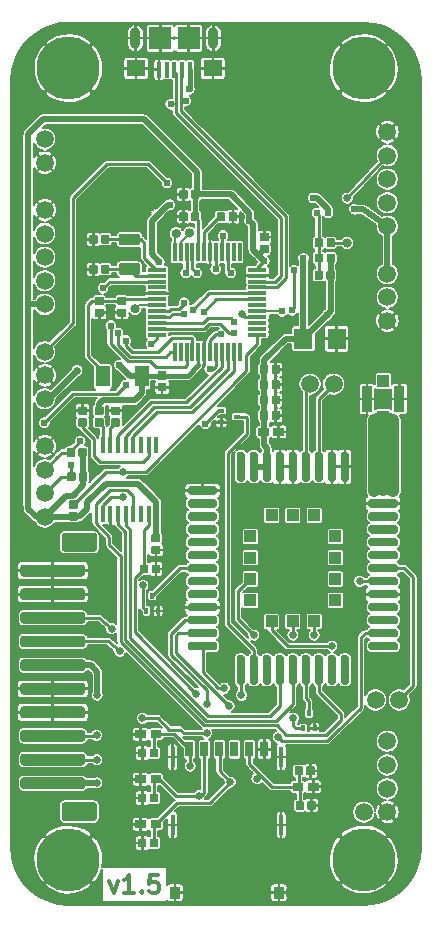
<source format=gbr>
G04 #@! TF.GenerationSoftware,KiCad,Pcbnew,5.1.8+dfsg1-1~bpo10+1*
G04 #@! TF.CreationDate,2021-01-22T07:11:29+01:00*
G04 #@! TF.ProjectId,easyhive,65617379-6869-4766-952e-6b696361645f,rev?*
G04 #@! TF.SameCoordinates,Original*
G04 #@! TF.FileFunction,Copper,L1,Top*
G04 #@! TF.FilePolarity,Positive*
%FSLAX46Y46*%
G04 Gerber Fmt 4.6, Leading zero omitted, Abs format (unit mm)*
G04 Created by KiCad (PCBNEW 5.1.8+dfsg1-1~bpo10+1) date 2021-01-22 07:11:29*
%MOMM*%
%LPD*%
G01*
G04 APERTURE LIST*
G04 #@! TA.AperFunction,NonConductor*
%ADD10C,0.300000*%
G04 #@! TD*
G04 #@! TA.AperFunction,ComponentPad*
%ADD11C,1.500000*%
G04 #@! TD*
G04 #@! TA.AperFunction,SMDPad,CuDef*
%ADD12R,0.354800X1.461999*%
G04 #@! TD*
G04 #@! TA.AperFunction,SMDPad,CuDef*
%ADD13R,1.000000X1.000000*%
G04 #@! TD*
G04 #@! TA.AperFunction,SMDPad,CuDef*
%ADD14R,0.355999X0.508000*%
G04 #@! TD*
G04 #@! TA.AperFunction,ComponentPad*
%ADD15O,0.900000X1.800000*%
G04 #@! TD*
G04 #@! TA.AperFunction,SMDPad,CuDef*
%ADD16R,1.900000X1.900000*%
G04 #@! TD*
G04 #@! TA.AperFunction,SMDPad,CuDef*
%ADD17R,1.600000X1.400000*%
G04 #@! TD*
G04 #@! TA.AperFunction,SMDPad,CuDef*
%ADD18R,0.400000X1.350000*%
G04 #@! TD*
G04 #@! TA.AperFunction,SMDPad,CuDef*
%ADD19R,0.508000X0.355999*%
G04 #@! TD*
G04 #@! TA.AperFunction,SMDPad,CuDef*
%ADD20R,1.600000X1.800000*%
G04 #@! TD*
G04 #@! TA.AperFunction,SMDPad,CuDef*
%ADD21R,1.200000X1.800000*%
G04 #@! TD*
G04 #@! TA.AperFunction,SMDPad,CuDef*
%ADD22R,0.350000X1.800000*%
G04 #@! TD*
G04 #@! TA.AperFunction,SMDPad,CuDef*
%ADD23R,0.650000X1.300000*%
G04 #@! TD*
G04 #@! TA.AperFunction,SMDPad,CuDef*
%ADD24R,0.900000X1.000000*%
G04 #@! TD*
G04 #@! TA.AperFunction,SMDPad,CuDef*
%ADD25R,1.000000X1.050000*%
G04 #@! TD*
G04 #@! TA.AperFunction,SMDPad,CuDef*
%ADD26R,0.850000X2.200000*%
G04 #@! TD*
G04 #@! TA.AperFunction,ComponentPad*
%ADD27C,0.508000*%
G04 #@! TD*
G04 #@! TA.AperFunction,SMDPad,CuDef*
%ADD28R,0.300000X1.600000*%
G04 #@! TD*
G04 #@! TA.AperFunction,SMDPad,CuDef*
%ADD29R,1.600000X0.300000*%
G04 #@! TD*
G04 #@! TA.AperFunction,ComponentPad*
%ADD30C,5.334000*%
G04 #@! TD*
G04 #@! TA.AperFunction,ViaPad*
%ADD31C,0.609600*%
G04 #@! TD*
G04 #@! TA.AperFunction,ViaPad*
%ADD32C,0.654800*%
G04 #@! TD*
G04 #@! TA.AperFunction,Conductor*
%ADD33C,0.250000*%
G04 #@! TD*
G04 #@! TA.AperFunction,Conductor*
%ADD34C,0.300000*%
G04 #@! TD*
G04 #@! TA.AperFunction,Conductor*
%ADD35C,0.406400*%
G04 #@! TD*
G04 #@! TA.AperFunction,Conductor*
%ADD36C,0.254000*%
G04 #@! TD*
G04 #@! TA.AperFunction,Conductor*
%ADD37C,0.508000*%
G04 #@! TD*
G04 #@! TA.AperFunction,Conductor*
%ADD38C,0.400000*%
G04 #@! TD*
G04 #@! TA.AperFunction,Conductor*
%ADD39C,0.500000*%
G04 #@! TD*
G04 #@! TA.AperFunction,Conductor*
%ADD40C,0.203200*%
G04 #@! TD*
G04 #@! TA.AperFunction,Conductor*
%ADD41C,1.000000*%
G04 #@! TD*
G04 #@! TA.AperFunction,Conductor*
%ADD42C,0.152400*%
G04 #@! TD*
G04 #@! TA.AperFunction,Conductor*
%ADD43C,0.100000*%
G04 #@! TD*
G04 APERTURE END LIST*
D10*
X139474285Y-140330371D02*
X139831428Y-141330371D01*
X140188571Y-140330371D01*
X141545714Y-141330371D02*
X140688571Y-141330371D01*
X141117142Y-141330371D02*
X141117142Y-139830371D01*
X140974285Y-140044657D01*
X140831428Y-140187514D01*
X140688571Y-140258942D01*
X142188571Y-141187514D02*
X142260000Y-141258942D01*
X142188571Y-141330371D01*
X142117142Y-141258942D01*
X142188571Y-141187514D01*
X142188571Y-141330371D01*
X143617142Y-139830371D02*
X142902857Y-139830371D01*
X142831428Y-140544657D01*
X142902857Y-140473228D01*
X143045714Y-140401800D01*
X143402857Y-140401800D01*
X143545714Y-140473228D01*
X143617142Y-140544657D01*
X143688571Y-140687514D01*
X143688571Y-141044657D01*
X143617142Y-141187514D01*
X143545714Y-141258942D01*
X143402857Y-141330371D01*
X143045714Y-141330371D01*
X142902857Y-141258942D01*
X142831428Y-141187514D01*
G04 #@! TA.AperFunction,SMDPad,CuDef*
G36*
G01*
X135670800Y-133643400D02*
X138170800Y-133643400D01*
G75*
G02*
X138420800Y-133893400I0J-250000D01*
G01*
X138420800Y-134993400D01*
G75*
G02*
X138170800Y-135243400I-250000J0D01*
G01*
X135670800Y-135243400D01*
G75*
G02*
X135420800Y-134993400I0J250000D01*
G01*
X135420800Y-133893400D01*
G75*
G02*
X135670800Y-133643400I250000J0D01*
G01*
G37*
G04 #@! TD.AperFunction*
G04 #@! TA.AperFunction,SMDPad,CuDef*
G36*
G01*
X135670800Y-110843400D02*
X138170800Y-110843400D01*
G75*
G02*
X138420800Y-111093400I0J-250000D01*
G01*
X138420800Y-112193400D01*
G75*
G02*
X138170800Y-112443400I-250000J0D01*
G01*
X135670800Y-112443400D01*
G75*
G02*
X135420800Y-112193400I0J250000D01*
G01*
X135420800Y-111093400D01*
G75*
G02*
X135670800Y-110843400I250000J0D01*
G01*
G37*
G04 #@! TD.AperFunction*
G04 #@! TA.AperFunction,SMDPad,CuDef*
G36*
G01*
X132170800Y-131543400D02*
X137170800Y-131543400D01*
G75*
G02*
X137420800Y-131793400I0J-250000D01*
G01*
X137420800Y-132293400D01*
G75*
G02*
X137170800Y-132543400I-250000J0D01*
G01*
X132170800Y-132543400D01*
G75*
G02*
X131920800Y-132293400I0J250000D01*
G01*
X131920800Y-131793400D01*
G75*
G02*
X132170800Y-131543400I250000J0D01*
G01*
G37*
G04 #@! TD.AperFunction*
G04 #@! TA.AperFunction,SMDPad,CuDef*
G36*
G01*
X132170800Y-129543400D02*
X137170800Y-129543400D01*
G75*
G02*
X137420800Y-129793400I0J-250000D01*
G01*
X137420800Y-130293400D01*
G75*
G02*
X137170800Y-130543400I-250000J0D01*
G01*
X132170800Y-130543400D01*
G75*
G02*
X131920800Y-130293400I0J250000D01*
G01*
X131920800Y-129793400D01*
G75*
G02*
X132170800Y-129543400I250000J0D01*
G01*
G37*
G04 #@! TD.AperFunction*
G04 #@! TA.AperFunction,SMDPad,CuDef*
G36*
G01*
X132170800Y-127543400D02*
X137170800Y-127543400D01*
G75*
G02*
X137420800Y-127793400I0J-250000D01*
G01*
X137420800Y-128293400D01*
G75*
G02*
X137170800Y-128543400I-250000J0D01*
G01*
X132170800Y-128543400D01*
G75*
G02*
X131920800Y-128293400I0J250000D01*
G01*
X131920800Y-127793400D01*
G75*
G02*
X132170800Y-127543400I250000J0D01*
G01*
G37*
G04 #@! TD.AperFunction*
G04 #@! TA.AperFunction,SMDPad,CuDef*
G36*
G01*
X132170800Y-125543400D02*
X137170800Y-125543400D01*
G75*
G02*
X137420800Y-125793400I0J-250000D01*
G01*
X137420800Y-126293400D01*
G75*
G02*
X137170800Y-126543400I-250000J0D01*
G01*
X132170800Y-126543400D01*
G75*
G02*
X131920800Y-126293400I0J250000D01*
G01*
X131920800Y-125793400D01*
G75*
G02*
X132170800Y-125543400I250000J0D01*
G01*
G37*
G04 #@! TD.AperFunction*
G04 #@! TA.AperFunction,SMDPad,CuDef*
G36*
G01*
X132170800Y-123543400D02*
X137170800Y-123543400D01*
G75*
G02*
X137420800Y-123793400I0J-250000D01*
G01*
X137420800Y-124293400D01*
G75*
G02*
X137170800Y-124543400I-250000J0D01*
G01*
X132170800Y-124543400D01*
G75*
G02*
X131920800Y-124293400I0J250000D01*
G01*
X131920800Y-123793400D01*
G75*
G02*
X132170800Y-123543400I250000J0D01*
G01*
G37*
G04 #@! TD.AperFunction*
G04 #@! TA.AperFunction,SMDPad,CuDef*
G36*
G01*
X132170800Y-121543400D02*
X137170800Y-121543400D01*
G75*
G02*
X137420800Y-121793400I0J-250000D01*
G01*
X137420800Y-122293400D01*
G75*
G02*
X137170800Y-122543400I-250000J0D01*
G01*
X132170800Y-122543400D01*
G75*
G02*
X131920800Y-122293400I0J250000D01*
G01*
X131920800Y-121793400D01*
G75*
G02*
X132170800Y-121543400I250000J0D01*
G01*
G37*
G04 #@! TD.AperFunction*
G04 #@! TA.AperFunction,SMDPad,CuDef*
G36*
G01*
X132170800Y-119543400D02*
X137170800Y-119543400D01*
G75*
G02*
X137420800Y-119793400I0J-250000D01*
G01*
X137420800Y-120293400D01*
G75*
G02*
X137170800Y-120543400I-250000J0D01*
G01*
X132170800Y-120543400D01*
G75*
G02*
X131920800Y-120293400I0J250000D01*
G01*
X131920800Y-119793400D01*
G75*
G02*
X132170800Y-119543400I250000J0D01*
G01*
G37*
G04 #@! TD.AperFunction*
G04 #@! TA.AperFunction,SMDPad,CuDef*
G36*
G01*
X132170800Y-117543400D02*
X137170800Y-117543400D01*
G75*
G02*
X137420800Y-117793400I0J-250000D01*
G01*
X137420800Y-118293400D01*
G75*
G02*
X137170800Y-118543400I-250000J0D01*
G01*
X132170800Y-118543400D01*
G75*
G02*
X131920800Y-118293400I0J250000D01*
G01*
X131920800Y-117793400D01*
G75*
G02*
X132170800Y-117543400I250000J0D01*
G01*
G37*
G04 #@! TD.AperFunction*
G04 #@! TA.AperFunction,SMDPad,CuDef*
G36*
G01*
X132170800Y-115543400D02*
X137170800Y-115543400D01*
G75*
G02*
X137420800Y-115793400I0J-250000D01*
G01*
X137420800Y-116293400D01*
G75*
G02*
X137170800Y-116543400I-250000J0D01*
G01*
X132170800Y-116543400D01*
G75*
G02*
X131920800Y-116293400I0J250000D01*
G01*
X131920800Y-115793400D01*
G75*
G02*
X132170800Y-115543400I250000J0D01*
G01*
G37*
G04 #@! TD.AperFunction*
G04 #@! TA.AperFunction,SMDPad,CuDef*
G36*
G01*
X132170800Y-113543400D02*
X137170800Y-113543400D01*
G75*
G02*
X137420800Y-113793400I0J-250000D01*
G01*
X137420800Y-114293400D01*
G75*
G02*
X137170800Y-114543400I-250000J0D01*
G01*
X132170800Y-114543400D01*
G75*
G02*
X131920800Y-114293400I0J250000D01*
G01*
X131920800Y-113793400D01*
G75*
G02*
X132170800Y-113543400I250000J0D01*
G01*
G37*
G04 #@! TD.AperFunction*
D11*
X163000000Y-134500000D03*
X161000000Y-134500000D03*
X163000000Y-132500000D03*
X163000000Y-130500000D03*
X163000000Y-128500000D03*
X158450000Y-98250000D03*
X156450000Y-98250000D03*
D12*
X143449999Y-109221000D03*
X142799998Y-109221000D03*
X142149999Y-109221000D03*
X141499998Y-109221000D03*
X140849999Y-109221000D03*
X140200001Y-109221000D03*
X139549999Y-109221000D03*
X138900001Y-109221000D03*
X138900001Y-103379000D03*
X139550002Y-103379000D03*
X140200001Y-103379000D03*
X140850002Y-103379000D03*
X141500001Y-103379000D03*
X142149999Y-103379000D03*
X142800001Y-103379000D03*
X143449999Y-103379000D03*
D13*
X153200000Y-109350000D03*
X155000000Y-109350000D03*
X156800000Y-109350000D03*
X158600000Y-111150000D03*
X158600000Y-112950000D03*
X158600000Y-114750000D03*
X158600000Y-116550000D03*
X156800000Y-118350000D03*
X155000000Y-118350000D03*
X153200000Y-118350000D03*
X151400000Y-116550000D03*
X151400000Y-114750000D03*
X151400000Y-112950000D03*
X151400000Y-111150000D03*
G04 #@! TA.AperFunction,SMDPad,CuDef*
G36*
G01*
X150425000Y-104000000D02*
X150775000Y-104000000D01*
G75*
G02*
X150950000Y-104175000I0J-175000D01*
G01*
X150950000Y-106325000D01*
G75*
G02*
X150775000Y-106500000I-175000J0D01*
G01*
X150425000Y-106500000D01*
G75*
G02*
X150250000Y-106325000I0J175000D01*
G01*
X150250000Y-104175000D01*
G75*
G02*
X150425000Y-104000000I175000J0D01*
G01*
G37*
G04 #@! TD.AperFunction*
G04 #@! TA.AperFunction,SMDPad,CuDef*
G36*
G01*
X151525000Y-104000000D02*
X151875000Y-104000000D01*
G75*
G02*
X152050000Y-104175000I0J-175000D01*
G01*
X152050000Y-106325000D01*
G75*
G02*
X151875000Y-106500000I-175000J0D01*
G01*
X151525000Y-106500000D01*
G75*
G02*
X151350000Y-106325000I0J175000D01*
G01*
X151350000Y-104175000D01*
G75*
G02*
X151525000Y-104000000I175000J0D01*
G01*
G37*
G04 #@! TD.AperFunction*
G04 #@! TA.AperFunction,SMDPad,CuDef*
G36*
G01*
X152625000Y-104000000D02*
X152975000Y-104000000D01*
G75*
G02*
X153150000Y-104175000I0J-175000D01*
G01*
X153150000Y-106325000D01*
G75*
G02*
X152975000Y-106500000I-175000J0D01*
G01*
X152625000Y-106500000D01*
G75*
G02*
X152450000Y-106325000I0J175000D01*
G01*
X152450000Y-104175000D01*
G75*
G02*
X152625000Y-104000000I175000J0D01*
G01*
G37*
G04 #@! TD.AperFunction*
G04 #@! TA.AperFunction,SMDPad,CuDef*
G36*
G01*
X153725000Y-104000000D02*
X154075000Y-104000000D01*
G75*
G02*
X154250000Y-104175000I0J-175000D01*
G01*
X154250000Y-106325000D01*
G75*
G02*
X154075000Y-106500000I-175000J0D01*
G01*
X153725000Y-106500000D01*
G75*
G02*
X153550000Y-106325000I0J175000D01*
G01*
X153550000Y-104175000D01*
G75*
G02*
X153725000Y-104000000I175000J0D01*
G01*
G37*
G04 #@! TD.AperFunction*
G04 #@! TA.AperFunction,SMDPad,CuDef*
G36*
G01*
X154825000Y-104000000D02*
X155175000Y-104000000D01*
G75*
G02*
X155350000Y-104175000I0J-175000D01*
G01*
X155350000Y-106325000D01*
G75*
G02*
X155175000Y-106500000I-175000J0D01*
G01*
X154825000Y-106500000D01*
G75*
G02*
X154650000Y-106325000I0J175000D01*
G01*
X154650000Y-104175000D01*
G75*
G02*
X154825000Y-104000000I175000J0D01*
G01*
G37*
G04 #@! TD.AperFunction*
G04 #@! TA.AperFunction,SMDPad,CuDef*
G36*
G01*
X155925000Y-104000000D02*
X156275000Y-104000000D01*
G75*
G02*
X156450000Y-104175000I0J-175000D01*
G01*
X156450000Y-106325000D01*
G75*
G02*
X156275000Y-106500000I-175000J0D01*
G01*
X155925000Y-106500000D01*
G75*
G02*
X155750000Y-106325000I0J175000D01*
G01*
X155750000Y-104175000D01*
G75*
G02*
X155925000Y-104000000I175000J0D01*
G01*
G37*
G04 #@! TD.AperFunction*
G04 #@! TA.AperFunction,SMDPad,CuDef*
G36*
G01*
X157025000Y-104000000D02*
X157375000Y-104000000D01*
G75*
G02*
X157550000Y-104175000I0J-175000D01*
G01*
X157550000Y-106325000D01*
G75*
G02*
X157375000Y-106500000I-175000J0D01*
G01*
X157025000Y-106500000D01*
G75*
G02*
X156850000Y-106325000I0J175000D01*
G01*
X156850000Y-104175000D01*
G75*
G02*
X157025000Y-104000000I175000J0D01*
G01*
G37*
G04 #@! TD.AperFunction*
G04 #@! TA.AperFunction,SMDPad,CuDef*
G36*
G01*
X158125000Y-104000000D02*
X158475000Y-104000000D01*
G75*
G02*
X158650000Y-104175000I0J-175000D01*
G01*
X158650000Y-106325000D01*
G75*
G02*
X158475000Y-106500000I-175000J0D01*
G01*
X158125000Y-106500000D01*
G75*
G02*
X157950000Y-106325000I0J175000D01*
G01*
X157950000Y-104175000D01*
G75*
G02*
X158125000Y-104000000I175000J0D01*
G01*
G37*
G04 #@! TD.AperFunction*
G04 #@! TA.AperFunction,SMDPad,CuDef*
G36*
G01*
X159225000Y-104000000D02*
X159575000Y-104000000D01*
G75*
G02*
X159750000Y-104175000I0J-175000D01*
G01*
X159750000Y-106325000D01*
G75*
G02*
X159575000Y-106500000I-175000J0D01*
G01*
X159225000Y-106500000D01*
G75*
G02*
X159050000Y-106325000I0J175000D01*
G01*
X159050000Y-104175000D01*
G75*
G02*
X159225000Y-104000000I175000J0D01*
G01*
G37*
G04 #@! TD.AperFunction*
G04 #@! TA.AperFunction,SMDPad,CuDef*
G36*
G01*
X161400000Y-107425000D02*
X161400000Y-107075000D01*
G75*
G02*
X161575000Y-106900000I175000J0D01*
G01*
X163725000Y-106900000D01*
G75*
G02*
X163900000Y-107075000I0J-175000D01*
G01*
X163900000Y-107425000D01*
G75*
G02*
X163725000Y-107600000I-175000J0D01*
G01*
X161575000Y-107600000D01*
G75*
G02*
X161400000Y-107425000I0J175000D01*
G01*
G37*
G04 #@! TD.AperFunction*
G04 #@! TA.AperFunction,SMDPad,CuDef*
G36*
G01*
X161400000Y-108525000D02*
X161400000Y-108175000D01*
G75*
G02*
X161575000Y-108000000I175000J0D01*
G01*
X163725000Y-108000000D01*
G75*
G02*
X163900000Y-108175000I0J-175000D01*
G01*
X163900000Y-108525000D01*
G75*
G02*
X163725000Y-108700000I-175000J0D01*
G01*
X161575000Y-108700000D01*
G75*
G02*
X161400000Y-108525000I0J175000D01*
G01*
G37*
G04 #@! TD.AperFunction*
G04 #@! TA.AperFunction,SMDPad,CuDef*
G36*
G01*
X161400000Y-109625000D02*
X161400000Y-109275000D01*
G75*
G02*
X161575000Y-109100000I175000J0D01*
G01*
X163725000Y-109100000D01*
G75*
G02*
X163900000Y-109275000I0J-175000D01*
G01*
X163900000Y-109625000D01*
G75*
G02*
X163725000Y-109800000I-175000J0D01*
G01*
X161575000Y-109800000D01*
G75*
G02*
X161400000Y-109625000I0J175000D01*
G01*
G37*
G04 #@! TD.AperFunction*
G04 #@! TA.AperFunction,SMDPad,CuDef*
G36*
G01*
X161400000Y-110725000D02*
X161400000Y-110375000D01*
G75*
G02*
X161575000Y-110200000I175000J0D01*
G01*
X163725000Y-110200000D01*
G75*
G02*
X163900000Y-110375000I0J-175000D01*
G01*
X163900000Y-110725000D01*
G75*
G02*
X163725000Y-110900000I-175000J0D01*
G01*
X161575000Y-110900000D01*
G75*
G02*
X161400000Y-110725000I0J175000D01*
G01*
G37*
G04 #@! TD.AperFunction*
G04 #@! TA.AperFunction,SMDPad,CuDef*
G36*
G01*
X161400000Y-111825000D02*
X161400000Y-111475000D01*
G75*
G02*
X161575000Y-111300000I175000J0D01*
G01*
X163725000Y-111300000D01*
G75*
G02*
X163900000Y-111475000I0J-175000D01*
G01*
X163900000Y-111825000D01*
G75*
G02*
X163725000Y-112000000I-175000J0D01*
G01*
X161575000Y-112000000D01*
G75*
G02*
X161400000Y-111825000I0J175000D01*
G01*
G37*
G04 #@! TD.AperFunction*
G04 #@! TA.AperFunction,SMDPad,CuDef*
G36*
G01*
X161400000Y-112925000D02*
X161400000Y-112575000D01*
G75*
G02*
X161575000Y-112400000I175000J0D01*
G01*
X163725000Y-112400000D01*
G75*
G02*
X163900000Y-112575000I0J-175000D01*
G01*
X163900000Y-112925000D01*
G75*
G02*
X163725000Y-113100000I-175000J0D01*
G01*
X161575000Y-113100000D01*
G75*
G02*
X161400000Y-112925000I0J175000D01*
G01*
G37*
G04 #@! TD.AperFunction*
G04 #@! TA.AperFunction,SMDPad,CuDef*
G36*
G01*
X161400000Y-114025000D02*
X161400000Y-113675000D01*
G75*
G02*
X161575000Y-113500000I175000J0D01*
G01*
X163725000Y-113500000D01*
G75*
G02*
X163900000Y-113675000I0J-175000D01*
G01*
X163900000Y-114025000D01*
G75*
G02*
X163725000Y-114200000I-175000J0D01*
G01*
X161575000Y-114200000D01*
G75*
G02*
X161400000Y-114025000I0J175000D01*
G01*
G37*
G04 #@! TD.AperFunction*
G04 #@! TA.AperFunction,SMDPad,CuDef*
G36*
G01*
X161400000Y-115125000D02*
X161400000Y-114775000D01*
G75*
G02*
X161575000Y-114600000I175000J0D01*
G01*
X163725000Y-114600000D01*
G75*
G02*
X163900000Y-114775000I0J-175000D01*
G01*
X163900000Y-115125000D01*
G75*
G02*
X163725000Y-115300000I-175000J0D01*
G01*
X161575000Y-115300000D01*
G75*
G02*
X161400000Y-115125000I0J175000D01*
G01*
G37*
G04 #@! TD.AperFunction*
G04 #@! TA.AperFunction,SMDPad,CuDef*
G36*
G01*
X161400000Y-116225000D02*
X161400000Y-115875000D01*
G75*
G02*
X161575000Y-115700000I175000J0D01*
G01*
X163725000Y-115700000D01*
G75*
G02*
X163900000Y-115875000I0J-175000D01*
G01*
X163900000Y-116225000D01*
G75*
G02*
X163725000Y-116400000I-175000J0D01*
G01*
X161575000Y-116400000D01*
G75*
G02*
X161400000Y-116225000I0J175000D01*
G01*
G37*
G04 #@! TD.AperFunction*
G04 #@! TA.AperFunction,SMDPad,CuDef*
G36*
G01*
X161400000Y-117325000D02*
X161400000Y-116975000D01*
G75*
G02*
X161575000Y-116800000I175000J0D01*
G01*
X163725000Y-116800000D01*
G75*
G02*
X163900000Y-116975000I0J-175000D01*
G01*
X163900000Y-117325000D01*
G75*
G02*
X163725000Y-117500000I-175000J0D01*
G01*
X161575000Y-117500000D01*
G75*
G02*
X161400000Y-117325000I0J175000D01*
G01*
G37*
G04 #@! TD.AperFunction*
G04 #@! TA.AperFunction,SMDPad,CuDef*
G36*
G01*
X161400000Y-118425000D02*
X161400000Y-118075000D01*
G75*
G02*
X161575000Y-117900000I175000J0D01*
G01*
X163725000Y-117900000D01*
G75*
G02*
X163900000Y-118075000I0J-175000D01*
G01*
X163900000Y-118425000D01*
G75*
G02*
X163725000Y-118600000I-175000J0D01*
G01*
X161575000Y-118600000D01*
G75*
G02*
X161400000Y-118425000I0J175000D01*
G01*
G37*
G04 #@! TD.AperFunction*
G04 #@! TA.AperFunction,SMDPad,CuDef*
G36*
G01*
X161400000Y-119525000D02*
X161400000Y-119175000D01*
G75*
G02*
X161575000Y-119000000I175000J0D01*
G01*
X163725000Y-119000000D01*
G75*
G02*
X163900000Y-119175000I0J-175000D01*
G01*
X163900000Y-119525000D01*
G75*
G02*
X163725000Y-119700000I-175000J0D01*
G01*
X161575000Y-119700000D01*
G75*
G02*
X161400000Y-119525000I0J175000D01*
G01*
G37*
G04 #@! TD.AperFunction*
G04 #@! TA.AperFunction,SMDPad,CuDef*
G36*
G01*
X161400000Y-120625000D02*
X161400000Y-120275000D01*
G75*
G02*
X161575000Y-120100000I175000J0D01*
G01*
X163725000Y-120100000D01*
G75*
G02*
X163900000Y-120275000I0J-175000D01*
G01*
X163900000Y-120625000D01*
G75*
G02*
X163725000Y-120800000I-175000J0D01*
G01*
X161575000Y-120800000D01*
G75*
G02*
X161400000Y-120625000I0J175000D01*
G01*
G37*
G04 #@! TD.AperFunction*
G04 #@! TA.AperFunction,SMDPad,CuDef*
G36*
G01*
X159575000Y-123700000D02*
X159225000Y-123700000D01*
G75*
G02*
X159050000Y-123525000I0J175000D01*
G01*
X159050000Y-121375000D01*
G75*
G02*
X159225000Y-121200000I175000J0D01*
G01*
X159575000Y-121200000D01*
G75*
G02*
X159750000Y-121375000I0J-175000D01*
G01*
X159750000Y-123525000D01*
G75*
G02*
X159575000Y-123700000I-175000J0D01*
G01*
G37*
G04 #@! TD.AperFunction*
G04 #@! TA.AperFunction,SMDPad,CuDef*
G36*
G01*
X158475000Y-123700000D02*
X158125000Y-123700000D01*
G75*
G02*
X157950000Y-123525000I0J175000D01*
G01*
X157950000Y-121375000D01*
G75*
G02*
X158125000Y-121200000I175000J0D01*
G01*
X158475000Y-121200000D01*
G75*
G02*
X158650000Y-121375000I0J-175000D01*
G01*
X158650000Y-123525000D01*
G75*
G02*
X158475000Y-123700000I-175000J0D01*
G01*
G37*
G04 #@! TD.AperFunction*
G04 #@! TA.AperFunction,SMDPad,CuDef*
G36*
G01*
X157375000Y-123700000D02*
X157025000Y-123700000D01*
G75*
G02*
X156850000Y-123525000I0J175000D01*
G01*
X156850000Y-121375000D01*
G75*
G02*
X157025000Y-121200000I175000J0D01*
G01*
X157375000Y-121200000D01*
G75*
G02*
X157550000Y-121375000I0J-175000D01*
G01*
X157550000Y-123525000D01*
G75*
G02*
X157375000Y-123700000I-175000J0D01*
G01*
G37*
G04 #@! TD.AperFunction*
G04 #@! TA.AperFunction,SMDPad,CuDef*
G36*
G01*
X156275000Y-123700000D02*
X155925000Y-123700000D01*
G75*
G02*
X155750000Y-123525000I0J175000D01*
G01*
X155750000Y-121375000D01*
G75*
G02*
X155925000Y-121200000I175000J0D01*
G01*
X156275000Y-121200000D01*
G75*
G02*
X156450000Y-121375000I0J-175000D01*
G01*
X156450000Y-123525000D01*
G75*
G02*
X156275000Y-123700000I-175000J0D01*
G01*
G37*
G04 #@! TD.AperFunction*
G04 #@! TA.AperFunction,SMDPad,CuDef*
G36*
G01*
X155175000Y-123700000D02*
X154825000Y-123700000D01*
G75*
G02*
X154650000Y-123525000I0J175000D01*
G01*
X154650000Y-121375000D01*
G75*
G02*
X154825000Y-121200000I175000J0D01*
G01*
X155175000Y-121200000D01*
G75*
G02*
X155350000Y-121375000I0J-175000D01*
G01*
X155350000Y-123525000D01*
G75*
G02*
X155175000Y-123700000I-175000J0D01*
G01*
G37*
G04 #@! TD.AperFunction*
G04 #@! TA.AperFunction,SMDPad,CuDef*
G36*
G01*
X154075000Y-123700000D02*
X153725000Y-123700000D01*
G75*
G02*
X153550000Y-123525000I0J175000D01*
G01*
X153550000Y-121375000D01*
G75*
G02*
X153725000Y-121200000I175000J0D01*
G01*
X154075000Y-121200000D01*
G75*
G02*
X154250000Y-121375000I0J-175000D01*
G01*
X154250000Y-123525000D01*
G75*
G02*
X154075000Y-123700000I-175000J0D01*
G01*
G37*
G04 #@! TD.AperFunction*
G04 #@! TA.AperFunction,SMDPad,CuDef*
G36*
G01*
X152975000Y-123700000D02*
X152625000Y-123700000D01*
G75*
G02*
X152450000Y-123525000I0J175000D01*
G01*
X152450000Y-121375000D01*
G75*
G02*
X152625000Y-121200000I175000J0D01*
G01*
X152975000Y-121200000D01*
G75*
G02*
X153150000Y-121375000I0J-175000D01*
G01*
X153150000Y-123525000D01*
G75*
G02*
X152975000Y-123700000I-175000J0D01*
G01*
G37*
G04 #@! TD.AperFunction*
G04 #@! TA.AperFunction,SMDPad,CuDef*
G36*
G01*
X151875000Y-123700000D02*
X151525000Y-123700000D01*
G75*
G02*
X151350000Y-123525000I0J175000D01*
G01*
X151350000Y-121375000D01*
G75*
G02*
X151525000Y-121200000I175000J0D01*
G01*
X151875000Y-121200000D01*
G75*
G02*
X152050000Y-121375000I0J-175000D01*
G01*
X152050000Y-123525000D01*
G75*
G02*
X151875000Y-123700000I-175000J0D01*
G01*
G37*
G04 #@! TD.AperFunction*
G04 #@! TA.AperFunction,SMDPad,CuDef*
G36*
G01*
X150775000Y-123700000D02*
X150425000Y-123700000D01*
G75*
G02*
X150250000Y-123525000I0J175000D01*
G01*
X150250000Y-121375000D01*
G75*
G02*
X150425000Y-121200000I175000J0D01*
G01*
X150775000Y-121200000D01*
G75*
G02*
X150950000Y-121375000I0J-175000D01*
G01*
X150950000Y-123525000D01*
G75*
G02*
X150775000Y-123700000I-175000J0D01*
G01*
G37*
G04 #@! TD.AperFunction*
G04 #@! TA.AperFunction,SMDPad,CuDef*
G36*
G01*
X146100000Y-120625000D02*
X146100000Y-120275000D01*
G75*
G02*
X146275000Y-120100000I175000J0D01*
G01*
X148425000Y-120100000D01*
G75*
G02*
X148600000Y-120275000I0J-175000D01*
G01*
X148600000Y-120625000D01*
G75*
G02*
X148425000Y-120800000I-175000J0D01*
G01*
X146275000Y-120800000D01*
G75*
G02*
X146100000Y-120625000I0J175000D01*
G01*
G37*
G04 #@! TD.AperFunction*
G04 #@! TA.AperFunction,SMDPad,CuDef*
G36*
G01*
X146100000Y-119525000D02*
X146100000Y-119175000D01*
G75*
G02*
X146275000Y-119000000I175000J0D01*
G01*
X148425000Y-119000000D01*
G75*
G02*
X148600000Y-119175000I0J-175000D01*
G01*
X148600000Y-119525000D01*
G75*
G02*
X148425000Y-119700000I-175000J0D01*
G01*
X146275000Y-119700000D01*
G75*
G02*
X146100000Y-119525000I0J175000D01*
G01*
G37*
G04 #@! TD.AperFunction*
G04 #@! TA.AperFunction,SMDPad,CuDef*
G36*
G01*
X146100000Y-118425000D02*
X146100000Y-118075000D01*
G75*
G02*
X146275000Y-117900000I175000J0D01*
G01*
X148425000Y-117900000D01*
G75*
G02*
X148600000Y-118075000I0J-175000D01*
G01*
X148600000Y-118425000D01*
G75*
G02*
X148425000Y-118600000I-175000J0D01*
G01*
X146275000Y-118600000D01*
G75*
G02*
X146100000Y-118425000I0J175000D01*
G01*
G37*
G04 #@! TD.AperFunction*
G04 #@! TA.AperFunction,SMDPad,CuDef*
G36*
G01*
X146100000Y-117325000D02*
X146100000Y-116975000D01*
G75*
G02*
X146275000Y-116800000I175000J0D01*
G01*
X148425000Y-116800000D01*
G75*
G02*
X148600000Y-116975000I0J-175000D01*
G01*
X148600000Y-117325000D01*
G75*
G02*
X148425000Y-117500000I-175000J0D01*
G01*
X146275000Y-117500000D01*
G75*
G02*
X146100000Y-117325000I0J175000D01*
G01*
G37*
G04 #@! TD.AperFunction*
G04 #@! TA.AperFunction,SMDPad,CuDef*
G36*
G01*
X146100000Y-116225000D02*
X146100000Y-115875000D01*
G75*
G02*
X146275000Y-115700000I175000J0D01*
G01*
X148425000Y-115700000D01*
G75*
G02*
X148600000Y-115875000I0J-175000D01*
G01*
X148600000Y-116225000D01*
G75*
G02*
X148425000Y-116400000I-175000J0D01*
G01*
X146275000Y-116400000D01*
G75*
G02*
X146100000Y-116225000I0J175000D01*
G01*
G37*
G04 #@! TD.AperFunction*
G04 #@! TA.AperFunction,SMDPad,CuDef*
G36*
G01*
X146100000Y-115125000D02*
X146100000Y-114775000D01*
G75*
G02*
X146275000Y-114600000I175000J0D01*
G01*
X148425000Y-114600000D01*
G75*
G02*
X148600000Y-114775000I0J-175000D01*
G01*
X148600000Y-115125000D01*
G75*
G02*
X148425000Y-115300000I-175000J0D01*
G01*
X146275000Y-115300000D01*
G75*
G02*
X146100000Y-115125000I0J175000D01*
G01*
G37*
G04 #@! TD.AperFunction*
G04 #@! TA.AperFunction,SMDPad,CuDef*
G36*
G01*
X146100000Y-114025000D02*
X146100000Y-113675000D01*
G75*
G02*
X146275000Y-113500000I175000J0D01*
G01*
X148425000Y-113500000D01*
G75*
G02*
X148600000Y-113675000I0J-175000D01*
G01*
X148600000Y-114025000D01*
G75*
G02*
X148425000Y-114200000I-175000J0D01*
G01*
X146275000Y-114200000D01*
G75*
G02*
X146100000Y-114025000I0J175000D01*
G01*
G37*
G04 #@! TD.AperFunction*
G04 #@! TA.AperFunction,SMDPad,CuDef*
G36*
G01*
X146100000Y-112925000D02*
X146100000Y-112575000D01*
G75*
G02*
X146275000Y-112400000I175000J0D01*
G01*
X148425000Y-112400000D01*
G75*
G02*
X148600000Y-112575000I0J-175000D01*
G01*
X148600000Y-112925000D01*
G75*
G02*
X148425000Y-113100000I-175000J0D01*
G01*
X146275000Y-113100000D01*
G75*
G02*
X146100000Y-112925000I0J175000D01*
G01*
G37*
G04 #@! TD.AperFunction*
G04 #@! TA.AperFunction,SMDPad,CuDef*
G36*
G01*
X146100000Y-111825000D02*
X146100000Y-111475000D01*
G75*
G02*
X146275000Y-111300000I175000J0D01*
G01*
X148425000Y-111300000D01*
G75*
G02*
X148600000Y-111475000I0J-175000D01*
G01*
X148600000Y-111825000D01*
G75*
G02*
X148425000Y-112000000I-175000J0D01*
G01*
X146275000Y-112000000D01*
G75*
G02*
X146100000Y-111825000I0J175000D01*
G01*
G37*
G04 #@! TD.AperFunction*
G04 #@! TA.AperFunction,SMDPad,CuDef*
G36*
G01*
X146100000Y-110725000D02*
X146100000Y-110375000D01*
G75*
G02*
X146275000Y-110200000I175000J0D01*
G01*
X148425000Y-110200000D01*
G75*
G02*
X148600000Y-110375000I0J-175000D01*
G01*
X148600000Y-110725000D01*
G75*
G02*
X148425000Y-110900000I-175000J0D01*
G01*
X146275000Y-110900000D01*
G75*
G02*
X146100000Y-110725000I0J175000D01*
G01*
G37*
G04 #@! TD.AperFunction*
G04 #@! TA.AperFunction,SMDPad,CuDef*
G36*
G01*
X146100000Y-109625000D02*
X146100000Y-109275000D01*
G75*
G02*
X146275000Y-109100000I175000J0D01*
G01*
X148425000Y-109100000D01*
G75*
G02*
X148600000Y-109275000I0J-175000D01*
G01*
X148600000Y-109625000D01*
G75*
G02*
X148425000Y-109800000I-175000J0D01*
G01*
X146275000Y-109800000D01*
G75*
G02*
X146100000Y-109625000I0J175000D01*
G01*
G37*
G04 #@! TD.AperFunction*
G04 #@! TA.AperFunction,SMDPad,CuDef*
G36*
G01*
X146100000Y-108525000D02*
X146100000Y-108175000D01*
G75*
G02*
X146275000Y-108000000I175000J0D01*
G01*
X148425000Y-108000000D01*
G75*
G02*
X148600000Y-108175000I0J-175000D01*
G01*
X148600000Y-108525000D01*
G75*
G02*
X148425000Y-108700000I-175000J0D01*
G01*
X146275000Y-108700000D01*
G75*
G02*
X146100000Y-108525000I0J175000D01*
G01*
G37*
G04 #@! TD.AperFunction*
G04 #@! TA.AperFunction,SMDPad,CuDef*
G36*
G01*
X146100000Y-107425000D02*
X146100000Y-107075000D01*
G75*
G02*
X146275000Y-106900000I175000J0D01*
G01*
X148425000Y-106900000D01*
G75*
G02*
X148600000Y-107075000I0J-175000D01*
G01*
X148600000Y-107425000D01*
G75*
G02*
X148425000Y-107600000I-175000J0D01*
G01*
X146275000Y-107600000D01*
G75*
G02*
X146100000Y-107425000I0J175000D01*
G01*
G37*
G04 #@! TD.AperFunction*
D11*
X162000000Y-125000000D03*
X164000000Y-125000000D03*
G04 #@! TA.AperFunction,SMDPad,CuDef*
G36*
G01*
X152950000Y-101985000D02*
X152950000Y-102615000D01*
G75*
G02*
X152915000Y-102650000I-35000J0D01*
G01*
X152085000Y-102650000D01*
G75*
G02*
X152050000Y-102615000I0J35000D01*
G01*
X152050000Y-101985000D01*
G75*
G02*
X152085000Y-101950000I35000J0D01*
G01*
X152915000Y-101950000D01*
G75*
G02*
X152950000Y-101985000I0J-35000D01*
G01*
G37*
G04 #@! TD.AperFunction*
G04 #@! TA.AperFunction,SMDPad,CuDef*
G36*
G01*
X154250000Y-101985000D02*
X154250000Y-102615000D01*
G75*
G02*
X154215000Y-102650000I-35000J0D01*
G01*
X153385000Y-102650000D01*
G75*
G02*
X153350000Y-102615000I0J35000D01*
G01*
X153350000Y-101985000D01*
G75*
G02*
X153385000Y-101950000I35000J0D01*
G01*
X154215000Y-101950000D01*
G75*
G02*
X154250000Y-101985000I0J-35000D01*
G01*
G37*
G04 #@! TD.AperFunction*
G04 #@! TA.AperFunction,SMDPad,CuDef*
G36*
G01*
X155220000Y-130625000D02*
X155780000Y-130625000D01*
G75*
G02*
X155850000Y-130695000I0J-70000D01*
G01*
X155850000Y-131305000D01*
G75*
G02*
X155780000Y-131375000I-70000J0D01*
G01*
X155220000Y-131375000D01*
G75*
G02*
X155150000Y-131305000I0J70000D01*
G01*
X155150000Y-130695000D01*
G75*
G02*
X155220000Y-130625000I70000J0D01*
G01*
G37*
G04 #@! TD.AperFunction*
G04 #@! TA.AperFunction,SMDPad,CuDef*
G36*
G01*
X156220000Y-130625000D02*
X156780000Y-130625000D01*
G75*
G02*
X156850000Y-130695000I0J-70000D01*
G01*
X156850000Y-131305000D01*
G75*
G02*
X156780000Y-131375000I-70000J0D01*
G01*
X156220000Y-131375000D01*
G75*
G02*
X156150000Y-131305000I0J70000D01*
G01*
X156150000Y-130695000D01*
G75*
G02*
X156220000Y-130625000I70000J0D01*
G01*
G37*
G04 #@! TD.AperFunction*
D14*
X155850001Y-127397499D03*
X156850002Y-127397499D03*
X156349999Y-126102498D03*
D15*
X141671100Y-68962600D03*
X148271100Y-68962600D03*
D16*
X143771100Y-68962600D03*
X146171100Y-68962600D03*
D17*
X141721100Y-71512600D03*
X148221100Y-71512600D03*
D18*
X146271100Y-71637600D03*
X145621100Y-71637600D03*
X143671100Y-71637600D03*
X144321100Y-71637600D03*
X144971100Y-71637600D03*
D19*
X150247502Y-100999999D03*
X148952501Y-101500002D03*
X148952501Y-100500001D03*
D14*
X143099999Y-116152498D03*
X143600002Y-117447499D03*
X142600001Y-117447499D03*
D11*
X163000000Y-88900000D03*
X163000000Y-90900000D03*
X163000000Y-92900000D03*
X134001100Y-109503600D03*
X134001100Y-107503600D03*
X134001100Y-105503600D03*
X134001100Y-103503600D03*
X134001100Y-99503600D03*
X134001100Y-97503600D03*
X134001100Y-95503600D03*
X134001100Y-91503600D03*
X134001100Y-89503600D03*
X134001100Y-87503600D03*
X134001100Y-85503600D03*
X134001100Y-83503600D03*
X163001100Y-84903600D03*
X163001100Y-82903600D03*
X163001100Y-80903600D03*
X163001100Y-78903600D03*
X163001100Y-76903600D03*
X134001100Y-77503600D03*
X134001100Y-79503600D03*
D20*
X158700000Y-94400000D03*
X155900000Y-94400000D03*
G04 #@! TA.AperFunction,SMDPad,CuDef*
G36*
G01*
X159200000Y-86300000D02*
X159200000Y-86300000D01*
G75*
G02*
X159600000Y-85900000I400000J0D01*
G01*
X159600000Y-85900000D01*
G75*
G02*
X160000000Y-86300000I0J-400000D01*
G01*
X160000000Y-86300000D01*
G75*
G02*
X159600000Y-86700000I-400000J0D01*
G01*
X159600000Y-86700000D01*
G75*
G02*
X159200000Y-86300000I0J400000D01*
G01*
G37*
G04 #@! TD.AperFunction*
G04 #@! TA.AperFunction,SMDPad,CuDef*
G36*
G01*
X145850000Y-85450000D02*
X145850000Y-85450000D01*
G75*
G02*
X146250000Y-85050000I400000J0D01*
G01*
X146250000Y-85050000D01*
G75*
G02*
X146650000Y-85450000I0J-400000D01*
G01*
X146650000Y-85450000D01*
G75*
G02*
X146250000Y-85850000I-400000J0D01*
G01*
X146250000Y-85850000D01*
G75*
G02*
X145850000Y-85450000I0J400000D01*
G01*
G37*
G04 #@! TD.AperFunction*
G04 #@! TA.AperFunction,SMDPad,CuDef*
G36*
G01*
X144729850Y-85512350D02*
X144729850Y-85512350D01*
G75*
G02*
X145129850Y-85112350I400000J0D01*
G01*
X145129850Y-85112350D01*
G75*
G02*
X145529850Y-85512350I0J-400000D01*
G01*
X145529850Y-85512350D01*
G75*
G02*
X145129850Y-85912350I-400000J0D01*
G01*
X145129850Y-85912350D01*
G75*
G02*
X144729850Y-85512350I0J400000D01*
G01*
G37*
G04 #@! TD.AperFunction*
G04 #@! TA.AperFunction,SMDPad,CuDef*
G36*
G01*
X141237350Y-91862350D02*
X141237350Y-91862350D01*
G75*
G02*
X141637350Y-91462350I400000J0D01*
G01*
X141637350Y-91462350D01*
G75*
G02*
X142037350Y-91862350I0J-400000D01*
G01*
X142037350Y-91862350D01*
G75*
G02*
X141637350Y-92262350I-400000J0D01*
G01*
X141637350Y-92262350D01*
G75*
G02*
X141237350Y-91862350I0J400000D01*
G01*
G37*
G04 #@! TD.AperFunction*
G04 #@! TA.AperFunction,SMDPad,CuDef*
G36*
G01*
X136025000Y-109730000D02*
X136025000Y-109170000D01*
G75*
G02*
X136095000Y-109100000I70000J0D01*
G01*
X136705000Y-109100000D01*
G75*
G02*
X136775000Y-109170000I0J-70000D01*
G01*
X136775000Y-109730000D01*
G75*
G02*
X136705000Y-109800000I-70000J0D01*
G01*
X136095000Y-109800000D01*
G75*
G02*
X136025000Y-109730000I0J70000D01*
G01*
G37*
G04 #@! TD.AperFunction*
G04 #@! TA.AperFunction,SMDPad,CuDef*
G36*
G01*
X136025000Y-108730000D02*
X136025000Y-108170000D01*
G75*
G02*
X136095000Y-108100000I70000J0D01*
G01*
X136705000Y-108100000D01*
G75*
G02*
X136775000Y-108170000I0J-70000D01*
G01*
X136775000Y-108730000D01*
G75*
G02*
X136705000Y-108800000I-70000J0D01*
G01*
X136095000Y-108800000D01*
G75*
G02*
X136025000Y-108730000I0J70000D01*
G01*
G37*
G04 #@! TD.AperFunction*
G04 #@! TA.AperFunction,SMDPad,CuDef*
G36*
G01*
X138225000Y-101780000D02*
X138225000Y-101220000D01*
G75*
G02*
X138295000Y-101150000I70000J0D01*
G01*
X138905000Y-101150000D01*
G75*
G02*
X138975000Y-101220000I0J-70000D01*
G01*
X138975000Y-101780000D01*
G75*
G02*
X138905000Y-101850000I-70000J0D01*
G01*
X138295000Y-101850000D01*
G75*
G02*
X138225000Y-101780000I0J70000D01*
G01*
G37*
G04 #@! TD.AperFunction*
G04 #@! TA.AperFunction,SMDPad,CuDef*
G36*
G01*
X138225000Y-100780000D02*
X138225000Y-100220000D01*
G75*
G02*
X138295000Y-100150000I70000J0D01*
G01*
X138905000Y-100150000D01*
G75*
G02*
X138975000Y-100220000I0J-70000D01*
G01*
X138975000Y-100780000D01*
G75*
G02*
X138905000Y-100850000I-70000J0D01*
G01*
X138295000Y-100850000D01*
G75*
G02*
X138225000Y-100780000I0J70000D01*
G01*
G37*
G04 #@! TD.AperFunction*
G04 #@! TA.AperFunction,SMDPad,CuDef*
G36*
G01*
X139625000Y-101780000D02*
X139625000Y-101220000D01*
G75*
G02*
X139695000Y-101150000I70000J0D01*
G01*
X140305000Y-101150000D01*
G75*
G02*
X140375000Y-101220000I0J-70000D01*
G01*
X140375000Y-101780000D01*
G75*
G02*
X140305000Y-101850000I-70000J0D01*
G01*
X139695000Y-101850000D01*
G75*
G02*
X139625000Y-101780000I0J70000D01*
G01*
G37*
G04 #@! TD.AperFunction*
G04 #@! TA.AperFunction,SMDPad,CuDef*
G36*
G01*
X139625000Y-100780000D02*
X139625000Y-100220000D01*
G75*
G02*
X139695000Y-100150000I70000J0D01*
G01*
X140305000Y-100150000D01*
G75*
G02*
X140375000Y-100220000I0J-70000D01*
G01*
X140375000Y-100780000D01*
G75*
G02*
X140305000Y-100850000I-70000J0D01*
G01*
X139695000Y-100850000D01*
G75*
G02*
X139625000Y-100780000I0J70000D01*
G01*
G37*
G04 #@! TD.AperFunction*
G04 #@! TA.AperFunction,SMDPad,CuDef*
G36*
G01*
X136825000Y-101780000D02*
X136825000Y-101220000D01*
G75*
G02*
X136895000Y-101150000I70000J0D01*
G01*
X137505000Y-101150000D01*
G75*
G02*
X137575000Y-101220000I0J-70000D01*
G01*
X137575000Y-101780000D01*
G75*
G02*
X137505000Y-101850000I-70000J0D01*
G01*
X136895000Y-101850000D01*
G75*
G02*
X136825000Y-101780000I0J70000D01*
G01*
G37*
G04 #@! TD.AperFunction*
G04 #@! TA.AperFunction,SMDPad,CuDef*
G36*
G01*
X136825000Y-100780000D02*
X136825000Y-100220000D01*
G75*
G02*
X136895000Y-100150000I70000J0D01*
G01*
X137505000Y-100150000D01*
G75*
G02*
X137575000Y-100220000I0J-70000D01*
G01*
X137575000Y-100780000D01*
G75*
G02*
X137505000Y-100850000I-70000J0D01*
G01*
X136895000Y-100850000D01*
G75*
G02*
X136825000Y-100780000I0J70000D01*
G01*
G37*
G04 #@! TD.AperFunction*
G04 #@! TA.AperFunction,SMDPad,CuDef*
G36*
G01*
X137480000Y-104425000D02*
X136920000Y-104425000D01*
G75*
G02*
X136850000Y-104355000I0J70000D01*
G01*
X136850000Y-103745000D01*
G75*
G02*
X136920000Y-103675000I70000J0D01*
G01*
X137480000Y-103675000D01*
G75*
G02*
X137550000Y-103745000I0J-70000D01*
G01*
X137550000Y-104355000D01*
G75*
G02*
X137480000Y-104425000I-70000J0D01*
G01*
G37*
G04 #@! TD.AperFunction*
G04 #@! TA.AperFunction,SMDPad,CuDef*
G36*
G01*
X136480000Y-104425000D02*
X135920000Y-104425000D01*
G75*
G02*
X135850000Y-104355000I0J70000D01*
G01*
X135850000Y-103745000D01*
G75*
G02*
X135920000Y-103675000I70000J0D01*
G01*
X136480000Y-103675000D01*
G75*
G02*
X136550000Y-103745000I0J-70000D01*
G01*
X136550000Y-104355000D01*
G75*
G02*
X136480000Y-104425000I-70000J0D01*
G01*
G37*
G04 #@! TD.AperFunction*
G04 #@! TA.AperFunction,SMDPad,CuDef*
G36*
G01*
X137530000Y-106475000D02*
X136970000Y-106475000D01*
G75*
G02*
X136900000Y-106405000I0J70000D01*
G01*
X136900000Y-105795000D01*
G75*
G02*
X136970000Y-105725000I70000J0D01*
G01*
X137530000Y-105725000D01*
G75*
G02*
X137600000Y-105795000I0J-70000D01*
G01*
X137600000Y-106405000D01*
G75*
G02*
X137530000Y-106475000I-70000J0D01*
G01*
G37*
G04 #@! TD.AperFunction*
G04 #@! TA.AperFunction,SMDPad,CuDef*
G36*
G01*
X136530000Y-106475000D02*
X135970000Y-106475000D01*
G75*
G02*
X135900000Y-106405000I0J70000D01*
G01*
X135900000Y-105795000D01*
G75*
G02*
X135970000Y-105725000I70000J0D01*
G01*
X136530000Y-105725000D01*
G75*
G02*
X136600000Y-105795000I0J-70000D01*
G01*
X136600000Y-106405000D01*
G75*
G02*
X136530000Y-106475000I-70000J0D01*
G01*
G37*
G04 #@! TD.AperFunction*
G04 #@! TA.AperFunction,SMDPad,CuDef*
G36*
G01*
X158480000Y-87945000D02*
X157920000Y-87945000D01*
G75*
G02*
X157850000Y-87875000I0J70000D01*
G01*
X157850000Y-87265000D01*
G75*
G02*
X157920000Y-87195000I70000J0D01*
G01*
X158480000Y-87195000D01*
G75*
G02*
X158550000Y-87265000I0J-70000D01*
G01*
X158550000Y-87875000D01*
G75*
G02*
X158480000Y-87945000I-70000J0D01*
G01*
G37*
G04 #@! TD.AperFunction*
G04 #@! TA.AperFunction,SMDPad,CuDef*
G36*
G01*
X157480000Y-87945000D02*
X156920000Y-87945000D01*
G75*
G02*
X156850000Y-87875000I0J70000D01*
G01*
X156850000Y-87265000D01*
G75*
G02*
X156920000Y-87195000I70000J0D01*
G01*
X157480000Y-87195000D01*
G75*
G02*
X157550000Y-87265000I0J-70000D01*
G01*
X157550000Y-87875000D01*
G75*
G02*
X157480000Y-87945000I-70000J0D01*
G01*
G37*
G04 #@! TD.AperFunction*
G04 #@! TA.AperFunction,SMDPad,CuDef*
G36*
G01*
X156920000Y-85915000D02*
X157480000Y-85915000D01*
G75*
G02*
X157550000Y-85985000I0J-70000D01*
G01*
X157550000Y-86595000D01*
G75*
G02*
X157480000Y-86665000I-70000J0D01*
G01*
X156920000Y-86665000D01*
G75*
G02*
X156850000Y-86595000I0J70000D01*
G01*
X156850000Y-85985000D01*
G75*
G02*
X156920000Y-85915000I70000J0D01*
G01*
G37*
G04 #@! TD.AperFunction*
G04 #@! TA.AperFunction,SMDPad,CuDef*
G36*
G01*
X157920000Y-85915000D02*
X158480000Y-85915000D01*
G75*
G02*
X158550000Y-85985000I0J-70000D01*
G01*
X158550000Y-86595000D01*
G75*
G02*
X158480000Y-86665000I-70000J0D01*
G01*
X157920000Y-86665000D01*
G75*
G02*
X157850000Y-86595000I0J70000D01*
G01*
X157850000Y-85985000D01*
G75*
G02*
X157920000Y-85915000I70000J0D01*
G01*
G37*
G04 #@! TD.AperFunction*
G04 #@! TA.AperFunction,SMDPad,CuDef*
G36*
G01*
X140386100Y-88008600D02*
X141936100Y-88008600D01*
G75*
G02*
X142061100Y-88133600I0J-125000D01*
G01*
X142061100Y-88883600D01*
G75*
G02*
X141936100Y-89008600I-125000J0D01*
G01*
X140386100Y-89008600D01*
G75*
G02*
X140261100Y-88883600I0J125000D01*
G01*
X140261100Y-88133600D01*
G75*
G02*
X140386100Y-88008600I125000J0D01*
G01*
G37*
G04 #@! TD.AperFunction*
G04 #@! TA.AperFunction,SMDPad,CuDef*
G36*
G01*
X140386100Y-85508600D02*
X141936100Y-85508600D01*
G75*
G02*
X142061100Y-85633600I0J-125000D01*
G01*
X142061100Y-86383600D01*
G75*
G02*
X141936100Y-86508600I-125000J0D01*
G01*
X140386100Y-86508600D01*
G75*
G02*
X140261100Y-86383600I0J125000D01*
G01*
X140261100Y-85633600D01*
G75*
G02*
X140386100Y-85508600I125000J0D01*
G01*
G37*
G04 #@! TD.AperFunction*
D21*
X142200000Y-97600000D03*
X138900000Y-97600000D03*
D22*
X154011100Y-135588600D03*
X144820100Y-135588600D03*
X154011100Y-129838600D03*
X144820100Y-129838600D03*
D23*
X146246100Y-129168600D03*
X147516100Y-129168600D03*
X148786100Y-129168600D03*
X150056100Y-129168600D03*
X151326100Y-129168600D03*
X152596100Y-129168600D03*
D24*
X153816100Y-141308600D03*
X145016100Y-141308600D03*
D25*
X162650000Y-98000000D03*
X162650000Y-101050000D03*
D26*
X161275000Y-99525000D03*
X164025000Y-99525000D03*
D27*
X142981100Y-82263600D03*
X142931100Y-83313600D03*
X142431100Y-82813600D03*
X141881100Y-82263600D03*
G04 #@! TA.AperFunction,SMDPad,CuDef*
G36*
G01*
X143231100Y-82093600D02*
X143231100Y-83533600D01*
G75*
G02*
X143151100Y-83613600I-80000J0D01*
G01*
X141711100Y-83613600D01*
G75*
G02*
X141631100Y-83533600I0J80000D01*
G01*
X141631100Y-82093600D01*
G75*
G02*
X141711100Y-82013600I80000J0D01*
G01*
X143151100Y-82013600D01*
G75*
G02*
X143231100Y-82093600I0J-80000D01*
G01*
G37*
G04 #@! TD.AperFunction*
D28*
X144996100Y-87068600D03*
X145496100Y-87068600D03*
X145996100Y-87068600D03*
X146496100Y-87068600D03*
X146996100Y-87068600D03*
X147496100Y-87068600D03*
X147996100Y-87068600D03*
X148496100Y-87068600D03*
X148996100Y-87068600D03*
X149496100Y-87068600D03*
X149996100Y-87068600D03*
X150496100Y-87068600D03*
D29*
X151996100Y-88568600D03*
X151996100Y-89068600D03*
X151996100Y-89568600D03*
X151996100Y-90068600D03*
X151996100Y-90568600D03*
X151996100Y-91068600D03*
X151996100Y-92068600D03*
X151996100Y-91568600D03*
X151996100Y-92568600D03*
X151996100Y-93068600D03*
X151996100Y-93568600D03*
X151996100Y-94068600D03*
D28*
X150496100Y-95568600D03*
X149996100Y-95568600D03*
X149496100Y-95568600D03*
X148996100Y-95568600D03*
X148496100Y-95568600D03*
X147996100Y-95568600D03*
X147496100Y-95568600D03*
X146996100Y-95568600D03*
X146496100Y-95568600D03*
X145996100Y-95568600D03*
X145496100Y-95568600D03*
X144996100Y-95568600D03*
D29*
X143496100Y-94068600D03*
X143496100Y-93568600D03*
X143496100Y-93068600D03*
X143496100Y-92568600D03*
X143496100Y-92068600D03*
X143496100Y-91568600D03*
X143496100Y-91068600D03*
X143496100Y-90568600D03*
X143496100Y-90068600D03*
X143496100Y-89568600D03*
X143496100Y-89068600D03*
X143496100Y-88568600D03*
D30*
X161001100Y-138503600D03*
X161001100Y-71503600D03*
X136001100Y-71503600D03*
X135991600Y-138506200D03*
G04 #@! TA.AperFunction,SMDPad,CuDef*
G36*
G01*
X142548600Y-127583600D02*
X142548600Y-128213600D01*
G75*
G02*
X142513600Y-128248600I-35000J0D01*
G01*
X141683600Y-128248600D01*
G75*
G02*
X141648600Y-128213600I0J35000D01*
G01*
X141648600Y-127583600D01*
G75*
G02*
X141683600Y-127548600I35000J0D01*
G01*
X142513600Y-127548600D01*
G75*
G02*
X142548600Y-127583600I0J-35000D01*
G01*
G37*
G04 #@! TD.AperFunction*
G04 #@! TA.AperFunction,SMDPad,CuDef*
G36*
G01*
X143848600Y-127583600D02*
X143848600Y-128213600D01*
G75*
G02*
X143813600Y-128248600I-35000J0D01*
G01*
X142983600Y-128248600D01*
G75*
G02*
X142948600Y-128213600I0J35000D01*
G01*
X142948600Y-127583600D01*
G75*
G02*
X142983600Y-127548600I35000J0D01*
G01*
X143813600Y-127548600D01*
G75*
G02*
X143848600Y-127583600I0J-35000D01*
G01*
G37*
G04 #@! TD.AperFunction*
G04 #@! TA.AperFunction,SMDPad,CuDef*
G36*
G01*
X142548600Y-131393600D02*
X142548600Y-132023600D01*
G75*
G02*
X142513600Y-132058600I-35000J0D01*
G01*
X141683600Y-132058600D01*
G75*
G02*
X141648600Y-132023600I0J35000D01*
G01*
X141648600Y-131393600D01*
G75*
G02*
X141683600Y-131358600I35000J0D01*
G01*
X142513600Y-131358600D01*
G75*
G02*
X142548600Y-131393600I0J-35000D01*
G01*
G37*
G04 #@! TD.AperFunction*
G04 #@! TA.AperFunction,SMDPad,CuDef*
G36*
G01*
X143848600Y-131393600D02*
X143848600Y-132023600D01*
G75*
G02*
X143813600Y-132058600I-35000J0D01*
G01*
X142983600Y-132058600D01*
G75*
G02*
X142948600Y-132023600I0J35000D01*
G01*
X142948600Y-131393600D01*
G75*
G02*
X142983600Y-131358600I35000J0D01*
G01*
X143813600Y-131358600D01*
G75*
G02*
X143848600Y-131393600I0J-35000D01*
G01*
G37*
G04 #@! TD.AperFunction*
G04 #@! TA.AperFunction,SMDPad,CuDef*
G36*
G01*
X156283600Y-132658600D02*
X156283600Y-132028600D01*
G75*
G02*
X156318600Y-131993600I35000J0D01*
G01*
X157148600Y-131993600D01*
G75*
G02*
X157183600Y-132028600I0J-35000D01*
G01*
X157183600Y-132658600D01*
G75*
G02*
X157148600Y-132693600I-35000J0D01*
G01*
X156318600Y-132693600D01*
G75*
G02*
X156283600Y-132658600I0J35000D01*
G01*
G37*
G04 #@! TD.AperFunction*
G04 #@! TA.AperFunction,SMDPad,CuDef*
G36*
G01*
X154983600Y-132658600D02*
X154983600Y-132028600D01*
G75*
G02*
X155018600Y-131993600I35000J0D01*
G01*
X155848600Y-131993600D01*
G75*
G02*
X155883600Y-132028600I0J-35000D01*
G01*
X155883600Y-132658600D01*
G75*
G02*
X155848600Y-132693600I-35000J0D01*
G01*
X155018600Y-132693600D01*
G75*
G02*
X154983600Y-132658600I0J35000D01*
G01*
G37*
G04 #@! TD.AperFunction*
G04 #@! TA.AperFunction,SMDPad,CuDef*
G36*
G01*
X142548600Y-135203600D02*
X142548600Y-135833600D01*
G75*
G02*
X142513600Y-135868600I-35000J0D01*
G01*
X141683600Y-135868600D01*
G75*
G02*
X141648600Y-135833600I0J35000D01*
G01*
X141648600Y-135203600D01*
G75*
G02*
X141683600Y-135168600I35000J0D01*
G01*
X142513600Y-135168600D01*
G75*
G02*
X142548600Y-135203600I0J-35000D01*
G01*
G37*
G04 #@! TD.AperFunction*
G04 #@! TA.AperFunction,SMDPad,CuDef*
G36*
G01*
X143848600Y-135203600D02*
X143848600Y-135833600D01*
G75*
G02*
X143813600Y-135868600I-35000J0D01*
G01*
X142983600Y-135868600D01*
G75*
G02*
X142948600Y-135833600I0J35000D01*
G01*
X142948600Y-135203600D01*
G75*
G02*
X142983600Y-135168600I35000J0D01*
G01*
X143813600Y-135168600D01*
G75*
G02*
X143848600Y-135203600I0J-35000D01*
G01*
G37*
G04 #@! TD.AperFunction*
G04 #@! TA.AperFunction,SMDPad,CuDef*
G36*
G01*
X142120000Y-113525000D02*
X142680000Y-113525000D01*
G75*
G02*
X142750000Y-113595000I0J-70000D01*
G01*
X142750000Y-114205000D01*
G75*
G02*
X142680000Y-114275000I-70000J0D01*
G01*
X142120000Y-114275000D01*
G75*
G02*
X142050000Y-114205000I0J70000D01*
G01*
X142050000Y-113595000D01*
G75*
G02*
X142120000Y-113525000I70000J0D01*
G01*
G37*
G04 #@! TD.AperFunction*
G04 #@! TA.AperFunction,SMDPad,CuDef*
G36*
G01*
X143120000Y-113525000D02*
X143680000Y-113525000D01*
G75*
G02*
X143750000Y-113595000I0J-70000D01*
G01*
X143750000Y-114205000D01*
G75*
G02*
X143680000Y-114275000I-70000J0D01*
G01*
X143120000Y-114275000D01*
G75*
G02*
X143050000Y-114205000I0J70000D01*
G01*
X143050000Y-113595000D01*
G75*
G02*
X143120000Y-113525000I70000J0D01*
G01*
G37*
G04 #@! TD.AperFunction*
G04 #@! TA.AperFunction,SMDPad,CuDef*
G36*
G01*
X143775000Y-111020000D02*
X143775000Y-111580000D01*
G75*
G02*
X143705000Y-111650000I-70000J0D01*
G01*
X143095000Y-111650000D01*
G75*
G02*
X143025000Y-111580000I0J70000D01*
G01*
X143025000Y-111020000D01*
G75*
G02*
X143095000Y-110950000I70000J0D01*
G01*
X143705000Y-110950000D01*
G75*
G02*
X143775000Y-111020000I0J-70000D01*
G01*
G37*
G04 #@! TD.AperFunction*
G04 #@! TA.AperFunction,SMDPad,CuDef*
G36*
G01*
X143775000Y-112020000D02*
X143775000Y-112580000D01*
G75*
G02*
X143705000Y-112650000I-70000J0D01*
G01*
X143095000Y-112650000D01*
G75*
G02*
X143025000Y-112580000I0J70000D01*
G01*
X143025000Y-112020000D01*
G75*
G02*
X143095000Y-111950000I70000J0D01*
G01*
X143705000Y-111950000D01*
G75*
G02*
X143775000Y-112020000I0J-70000D01*
G01*
G37*
G04 #@! TD.AperFunction*
G04 #@! TA.AperFunction,SMDPad,CuDef*
G36*
G01*
X153830000Y-98675000D02*
X153270000Y-98675000D01*
G75*
G02*
X153200000Y-98605000I0J70000D01*
G01*
X153200000Y-97995000D01*
G75*
G02*
X153270000Y-97925000I70000J0D01*
G01*
X153830000Y-97925000D01*
G75*
G02*
X153900000Y-97995000I0J-70000D01*
G01*
X153900000Y-98605000D01*
G75*
G02*
X153830000Y-98675000I-70000J0D01*
G01*
G37*
G04 #@! TD.AperFunction*
G04 #@! TA.AperFunction,SMDPad,CuDef*
G36*
G01*
X152830000Y-98675000D02*
X152270000Y-98675000D01*
G75*
G02*
X152200000Y-98605000I0J70000D01*
G01*
X152200000Y-97995000D01*
G75*
G02*
X152270000Y-97925000I70000J0D01*
G01*
X152830000Y-97925000D01*
G75*
G02*
X152900000Y-97995000I0J-70000D01*
G01*
X152900000Y-98605000D01*
G75*
G02*
X152830000Y-98675000I-70000J0D01*
G01*
G37*
G04 #@! TD.AperFunction*
G04 #@! TA.AperFunction,SMDPad,CuDef*
G36*
G01*
X153830000Y-101275000D02*
X153270000Y-101275000D01*
G75*
G02*
X153200000Y-101205000I0J70000D01*
G01*
X153200000Y-100595000D01*
G75*
G02*
X153270000Y-100525000I70000J0D01*
G01*
X153830000Y-100525000D01*
G75*
G02*
X153900000Y-100595000I0J-70000D01*
G01*
X153900000Y-101205000D01*
G75*
G02*
X153830000Y-101275000I-70000J0D01*
G01*
G37*
G04 #@! TD.AperFunction*
G04 #@! TA.AperFunction,SMDPad,CuDef*
G36*
G01*
X152830000Y-101275000D02*
X152270000Y-101275000D01*
G75*
G02*
X152200000Y-101205000I0J70000D01*
G01*
X152200000Y-100595000D01*
G75*
G02*
X152270000Y-100525000I70000J0D01*
G01*
X152830000Y-100525000D01*
G75*
G02*
X152900000Y-100595000I0J-70000D01*
G01*
X152900000Y-101205000D01*
G75*
G02*
X152830000Y-101275000I-70000J0D01*
G01*
G37*
G04 #@! TD.AperFunction*
G04 #@! TA.AperFunction,SMDPad,CuDef*
G36*
G01*
X153830000Y-99975000D02*
X153270000Y-99975000D01*
G75*
G02*
X153200000Y-99905000I0J70000D01*
G01*
X153200000Y-99295000D01*
G75*
G02*
X153270000Y-99225000I70000J0D01*
G01*
X153830000Y-99225000D01*
G75*
G02*
X153900000Y-99295000I0J-70000D01*
G01*
X153900000Y-99905000D01*
G75*
G02*
X153830000Y-99975000I-70000J0D01*
G01*
G37*
G04 #@! TD.AperFunction*
G04 #@! TA.AperFunction,SMDPad,CuDef*
G36*
G01*
X152830000Y-99975000D02*
X152270000Y-99975000D01*
G75*
G02*
X152200000Y-99905000I0J70000D01*
G01*
X152200000Y-99295000D01*
G75*
G02*
X152270000Y-99225000I70000J0D01*
G01*
X152830000Y-99225000D01*
G75*
G02*
X152900000Y-99295000I0J-70000D01*
G01*
X152900000Y-99905000D01*
G75*
G02*
X152830000Y-99975000I-70000J0D01*
G01*
G37*
G04 #@! TD.AperFunction*
G04 #@! TA.AperFunction,SMDPad,CuDef*
G36*
G01*
X153830000Y-97375000D02*
X153270000Y-97375000D01*
G75*
G02*
X153200000Y-97305000I0J70000D01*
G01*
X153200000Y-96695000D01*
G75*
G02*
X153270000Y-96625000I70000J0D01*
G01*
X153830000Y-96625000D01*
G75*
G02*
X153900000Y-96695000I0J-70000D01*
G01*
X153900000Y-97305000D01*
G75*
G02*
X153830000Y-97375000I-70000J0D01*
G01*
G37*
G04 #@! TD.AperFunction*
G04 #@! TA.AperFunction,SMDPad,CuDef*
G36*
G01*
X152830000Y-97375000D02*
X152270000Y-97375000D01*
G75*
G02*
X152200000Y-97305000I0J70000D01*
G01*
X152200000Y-96695000D01*
G75*
G02*
X152270000Y-96625000I70000J0D01*
G01*
X152830000Y-96625000D01*
G75*
G02*
X152900000Y-96695000I0J-70000D01*
G01*
X152900000Y-97305000D01*
G75*
G02*
X152830000Y-97375000I-70000J0D01*
G01*
G37*
G04 #@! TD.AperFunction*
G04 #@! TA.AperFunction,SMDPad,CuDef*
G36*
G01*
X156863600Y-134306100D02*
X156303600Y-134306100D01*
G75*
G02*
X156233600Y-134236100I0J70000D01*
G01*
X156233600Y-133626100D01*
G75*
G02*
X156303600Y-133556100I70000J0D01*
G01*
X156863600Y-133556100D01*
G75*
G02*
X156933600Y-133626100I0J-70000D01*
G01*
X156933600Y-134236100D01*
G75*
G02*
X156863600Y-134306100I-70000J0D01*
G01*
G37*
G04 #@! TD.AperFunction*
G04 #@! TA.AperFunction,SMDPad,CuDef*
G36*
G01*
X155863600Y-134306100D02*
X155303600Y-134306100D01*
G75*
G02*
X155233600Y-134236100I0J70000D01*
G01*
X155233600Y-133626100D01*
G75*
G02*
X155303600Y-133556100I70000J0D01*
G01*
X155863600Y-133556100D01*
G75*
G02*
X155933600Y-133626100I0J-70000D01*
G01*
X155933600Y-134236100D01*
G75*
G02*
X155863600Y-134306100I-70000J0D01*
G01*
G37*
G04 #@! TD.AperFunction*
G04 #@! TA.AperFunction,SMDPad,CuDef*
G36*
G01*
X141968600Y-136731100D02*
X142528600Y-136731100D01*
G75*
G02*
X142598600Y-136801100I0J-70000D01*
G01*
X142598600Y-137411100D01*
G75*
G02*
X142528600Y-137481100I-70000J0D01*
G01*
X141968600Y-137481100D01*
G75*
G02*
X141898600Y-137411100I0J70000D01*
G01*
X141898600Y-136801100D01*
G75*
G02*
X141968600Y-136731100I70000J0D01*
G01*
G37*
G04 #@! TD.AperFunction*
G04 #@! TA.AperFunction,SMDPad,CuDef*
G36*
G01*
X142968600Y-136731100D02*
X143528600Y-136731100D01*
G75*
G02*
X143598600Y-136801100I0J-70000D01*
G01*
X143598600Y-137411100D01*
G75*
G02*
X143528600Y-137481100I-70000J0D01*
G01*
X142968600Y-137481100D01*
G75*
G02*
X142898600Y-137411100I0J70000D01*
G01*
X142898600Y-136801100D01*
G75*
G02*
X142968600Y-136731100I70000J0D01*
G01*
G37*
G04 #@! TD.AperFunction*
G04 #@! TA.AperFunction,SMDPad,CuDef*
G36*
G01*
X141968600Y-132921100D02*
X142528600Y-132921100D01*
G75*
G02*
X142598600Y-132991100I0J-70000D01*
G01*
X142598600Y-133601100D01*
G75*
G02*
X142528600Y-133671100I-70000J0D01*
G01*
X141968600Y-133671100D01*
G75*
G02*
X141898600Y-133601100I0J70000D01*
G01*
X141898600Y-132991100D01*
G75*
G02*
X141968600Y-132921100I70000J0D01*
G01*
G37*
G04 #@! TD.AperFunction*
G04 #@! TA.AperFunction,SMDPad,CuDef*
G36*
G01*
X142968600Y-132921100D02*
X143528600Y-132921100D01*
G75*
G02*
X143598600Y-132991100I0J-70000D01*
G01*
X143598600Y-133601100D01*
G75*
G02*
X143528600Y-133671100I-70000J0D01*
G01*
X142968600Y-133671100D01*
G75*
G02*
X142898600Y-133601100I0J70000D01*
G01*
X142898600Y-132991100D01*
G75*
G02*
X142968600Y-132921100I70000J0D01*
G01*
G37*
G04 #@! TD.AperFunction*
G04 #@! TA.AperFunction,SMDPad,CuDef*
G36*
G01*
X141968600Y-129111100D02*
X142528600Y-129111100D01*
G75*
G02*
X142598600Y-129181100I0J-70000D01*
G01*
X142598600Y-129791100D01*
G75*
G02*
X142528600Y-129861100I-70000J0D01*
G01*
X141968600Y-129861100D01*
G75*
G02*
X141898600Y-129791100I0J70000D01*
G01*
X141898600Y-129181100D01*
G75*
G02*
X141968600Y-129111100I70000J0D01*
G01*
G37*
G04 #@! TD.AperFunction*
G04 #@! TA.AperFunction,SMDPad,CuDef*
G36*
G01*
X142968600Y-129111100D02*
X143528600Y-129111100D01*
G75*
G02*
X143598600Y-129181100I0J-70000D01*
G01*
X143598600Y-129791100D01*
G75*
G02*
X143528600Y-129861100I-70000J0D01*
G01*
X142968600Y-129861100D01*
G75*
G02*
X142898600Y-129791100I0J70000D01*
G01*
X142898600Y-129181100D01*
G75*
G02*
X142968600Y-129111100I70000J0D01*
G01*
G37*
G04 #@! TD.AperFunction*
G04 #@! TA.AperFunction,SMDPad,CuDef*
G36*
G01*
X156910000Y-88655000D02*
X157470000Y-88655000D01*
G75*
G02*
X157540000Y-88725000I0J-70000D01*
G01*
X157540000Y-89335000D01*
G75*
G02*
X157470000Y-89405000I-70000J0D01*
G01*
X156910000Y-89405000D01*
G75*
G02*
X156840000Y-89335000I0J70000D01*
G01*
X156840000Y-88725000D01*
G75*
G02*
X156910000Y-88655000I70000J0D01*
G01*
G37*
G04 #@! TD.AperFunction*
G04 #@! TA.AperFunction,SMDPad,CuDef*
G36*
G01*
X157910000Y-88655000D02*
X158470000Y-88655000D01*
G75*
G02*
X158540000Y-88725000I0J-70000D01*
G01*
X158540000Y-89335000D01*
G75*
G02*
X158470000Y-89405000I-70000J0D01*
G01*
X157910000Y-89405000D01*
G75*
G02*
X157840000Y-89335000I0J70000D01*
G01*
X157840000Y-88725000D01*
G75*
G02*
X157910000Y-88655000I70000J0D01*
G01*
G37*
G04 #@! TD.AperFunction*
G04 #@! TA.AperFunction,SMDPad,CuDef*
G36*
G01*
X138246100Y-92483600D02*
X138246100Y-91923600D01*
G75*
G02*
X138316100Y-91853600I70000J0D01*
G01*
X138926100Y-91853600D01*
G75*
G02*
X138996100Y-91923600I0J-70000D01*
G01*
X138996100Y-92483600D01*
G75*
G02*
X138926100Y-92553600I-70000J0D01*
G01*
X138316100Y-92553600D01*
G75*
G02*
X138246100Y-92483600I0J70000D01*
G01*
G37*
G04 #@! TD.AperFunction*
G04 #@! TA.AperFunction,SMDPad,CuDef*
G36*
G01*
X138246100Y-91483600D02*
X138246100Y-90923600D01*
G75*
G02*
X138316100Y-90853600I70000J0D01*
G01*
X138926100Y-90853600D01*
G75*
G02*
X138996100Y-90923600I0J-70000D01*
G01*
X138996100Y-91483600D01*
G75*
G02*
X138926100Y-91553600I-70000J0D01*
G01*
X138316100Y-91553600D01*
G75*
G02*
X138246100Y-91483600I0J70000D01*
G01*
G37*
G04 #@! TD.AperFunction*
G04 #@! TA.AperFunction,SMDPad,CuDef*
G36*
G01*
X145461100Y-81803600D02*
X146021100Y-81803600D01*
G75*
G02*
X146091100Y-81873600I0J-70000D01*
G01*
X146091100Y-82483600D01*
G75*
G02*
X146021100Y-82553600I-70000J0D01*
G01*
X145461100Y-82553600D01*
G75*
G02*
X145391100Y-82483600I0J70000D01*
G01*
X145391100Y-81873600D01*
G75*
G02*
X145461100Y-81803600I70000J0D01*
G01*
G37*
G04 #@! TD.AperFunction*
G04 #@! TA.AperFunction,SMDPad,CuDef*
G36*
G01*
X146461100Y-81803600D02*
X147021100Y-81803600D01*
G75*
G02*
X147091100Y-81873600I0J-70000D01*
G01*
X147091100Y-82483600D01*
G75*
G02*
X147021100Y-82553600I-70000J0D01*
G01*
X146461100Y-82553600D01*
G75*
G02*
X146391100Y-82483600I0J70000D01*
G01*
X146391100Y-81873600D01*
G75*
G02*
X146461100Y-81803600I70000J0D01*
G01*
G37*
G04 #@! TD.AperFunction*
G04 #@! TA.AperFunction,SMDPad,CuDef*
G36*
G01*
X140151100Y-92483600D02*
X140151100Y-91923600D01*
G75*
G02*
X140221100Y-91853600I70000J0D01*
G01*
X140831100Y-91853600D01*
G75*
G02*
X140901100Y-91923600I0J-70000D01*
G01*
X140901100Y-92483600D01*
G75*
G02*
X140831100Y-92553600I-70000J0D01*
G01*
X140221100Y-92553600D01*
G75*
G02*
X140151100Y-92483600I0J70000D01*
G01*
G37*
G04 #@! TD.AperFunction*
G04 #@! TA.AperFunction,SMDPad,CuDef*
G36*
G01*
X140151100Y-91483600D02*
X140151100Y-90923600D01*
G75*
G02*
X140221100Y-90853600I70000J0D01*
G01*
X140831100Y-90853600D01*
G75*
G02*
X140901100Y-90923600I0J-70000D01*
G01*
X140901100Y-91483600D01*
G75*
G02*
X140831100Y-91553600I-70000J0D01*
G01*
X140221100Y-91553600D01*
G75*
G02*
X140151100Y-91483600I0J70000D01*
G01*
G37*
G04 #@! TD.AperFunction*
G04 #@! TA.AperFunction,SMDPad,CuDef*
G36*
G01*
X152966100Y-85526100D02*
X152966100Y-86086100D01*
G75*
G02*
X152896100Y-86156100I-70000J0D01*
G01*
X152286100Y-86156100D01*
G75*
G02*
X152216100Y-86086100I0J70000D01*
G01*
X152216100Y-85526100D01*
G75*
G02*
X152286100Y-85456100I70000J0D01*
G01*
X152896100Y-85456100D01*
G75*
G02*
X152966100Y-85526100I0J-70000D01*
G01*
G37*
G04 #@! TD.AperFunction*
G04 #@! TA.AperFunction,SMDPad,CuDef*
G36*
G01*
X152966100Y-86526100D02*
X152966100Y-87086100D01*
G75*
G02*
X152896100Y-87156100I-70000J0D01*
G01*
X152286100Y-87156100D01*
G75*
G02*
X152216100Y-87086100I0J70000D01*
G01*
X152216100Y-86526100D01*
G75*
G02*
X152286100Y-86456100I70000J0D01*
G01*
X152896100Y-86456100D01*
G75*
G02*
X152966100Y-86526100I0J-70000D01*
G01*
G37*
G04 #@! TD.AperFunction*
G04 #@! TA.AperFunction,SMDPad,CuDef*
G36*
G01*
X143550000Y-98805000D02*
X143550000Y-98245000D01*
G75*
G02*
X143620000Y-98175000I70000J0D01*
G01*
X144230000Y-98175000D01*
G75*
G02*
X144300000Y-98245000I0J-70000D01*
G01*
X144300000Y-98805000D01*
G75*
G02*
X144230000Y-98875000I-70000J0D01*
G01*
X143620000Y-98875000D01*
G75*
G02*
X143550000Y-98805000I0J70000D01*
G01*
G37*
G04 #@! TD.AperFunction*
G04 #@! TA.AperFunction,SMDPad,CuDef*
G36*
G01*
X143550000Y-97805000D02*
X143550000Y-97245000D01*
G75*
G02*
X143620000Y-97175000I70000J0D01*
G01*
X144230000Y-97175000D01*
G75*
G02*
X144300000Y-97245000I0J-70000D01*
G01*
X144300000Y-97805000D01*
G75*
G02*
X144230000Y-97875000I-70000J0D01*
G01*
X143620000Y-97875000D01*
G75*
G02*
X143550000Y-97805000I0J70000D01*
G01*
G37*
G04 #@! TD.AperFunction*
G04 #@! TA.AperFunction,SMDPad,CuDef*
G36*
G01*
X137841100Y-88153600D02*
X138401100Y-88153600D01*
G75*
G02*
X138471100Y-88223600I0J-70000D01*
G01*
X138471100Y-88833600D01*
G75*
G02*
X138401100Y-88903600I-70000J0D01*
G01*
X137841100Y-88903600D01*
G75*
G02*
X137771100Y-88833600I0J70000D01*
G01*
X137771100Y-88223600D01*
G75*
G02*
X137841100Y-88153600I70000J0D01*
G01*
G37*
G04 #@! TD.AperFunction*
G04 #@! TA.AperFunction,SMDPad,CuDef*
G36*
G01*
X138841100Y-88153600D02*
X139401100Y-88153600D01*
G75*
G02*
X139471100Y-88223600I0J-70000D01*
G01*
X139471100Y-88833600D01*
G75*
G02*
X139401100Y-88903600I-70000J0D01*
G01*
X138841100Y-88903600D01*
G75*
G02*
X138771100Y-88833600I0J70000D01*
G01*
X138771100Y-88223600D01*
G75*
G02*
X138841100Y-88153600I70000J0D01*
G01*
G37*
G04 #@! TD.AperFunction*
G04 #@! TA.AperFunction,SMDPad,CuDef*
G36*
G01*
X137841100Y-85613600D02*
X138401100Y-85613600D01*
G75*
G02*
X138471100Y-85683600I0J-70000D01*
G01*
X138471100Y-86293600D01*
G75*
G02*
X138401100Y-86363600I-70000J0D01*
G01*
X137841100Y-86363600D01*
G75*
G02*
X137771100Y-86293600I0J70000D01*
G01*
X137771100Y-85683600D01*
G75*
G02*
X137841100Y-85613600I70000J0D01*
G01*
G37*
G04 #@! TD.AperFunction*
G04 #@! TA.AperFunction,SMDPad,CuDef*
G36*
G01*
X138841100Y-85613600D02*
X139401100Y-85613600D01*
G75*
G02*
X139471100Y-85683600I0J-70000D01*
G01*
X139471100Y-86293600D01*
G75*
G02*
X139401100Y-86363600I-70000J0D01*
G01*
X138841100Y-86363600D01*
G75*
G02*
X138771100Y-86293600I0J70000D01*
G01*
X138771100Y-85683600D01*
G75*
G02*
X138841100Y-85613600I70000J0D01*
G01*
G37*
G04 #@! TD.AperFunction*
G04 #@! TA.AperFunction,SMDPad,CuDef*
G36*
G01*
X150196100Y-84458600D02*
X149636100Y-84458600D01*
G75*
G02*
X149566100Y-84388600I0J70000D01*
G01*
X149566100Y-83778600D01*
G75*
G02*
X149636100Y-83708600I70000J0D01*
G01*
X150196100Y-83708600D01*
G75*
G02*
X150266100Y-83778600I0J-70000D01*
G01*
X150266100Y-84388600D01*
G75*
G02*
X150196100Y-84458600I-70000J0D01*
G01*
G37*
G04 #@! TD.AperFunction*
G04 #@! TA.AperFunction,SMDPad,CuDef*
G36*
G01*
X149196100Y-84458600D02*
X148636100Y-84458600D01*
G75*
G02*
X148566100Y-84388600I0J70000D01*
G01*
X148566100Y-83778600D01*
G75*
G02*
X148636100Y-83708600I70000J0D01*
G01*
X149196100Y-83708600D01*
G75*
G02*
X149266100Y-83778600I0J-70000D01*
G01*
X149266100Y-84388600D01*
G75*
G02*
X149196100Y-84458600I-70000J0D01*
G01*
G37*
G04 #@! TD.AperFunction*
G04 #@! TA.AperFunction,SMDPad,CuDef*
G36*
G01*
X145461100Y-83708600D02*
X146021100Y-83708600D01*
G75*
G02*
X146091100Y-83778600I0J-70000D01*
G01*
X146091100Y-84388600D01*
G75*
G02*
X146021100Y-84458600I-70000J0D01*
G01*
X145461100Y-84458600D01*
G75*
G02*
X145391100Y-84388600I0J70000D01*
G01*
X145391100Y-83778600D01*
G75*
G02*
X145461100Y-83708600I70000J0D01*
G01*
G37*
G04 #@! TD.AperFunction*
G04 #@! TA.AperFunction,SMDPad,CuDef*
G36*
G01*
X146461100Y-83708600D02*
X147021100Y-83708600D01*
G75*
G02*
X147091100Y-83778600I0J-70000D01*
G01*
X147091100Y-84388600D01*
G75*
G02*
X147021100Y-84458600I-70000J0D01*
G01*
X146461100Y-84458600D01*
G75*
G02*
X146391100Y-84388600I0J70000D01*
G01*
X146391100Y-83778600D01*
G75*
G02*
X146461100Y-83708600I70000J0D01*
G01*
G37*
G04 #@! TD.AperFunction*
D31*
X144018600Y-84559850D03*
X139891100Y-84401100D03*
X142748600Y-78368600D03*
X149733600Y-77098600D03*
X149416100Y-83131100D03*
X151100000Y-107425000D03*
X160550000Y-108575000D03*
X160500000Y-116225000D03*
X152975000Y-130775000D03*
X137351100Y-87258600D03*
X138750000Y-95037350D03*
X145075000Y-98525000D03*
X135509000Y-90678000D03*
X138938600Y-81543600D03*
X145606100Y-80591100D03*
X143154400Y-130835400D03*
X157500000Y-96700000D03*
X151638600Y-82813600D03*
X158700000Y-107300000D03*
X152050000Y-79950000D03*
X160800000Y-111800000D03*
X159258000Y-88265000D03*
X151500000Y-98900000D03*
X136144000Y-78486000D03*
X138430000Y-126400000D03*
X138550000Y-116900000D03*
X147375000Y-105750000D03*
X165200000Y-108350000D03*
X164600000Y-105660000D03*
X160740000Y-105640000D03*
X140100000Y-111250000D03*
X157700000Y-126925000D03*
X145250000Y-132350000D03*
X145025000Y-112725000D03*
X144975000Y-117500000D03*
X160760000Y-102570000D03*
X164600000Y-102560000D03*
X148000000Y-121500000D03*
X151321100Y-84401100D03*
X152591100Y-87814850D03*
X160211100Y-83448600D03*
X157900000Y-92400000D03*
X155900000Y-87600000D03*
X140300000Y-96650000D03*
X157988600Y-83766100D03*
X156718600Y-82496100D03*
X145923600Y-88846100D03*
X146876100Y-88846100D03*
X148463600Y-88528600D03*
X157036100Y-83766100D03*
X149098600Y-85671100D03*
D32*
X159600000Y-82500000D03*
D31*
X149733600Y-88846100D03*
X144653600Y-74558600D03*
X145923600Y-74241100D03*
X146550000Y-91950000D03*
X137000000Y-103100000D03*
X147450000Y-92150000D03*
X136200000Y-105100000D03*
D32*
X150686100Y-92338600D03*
X142265400Y-126550000D03*
X147700000Y-127800000D03*
D31*
X150051100Y-93926100D03*
X150051100Y-92973600D03*
X140850000Y-98300000D03*
X133950000Y-101525000D03*
X145800000Y-92300000D03*
X140843600Y-94561100D03*
X140208600Y-93926100D03*
X139573600Y-93291100D03*
X138938600Y-90116100D03*
X144586100Y-83063600D03*
X143701100Y-87893600D03*
D32*
X136716100Y-97101100D03*
D31*
X146241100Y-73288600D03*
X144336100Y-81226100D03*
D32*
X139649200Y-118950000D03*
X140335000Y-120878600D03*
X138379200Y-128000000D03*
X138400000Y-130050000D03*
X146300000Y-130600000D03*
X147050000Y-133100000D03*
X149700000Y-131950000D03*
X150650000Y-124600000D03*
X151950000Y-131650000D03*
X146800000Y-124450000D03*
X153750000Y-128150000D03*
X138430000Y-124587000D03*
X138404600Y-132018000D03*
D31*
X154100000Y-92100000D03*
X143000000Y-94850000D03*
D32*
X140650000Y-105700000D03*
X140650000Y-107800000D03*
D31*
X147600000Y-101600000D03*
X147950000Y-97000000D03*
X148875000Y-94050000D03*
D32*
X142300000Y-115300000D03*
D31*
X145800000Y-91350000D03*
X154950000Y-92000000D03*
D32*
X155050762Y-126550000D03*
D31*
X155125000Y-88600000D03*
D32*
X160650000Y-114950000D03*
X155000000Y-119500000D03*
X156800000Y-119500000D03*
X158300000Y-120450000D03*
X147700000Y-125350000D03*
X149600000Y-125500000D03*
X149200000Y-124000000D03*
X151700000Y-119500000D03*
D33*
X143478600Y-82178600D02*
X145741100Y-82178600D01*
X143350000Y-83300000D02*
X143350000Y-82050000D01*
X143350000Y-82050000D02*
X143478600Y-82178600D01*
X145741100Y-82178600D02*
X143528600Y-82178600D01*
X143528600Y-82178600D02*
X143300000Y-81950000D01*
D34*
X143300000Y-81950000D02*
X141550000Y-81950000D01*
D33*
X141550000Y-81950000D02*
X141550000Y-82650000D01*
X141550000Y-82650000D02*
X141550000Y-83700000D01*
X141550000Y-83700000D02*
X142300000Y-83700000D01*
X142300000Y-83700000D02*
X142900000Y-83700000D01*
D35*
X146741100Y-82178600D02*
X146741100Y-84083600D01*
D36*
X152591100Y-87814850D02*
X151996100Y-88409850D01*
X151996100Y-88568600D02*
X151996100Y-88409850D01*
D37*
X151321100Y-84401100D02*
X151638600Y-84718600D01*
X146741100Y-82178600D02*
X149733600Y-82178600D01*
X149733600Y-82178600D02*
X151321100Y-83766100D01*
X151321100Y-83766100D02*
X151321100Y-84401100D01*
X132763600Y-91503600D02*
X134001100Y-91503600D01*
D36*
X132763600Y-91503600D02*
X132588600Y-91328600D01*
X146996100Y-87068600D02*
X146996100Y-84338600D01*
X146996100Y-84338600D02*
X146741100Y-84083600D01*
D37*
X151638600Y-86862350D02*
X151995475Y-87219225D01*
X151995475Y-87219225D02*
X152591100Y-87814850D01*
X151638600Y-84718600D02*
X151638600Y-86862350D01*
X152591100Y-86806100D02*
X152177975Y-87219225D01*
X152177975Y-87219225D02*
X151995475Y-87219225D01*
D38*
X141656400Y-97525000D02*
X143925000Y-97525000D01*
X146124022Y-97525000D02*
X146996100Y-96652922D01*
X143925000Y-97525000D02*
X146124022Y-97525000D01*
D33*
X146996100Y-95568600D02*
X146996100Y-96652922D01*
D37*
X160946100Y-83448600D02*
X163001100Y-84903600D01*
X160211100Y-83448600D02*
X160946100Y-83448600D01*
D39*
X163001100Y-84903600D02*
X163000000Y-88900000D01*
D37*
X132588600Y-77098600D02*
X132588600Y-91328600D01*
X133873600Y-75813600D02*
X132588600Y-77098600D01*
X139741100Y-75813600D02*
X133873600Y-75813600D01*
X146891100Y-80288600D02*
X142566100Y-75963600D01*
X146891100Y-82028600D02*
X146891100Y-80288600D01*
X146741100Y-82178600D02*
X146891100Y-82028600D01*
D39*
X142566100Y-75963600D02*
X142563600Y-75963600D01*
X142413600Y-75813600D02*
X139741100Y-75813600D01*
X142563600Y-75963600D02*
X142413600Y-75813600D01*
X157900000Y-92400000D02*
X155900000Y-94400000D01*
D37*
X132588600Y-108531100D02*
X132588600Y-91328600D01*
D39*
X134001100Y-109503600D02*
X133303600Y-109503600D01*
X132588600Y-108788600D02*
X132588600Y-108531100D01*
X133303600Y-109503600D02*
X132588600Y-108788600D01*
X138600000Y-99900000D02*
X138600000Y-100500000D01*
X138900000Y-99600000D02*
X138600000Y-99900000D01*
X141600000Y-99600000D02*
X138900000Y-99600000D01*
X142200000Y-97600000D02*
X142200000Y-99000000D01*
X142200000Y-99000000D02*
X141600000Y-99600000D01*
X143449999Y-108238280D02*
X143449999Y-109221000D01*
X141879508Y-106667789D02*
X143449999Y-108238280D01*
X143449999Y-111250001D02*
X143400000Y-111300000D01*
X143449999Y-109221000D02*
X143449999Y-111250001D01*
X136346400Y-109503600D02*
X136400000Y-109450000D01*
X134001100Y-109503600D02*
X136346400Y-109503600D01*
X137000000Y-109450000D02*
X137600000Y-108850000D01*
X136400000Y-109450000D02*
X137000000Y-109450000D01*
X137600000Y-108850000D02*
X137600000Y-108250000D01*
X139182211Y-106667789D02*
X141879508Y-106667789D01*
X137600000Y-108250000D02*
X139182211Y-106667789D01*
X135807110Y-107697590D02*
X134001100Y-109503600D01*
X136356540Y-107697590D02*
X135807110Y-107697590D01*
X137250000Y-106804130D02*
X136356540Y-107697590D01*
X137250000Y-106100000D02*
X137250000Y-106804130D01*
X137250000Y-104100000D02*
X137200000Y-104050000D01*
X137250000Y-106100000D02*
X137250000Y-104100000D01*
X152575000Y-96225000D02*
X152575000Y-103425000D01*
X152800000Y-103650000D02*
X152800000Y-105250000D01*
X154400000Y-94400000D02*
X152575000Y-96225000D01*
X152575000Y-103425000D02*
X152800000Y-103650000D01*
X155900000Y-94400000D02*
X154400000Y-94400000D01*
X151700000Y-105250000D02*
X152800000Y-105250000D01*
X155900000Y-93000000D02*
X155900000Y-94400000D01*
X155900000Y-87600000D02*
X155900000Y-93000000D01*
X158200000Y-92100000D02*
X157900000Y-92400000D01*
X158200000Y-87570000D02*
X158200000Y-92100000D01*
X141250000Y-97600000D02*
X140300000Y-96650000D01*
X142200000Y-97600000D02*
X141250000Y-97600000D01*
D37*
X157988600Y-83448600D02*
X157036100Y-82496100D01*
X157036100Y-82496100D02*
X156718600Y-82496100D01*
X157988600Y-83766100D02*
X157988600Y-83448600D01*
D40*
X144996100Y-87068600D02*
X144996100Y-85646100D01*
X144996100Y-85646100D02*
X145129850Y-85512350D01*
X145496100Y-87068600D02*
X145496100Y-86257350D01*
X145496100Y-86257350D02*
X146241100Y-85512350D01*
D36*
X145996100Y-87068600D02*
X145996100Y-88773600D01*
X145996100Y-88773600D02*
X145923600Y-88846100D01*
X146876100Y-88846100D02*
X146496100Y-88466100D01*
X146496100Y-88466100D02*
X146496100Y-87068600D01*
X147496100Y-87068600D02*
X147511100Y-87053600D01*
X147511100Y-87053600D02*
X147511100Y-85353600D01*
X147511100Y-85353600D02*
X148781100Y-84083600D01*
X148781100Y-84083600D02*
X148916100Y-84083600D01*
X148496100Y-87068600D02*
X148496100Y-88496100D01*
X148496100Y-88496100D02*
X148463600Y-88528600D01*
X148996100Y-87068600D02*
X148996100Y-85773600D01*
X148996100Y-85773600D02*
X149098600Y-85671100D01*
X157171100Y-83931100D02*
X157190000Y-89030000D01*
X157036100Y-83766100D02*
X157021100Y-83781100D01*
X157021100Y-83781100D02*
X157171100Y-83931100D01*
X163001100Y-78903600D02*
X159600000Y-82500000D01*
X149496100Y-87068600D02*
X149496100Y-88608600D01*
X149496100Y-88608600D02*
X149733600Y-88846100D01*
X145085400Y-71929700D02*
X145085400Y-74558600D01*
X145085400Y-74558600D02*
X145085400Y-75277769D01*
X145085400Y-75277769D02*
X153975400Y-84167769D01*
X153975400Y-84167769D02*
X153975400Y-89079432D01*
X153975400Y-89079432D02*
X153459431Y-89595400D01*
X151956100Y-89595400D02*
X153459431Y-89595400D01*
D40*
X144653600Y-74558600D02*
X145085400Y-74558600D01*
D36*
X151996100Y-89568600D02*
X151982900Y-89568600D01*
X151982900Y-89568600D02*
X151956100Y-89595400D01*
X144971100Y-71637600D02*
X144971100Y-71815400D01*
X144971100Y-71815400D02*
X145085400Y-71929700D01*
X145491800Y-71944700D02*
X145491800Y-74241100D01*
X145491800Y-74241100D02*
X145491800Y-75109432D01*
X145491800Y-75109432D02*
X154381800Y-83999432D01*
X154381800Y-83999432D02*
X154381800Y-89247769D01*
X154381800Y-89247769D02*
X153627768Y-90001800D01*
X151956100Y-90001800D02*
X153627768Y-90001800D01*
D40*
X145491800Y-74241100D02*
X145923600Y-74241100D01*
D36*
X151996100Y-90068600D02*
X151956100Y-90028600D01*
X151956100Y-90028600D02*
X151956100Y-90001800D01*
X145621100Y-71637600D02*
X145621100Y-71815400D01*
X145621100Y-71815400D02*
X145491800Y-71944700D01*
X151996100Y-90568600D02*
X150551100Y-90568600D01*
D33*
X147931400Y-90568600D02*
X146550000Y-91950000D01*
X150551100Y-90568600D02*
X147931400Y-90568600D01*
X134001100Y-105503600D02*
X135054700Y-104450000D01*
X135054700Y-104450000D02*
X135054700Y-104445300D01*
X135450000Y-104050000D02*
X136200000Y-104050000D01*
X135054700Y-104445300D02*
X135450000Y-104050000D01*
X136200000Y-103900000D02*
X137000000Y-103100000D01*
X136200000Y-104050000D02*
X136200000Y-103900000D01*
D36*
X151996100Y-91068600D02*
X150844850Y-91068600D01*
D33*
X148531400Y-91068600D02*
X147450000Y-92150000D01*
X150844850Y-91068600D02*
X148531400Y-91068600D01*
X135404700Y-106100000D02*
X136250000Y-106100000D01*
X134001100Y-107503600D02*
X135404700Y-106100000D01*
X136200000Y-106050000D02*
X136250000Y-106100000D01*
X136200000Y-105100000D02*
X136200000Y-106050000D01*
D36*
X151996100Y-92568600D02*
X150916100Y-92568600D01*
X150916100Y-92568600D02*
X150686100Y-92338600D01*
D33*
X143605810Y-126550000D02*
X142265400Y-126550000D01*
X145750000Y-127800000D02*
X145444190Y-127494190D01*
X144550000Y-127494190D02*
X143605810Y-126550000D01*
X145444190Y-127494190D02*
X144550000Y-127494190D01*
X147700000Y-127800000D02*
X145750000Y-127800000D01*
X143900510Y-93550000D02*
X143900510Y-93496001D01*
X147480750Y-93550000D02*
X143900510Y-93550000D01*
X148843948Y-93150000D02*
X147880750Y-93150000D01*
X147880750Y-93150000D02*
X147480750Y-93550000D01*
X150051100Y-93926100D02*
X149620048Y-93926100D01*
X149620048Y-93926100D02*
X148843948Y-93150000D01*
X143900510Y-93068600D02*
X143900510Y-92996001D01*
X147393058Y-93068600D02*
X143900510Y-93068600D01*
X147792857Y-92668801D02*
X147393058Y-93068600D01*
X149746301Y-92668801D02*
X147792857Y-92668801D01*
X150051100Y-92973600D02*
X149746301Y-92668801D01*
X144546100Y-92568600D02*
X144564700Y-92550000D01*
X143496100Y-92568600D02*
X144546100Y-92568600D01*
X144814700Y-92300000D02*
X145800000Y-92300000D01*
X144546100Y-92568600D02*
X144814700Y-92300000D01*
X140077410Y-99072590D02*
X140850000Y-98300000D01*
X136402410Y-99072590D02*
X140077410Y-99072590D01*
X133950000Y-101525000D02*
X136402410Y-99072590D01*
X146496100Y-94421100D02*
X146425000Y-94350000D01*
X146425000Y-94350000D02*
X144765378Y-94350000D01*
X146496100Y-95568600D02*
X146496100Y-94421100D01*
X144765378Y-94350000D02*
X143587977Y-95527401D01*
X143587977Y-95527401D02*
X141378849Y-95527401D01*
X140843600Y-94992152D02*
X140843600Y-94561100D01*
X141378849Y-95527401D02*
X140843600Y-94992152D01*
X144596100Y-95568600D02*
X144996100Y-95568600D01*
X144234889Y-95929811D02*
X144596100Y-95568600D01*
X141212166Y-95929811D02*
X144234889Y-95929811D01*
X140208600Y-94926244D02*
X141212166Y-95929811D01*
X140208600Y-93926100D02*
X140208600Y-94926244D01*
X139573600Y-93722152D02*
X139573600Y-93291100D01*
X139573600Y-94860338D02*
X139573600Y-93722152D01*
X141045483Y-96332221D02*
X139573600Y-94860338D01*
X142931543Y-96332221D02*
X141045483Y-96332221D01*
X145996100Y-96618600D02*
X145839700Y-96775000D01*
X143374322Y-96775000D02*
X142931543Y-96332221D01*
X145839700Y-96775000D02*
X143374322Y-96775000D01*
X145996100Y-95568600D02*
X145996100Y-96618600D01*
D40*
X143496100Y-91568600D02*
X141931100Y-91568600D01*
X141931100Y-91568600D02*
X141637350Y-91862350D01*
D36*
X137668600Y-95893600D02*
X137668600Y-91544850D01*
X138876100Y-97101100D02*
X138876100Y-97418600D01*
X138876100Y-97101100D02*
X137668600Y-95893600D01*
X137668600Y-91544850D02*
X138009850Y-91203600D01*
X138009850Y-91203600D02*
X138621100Y-91203600D01*
X138621100Y-91203600D02*
X140526100Y-91203600D01*
X143496100Y-91068600D02*
X140661100Y-91068600D01*
X140661100Y-91068600D02*
X140526100Y-91203600D01*
X143496100Y-89568600D02*
X139486100Y-89568600D01*
X139486100Y-89568600D02*
X138938600Y-90116100D01*
X141161100Y-88508600D02*
X141721100Y-89068600D01*
X141721100Y-89068600D02*
X143496100Y-89068600D01*
X141161100Y-88508600D02*
X141141100Y-88528600D01*
X141141100Y-88528600D02*
X139121100Y-88528600D01*
X141161100Y-86008600D02*
X141141100Y-85988600D01*
X141141100Y-85988600D02*
X139121100Y-85988600D01*
X143423600Y-88568600D02*
X143496100Y-88568600D01*
X141161100Y-86008600D02*
X142093600Y-86008600D01*
X142093600Y-86008600D02*
X142113600Y-85988600D01*
X142113600Y-85988600D02*
X142431100Y-86306100D01*
X142431100Y-86306100D02*
X142431100Y-87576100D01*
X142431100Y-87576100D02*
X143423600Y-88568600D01*
D33*
X158200000Y-86290000D02*
X159600000Y-86300000D01*
D35*
X144427350Y-83063600D02*
X144586100Y-83063600D01*
D37*
X143701100Y-87893600D02*
X143066100Y-87258600D01*
X143066100Y-87258600D02*
X143066100Y-84424850D01*
X143066100Y-84424850D02*
X144427350Y-83063600D01*
X136716100Y-97101100D02*
X134313600Y-99503600D01*
X134313600Y-99503600D02*
X134001100Y-99503600D01*
D36*
X146241100Y-73288600D02*
X146271100Y-73258600D01*
D35*
X146271100Y-73258600D02*
X146271100Y-71637600D01*
D36*
X134001100Y-95503600D02*
X136398600Y-93106100D01*
X136398600Y-93106100D02*
X136398600Y-82496100D01*
X136398600Y-82496100D02*
X139256100Y-79638600D01*
X139256100Y-79638600D02*
X142748600Y-79638600D01*
X142748600Y-79638600D02*
X144336100Y-81226100D01*
D33*
X138600000Y-118043400D02*
X134670800Y-118043400D01*
X139649200Y-118950000D02*
X138600000Y-118043400D01*
X139350000Y-120000000D02*
X134670800Y-120043400D01*
X140335000Y-120878600D02*
X139350000Y-120000000D01*
X137935200Y-128043400D02*
X134670800Y-128043400D01*
X138379200Y-128000000D02*
X137935200Y-128043400D01*
X137623800Y-130043400D02*
X134670800Y-130043400D01*
X138400000Y-130050000D02*
X137623800Y-130043400D01*
D36*
X144976100Y-127898600D02*
X146246100Y-129168600D01*
X143248600Y-128048600D02*
X143398600Y-127898600D01*
X143398600Y-127898600D02*
X144976100Y-127898600D01*
X143248600Y-129486100D02*
X143248600Y-128048600D01*
D33*
X146300000Y-129222500D02*
X146246100Y-129168600D01*
X146300000Y-130600000D02*
X146300000Y-129222500D01*
D36*
X143398600Y-131708600D02*
X143701100Y-131708600D01*
X143701100Y-131708600D02*
X144018600Y-132026100D01*
X143248600Y-133296100D02*
X143248600Y-131858600D01*
X143248600Y-131858600D02*
X143398600Y-131708600D01*
X147511100Y-130438600D02*
X147511100Y-131073600D01*
X147511100Y-129173600D02*
X147511100Y-130438600D01*
D33*
X144018600Y-132026100D02*
X144026100Y-132026100D01*
X145100000Y-133100000D02*
X147050000Y-133100000D01*
X144026100Y-132026100D02*
X145100000Y-133100000D01*
X147050000Y-133100000D02*
X147250000Y-133100000D01*
X147511100Y-132838900D02*
X147511100Y-131073600D01*
X147250000Y-133100000D02*
X147511100Y-132838900D01*
D36*
X143248600Y-135668600D02*
X143398600Y-135518600D01*
X143248600Y-137106100D02*
X143248600Y-135668600D01*
D33*
X147945199Y-133704801D02*
X149700000Y-131950000D01*
X143398600Y-135518600D02*
X145212399Y-133704801D01*
X145212399Y-133704801D02*
X147945199Y-133704801D01*
X149700000Y-131950000D02*
X148800000Y-131050000D01*
X148800000Y-129182500D02*
X148786100Y-129168600D01*
X148800000Y-131050000D02*
X148800000Y-129182500D01*
D36*
X151326100Y-129168600D02*
X151326100Y-130443600D01*
X151326100Y-130443600D02*
X151638600Y-130756100D01*
X153226100Y-132343600D02*
X155433600Y-132343600D01*
D33*
X155583600Y-132493600D02*
X155433600Y-132343600D01*
X155583600Y-133931100D02*
X155583600Y-132493600D01*
X155500000Y-132277200D02*
X155433600Y-132343600D01*
X155500000Y-131000000D02*
X155500000Y-132277200D01*
X151950000Y-131650000D02*
X152241250Y-131358750D01*
D36*
X151638600Y-130756100D02*
X152241250Y-131358750D01*
X152241250Y-131358750D02*
X153226100Y-132343600D01*
D33*
X150650000Y-122500000D02*
X150600000Y-122450000D01*
X150650000Y-124600000D02*
X150650000Y-122500000D01*
X141627410Y-117297410D02*
X141627410Y-116872590D01*
X141627410Y-119227410D02*
X141627410Y-116872590D01*
X146800000Y-124450000D02*
X141627410Y-119227410D01*
X141627410Y-114672590D02*
X142400000Y-113900000D01*
X141627410Y-116872590D02*
X141627410Y-114672590D01*
X142799998Y-110201999D02*
X142799998Y-109221000D01*
X142400000Y-110601997D02*
X142799998Y-110201999D01*
X142400000Y-113900000D02*
X142400000Y-110601997D01*
X161150000Y-119350000D02*
X162900000Y-119350000D01*
X160750000Y-119700000D02*
X161150000Y-119350000D01*
X160750000Y-125650000D02*
X160750000Y-119700000D01*
X157922601Y-128477399D02*
X158750000Y-127650000D01*
X154077399Y-128477399D02*
X157922601Y-128477399D01*
X153750000Y-128150000D02*
X154077399Y-128477399D01*
X158250000Y-128150000D02*
X158750000Y-127650000D01*
X158750000Y-127650000D02*
X160750000Y-125650000D01*
D39*
X137878800Y-122043400D02*
X134670800Y-122043400D01*
X138430000Y-124587000D02*
X138430000Y-122594600D01*
X138430000Y-122594600D02*
X137878800Y-122043400D01*
X134670800Y-132043400D02*
X138404600Y-132018000D01*
D40*
X154100000Y-92100000D02*
X153496100Y-92068600D01*
X153496100Y-92068600D02*
X151996100Y-92068600D01*
D33*
X143496100Y-94403900D02*
X143000000Y-94850000D01*
X143496100Y-94068600D02*
X143496100Y-94403900D01*
X137200000Y-101500000D02*
X137200000Y-101950000D01*
X137200000Y-101950000D02*
X138150000Y-102900000D01*
X138150000Y-102900000D02*
X138150000Y-104350000D01*
X138150000Y-104350000D02*
X138650000Y-104850000D01*
X142800001Y-104359999D02*
X142800001Y-103379000D01*
X142310000Y-104850000D02*
X142800001Y-104359999D01*
X138650000Y-104850000D02*
X142310000Y-104850000D01*
X139550002Y-101949998D02*
X140000000Y-101500000D01*
X139550002Y-103379000D02*
X139550002Y-101949998D01*
X138900001Y-101800001D02*
X138600000Y-101500000D01*
X138900001Y-103379000D02*
X138900001Y-101800001D01*
X138900001Y-108463277D02*
X138900001Y-109221000D01*
X139563278Y-107800000D02*
X138900001Y-108463277D01*
X140650000Y-107800000D02*
X139563278Y-107800000D01*
X139150000Y-105700000D02*
X140650000Y-105700000D01*
X136400000Y-108450000D02*
X139150000Y-105700000D01*
X142544092Y-105700000D02*
X140650000Y-105700000D01*
X151072046Y-97172046D02*
X142544092Y-105700000D01*
X151072046Y-95777954D02*
X151072046Y-97172046D01*
X152000000Y-94850000D02*
X151072046Y-95777954D01*
X151996100Y-94068600D02*
X151996100Y-94846100D01*
X151996100Y-94846100D02*
X152000000Y-94850000D01*
X149990192Y-97109808D02*
X149996100Y-97109808D01*
X146497590Y-100602410D02*
X149990192Y-97109808D01*
X143518868Y-100602410D02*
X146497590Y-100602410D01*
X149996100Y-97109808D02*
X149996100Y-95568600D01*
X141500001Y-103379000D02*
X141500001Y-102621277D01*
X141500001Y-102621277D02*
X143518868Y-100602410D01*
X149415192Y-97034808D02*
X149496100Y-97034808D01*
X149496100Y-97034808D02*
X149496100Y-95568600D01*
X146250000Y-100200000D02*
X149415192Y-97034808D01*
X143271280Y-100200000D02*
X146250000Y-100200000D01*
X140850002Y-103379000D02*
X140850002Y-102621278D01*
X140850002Y-102621278D02*
X143271280Y-100200000D01*
X140200001Y-103379000D02*
X140200001Y-102676311D01*
X145989068Y-99797590D02*
X148996100Y-96790558D01*
X143002410Y-99797590D02*
X145989068Y-99797590D01*
X140200001Y-103379000D02*
X140200001Y-102599999D01*
X148996100Y-96790558D02*
X148996100Y-95568600D01*
X140200001Y-102599999D02*
X143002410Y-99797590D01*
X148700001Y-100500001D02*
X148952501Y-100500001D01*
X147600000Y-101600000D02*
X148700001Y-100500001D01*
X148496100Y-96721466D02*
X148496100Y-95568600D01*
X148217566Y-97000000D02*
X148496100Y-96721466D01*
X147950000Y-97000000D02*
X148217566Y-97000000D01*
X147996100Y-94518600D02*
X148489700Y-94025000D01*
X147996100Y-95568600D02*
X147996100Y-94518600D01*
X148850000Y-94025000D02*
X148875000Y-94050000D01*
X148489700Y-94025000D02*
X148850000Y-94025000D01*
X142300000Y-117147498D02*
X142600001Y-117447499D01*
X142300000Y-115300000D02*
X142300000Y-117147498D01*
X144477007Y-92068600D02*
X144648017Y-91897590D01*
X143496100Y-92068600D02*
X144477007Y-92068600D01*
X145800000Y-91438342D02*
X145800000Y-91350000D01*
X145340752Y-91897590D02*
X145800000Y-91438342D01*
X144648017Y-91897590D02*
X145340752Y-91897590D01*
X155050762Y-126550000D02*
X155050762Y-127200762D01*
X155247499Y-127397499D02*
X155850001Y-127397499D01*
X155050762Y-127200762D02*
X155247499Y-127397499D01*
X155125000Y-91825000D02*
X154950000Y-92000000D01*
X155125000Y-88600000D02*
X155125000Y-91825000D01*
D41*
X162650000Y-101050000D02*
X162650000Y-107250000D01*
X161900000Y-101300000D02*
X161900000Y-107300000D01*
X162650000Y-101050000D02*
X161900000Y-101300000D01*
X163500000Y-101320000D02*
X163500000Y-107300000D01*
X162650000Y-101050000D02*
X163500000Y-101320000D01*
D33*
X160650000Y-114950000D02*
X162900000Y-114950000D01*
X165200000Y-114600000D02*
X165200000Y-123800000D01*
X165200000Y-123800000D02*
X164000000Y-125000000D01*
X162900000Y-113850000D02*
X164450000Y-113850000D01*
X164450000Y-113850000D02*
X165200000Y-114600000D01*
X157200000Y-99500000D02*
X158450000Y-98250000D01*
X157200000Y-105250000D02*
X157200000Y-99500000D01*
X156100000Y-98600000D02*
X156450000Y-98250000D01*
X156100000Y-105250000D02*
X156100000Y-98600000D01*
X155000000Y-119500000D02*
X155000000Y-118350000D01*
X156800000Y-119500000D02*
X156800000Y-118350000D01*
X153200000Y-119100000D02*
X154550000Y-120450000D01*
X154550000Y-120450000D02*
X158300000Y-120450000D01*
X153200000Y-118350000D02*
X153200000Y-119100000D01*
X145402497Y-113850000D02*
X143099999Y-116152498D01*
X147600000Y-113850000D02*
X145402497Y-113850000D01*
X151700000Y-120750000D02*
X151700000Y-122450000D01*
X151000000Y-101000000D02*
X151100000Y-101100000D01*
X149500000Y-104050000D02*
X149500000Y-118550000D01*
X150247502Y-100999999D02*
X151000000Y-101000000D01*
X151100000Y-101100000D02*
X151100000Y-102450000D01*
X151100000Y-102450000D02*
X149500000Y-104050000D01*
X149500000Y-118550000D02*
X151700000Y-120750000D01*
X156349999Y-126102498D02*
X156349999Y-125099999D01*
X156100000Y-124850000D02*
X156100000Y-122450000D01*
X156349999Y-125099999D02*
X156100000Y-124850000D01*
X145830907Y-118250000D02*
X147350000Y-118250000D01*
X144697590Y-119383317D02*
X145830907Y-118250000D01*
X144697590Y-121166682D02*
X144697590Y-119383317D01*
X147700000Y-124169092D02*
X144697590Y-121166682D01*
X147700000Y-125350000D02*
X147700000Y-124169092D01*
X145300000Y-119350000D02*
X147350000Y-119350000D01*
X145100000Y-119550000D02*
X145300000Y-119350000D01*
X149600000Y-125500000D02*
X145100000Y-121000000D01*
X145100000Y-121000000D02*
X145100000Y-119550000D01*
X149200000Y-124000000D02*
X148700000Y-124000000D01*
X147350000Y-122650000D02*
X148700000Y-124000000D01*
X147350000Y-120450000D02*
X147350000Y-122650000D01*
X157200000Y-124300000D02*
X157200000Y-122450000D01*
X138300000Y-110028721D02*
X139452410Y-111181131D01*
X139452410Y-111852410D02*
X140420182Y-112820182D01*
X138300000Y-108413280D02*
X138300000Y-110028721D01*
X141499998Y-109221000D02*
X141499998Y-107754892D01*
X140420182Y-112820182D02*
X140420182Y-120070182D01*
X141499998Y-107754892D02*
X140940305Y-107195199D01*
X140940305Y-107195199D02*
X139518081Y-107195199D01*
X147500000Y-127150000D02*
X153645106Y-127150000D01*
X139452410Y-111181131D02*
X139452410Y-111852410D01*
X139518081Y-107195199D02*
X138300000Y-108413280D01*
X140420182Y-120070182D02*
X147500000Y-127150000D01*
X153645106Y-127150000D02*
X154445106Y-127950000D01*
X154445106Y-127950000D02*
X157800000Y-127950000D01*
X157800000Y-127950000D02*
X159100000Y-126650000D01*
X159100000Y-126650000D02*
X159100000Y-126200000D01*
X159100000Y-126200000D02*
X157200000Y-124300000D01*
X153900000Y-125500000D02*
X153900000Y-122450000D01*
X140849999Y-110201999D02*
X141225000Y-110577000D01*
X141225000Y-110577000D02*
X141225000Y-119736816D01*
X140849999Y-109221000D02*
X140849999Y-110201999D01*
X153054820Y-126345180D02*
X153900000Y-125500000D01*
X141225000Y-119736816D02*
X147833364Y-126345180D01*
X147833364Y-126345180D02*
X153054820Y-126345180D01*
X147666682Y-126747590D02*
X153602410Y-126747590D01*
X140200001Y-109221000D02*
X140200001Y-110121093D01*
X140822590Y-110743682D02*
X140822590Y-119903498D01*
X140822590Y-119903498D02*
X147666682Y-126747590D01*
X155000000Y-125350000D02*
X155000000Y-122450000D01*
X140200001Y-110121093D02*
X140822590Y-110743682D01*
X153602410Y-126747590D02*
X155000000Y-125350000D01*
X151400000Y-114750000D02*
X150350000Y-115800000D01*
X150350000Y-118150000D02*
X151700000Y-119500000D01*
X150350000Y-115800000D02*
X150350000Y-118150000D01*
D42*
X161859640Y-67732024D02*
X162691044Y-67959471D01*
X163469034Y-68330553D01*
X164169013Y-68833539D01*
X164768856Y-69452528D01*
X165249609Y-70167966D01*
X165596070Y-70957223D01*
X165797568Y-71796523D01*
X165849900Y-72509159D01*
X165849899Y-137496871D01*
X165772676Y-138362142D01*
X165545229Y-139193544D01*
X165174147Y-139971534D01*
X164671161Y-140671513D01*
X164052172Y-141271356D01*
X163336734Y-141752109D01*
X162547477Y-142098570D01*
X161708178Y-142300068D01*
X160995555Y-142352399D01*
X136007829Y-142352399D01*
X135142558Y-142275176D01*
X134311156Y-142047729D01*
X133533166Y-141676647D01*
X132833187Y-141173661D01*
X132245759Y-140567483D01*
X133965673Y-140567483D01*
X134272130Y-140915379D01*
X134775177Y-141204539D01*
X135324970Y-141390004D01*
X135900382Y-141464646D01*
X136479299Y-141425596D01*
X137039474Y-141274355D01*
X137559379Y-141016737D01*
X137711070Y-140915379D01*
X138017527Y-140567483D01*
X135991600Y-138541555D01*
X133965673Y-140567483D01*
X132245759Y-140567483D01*
X132233344Y-140554672D01*
X131752591Y-139839234D01*
X131406130Y-139049977D01*
X131253682Y-138414982D01*
X133033154Y-138414982D01*
X133072204Y-138993899D01*
X133223445Y-139554074D01*
X133481063Y-140073979D01*
X133582421Y-140225670D01*
X133930317Y-140532127D01*
X135956245Y-138506200D01*
X136026955Y-138506200D01*
X138052883Y-140532127D01*
X138400779Y-140225670D01*
X138689939Y-139722623D01*
X138836400Y-139288454D01*
X138836400Y-142125400D01*
X144307886Y-142125400D01*
X144307886Y-141916524D01*
X144333332Y-141964131D01*
X144368147Y-142006553D01*
X144410569Y-142041368D01*
X144458969Y-142067238D01*
X144511485Y-142083169D01*
X144566100Y-142088548D01*
X144921450Y-142087200D01*
X144991100Y-142017550D01*
X144991100Y-141333600D01*
X145041100Y-141333600D01*
X145041100Y-142017550D01*
X145110750Y-142087200D01*
X145466100Y-142088548D01*
X145520715Y-142083169D01*
X145573231Y-142067238D01*
X145621631Y-142041368D01*
X145664053Y-142006553D01*
X145698868Y-141964131D01*
X145724738Y-141915731D01*
X145740669Y-141863215D01*
X145746048Y-141808600D01*
X153086152Y-141808600D01*
X153091531Y-141863215D01*
X153107462Y-141915731D01*
X153133332Y-141964131D01*
X153168147Y-142006553D01*
X153210569Y-142041368D01*
X153258969Y-142067238D01*
X153311485Y-142083169D01*
X153366100Y-142088548D01*
X153721450Y-142087200D01*
X153791100Y-142017550D01*
X153791100Y-141333600D01*
X153841100Y-141333600D01*
X153841100Y-142017550D01*
X153910750Y-142087200D01*
X154266100Y-142088548D01*
X154320715Y-142083169D01*
X154373231Y-142067238D01*
X154421631Y-142041368D01*
X154464053Y-142006553D01*
X154498868Y-141964131D01*
X154524738Y-141915731D01*
X154540669Y-141863215D01*
X154546048Y-141808600D01*
X154544700Y-141403250D01*
X154475050Y-141333600D01*
X153841100Y-141333600D01*
X153791100Y-141333600D01*
X153157150Y-141333600D01*
X153087500Y-141403250D01*
X153086152Y-141808600D01*
X145746048Y-141808600D01*
X145744700Y-141403250D01*
X145675050Y-141333600D01*
X145041100Y-141333600D01*
X144991100Y-141333600D01*
X144971100Y-141333600D01*
X144971100Y-141283600D01*
X144991100Y-141283600D01*
X144991100Y-140599650D01*
X145041100Y-140599650D01*
X145041100Y-141283600D01*
X145675050Y-141283600D01*
X145744700Y-141213950D01*
X145746048Y-140808600D01*
X153086152Y-140808600D01*
X153087500Y-141213950D01*
X153157150Y-141283600D01*
X153791100Y-141283600D01*
X153791100Y-140599650D01*
X153841100Y-140599650D01*
X153841100Y-141283600D01*
X154475050Y-141283600D01*
X154544700Y-141213950D01*
X154546048Y-140808600D01*
X154540669Y-140753985D01*
X154524738Y-140701469D01*
X154498868Y-140653069D01*
X154464053Y-140610647D01*
X154421631Y-140575832D01*
X154401147Y-140564883D01*
X158975173Y-140564883D01*
X159281630Y-140912779D01*
X159784677Y-141201939D01*
X160334470Y-141387404D01*
X160909882Y-141462046D01*
X161488799Y-141422996D01*
X162048974Y-141271755D01*
X162568879Y-141014137D01*
X162720570Y-140912779D01*
X163027027Y-140564883D01*
X161001100Y-138538955D01*
X158975173Y-140564883D01*
X154401147Y-140564883D01*
X154373231Y-140549962D01*
X154320715Y-140534031D01*
X154266100Y-140528652D01*
X153910750Y-140530000D01*
X153841100Y-140599650D01*
X153791100Y-140599650D01*
X153721450Y-140530000D01*
X153366100Y-140528652D01*
X153311485Y-140534031D01*
X153258969Y-140549962D01*
X153210569Y-140575832D01*
X153168147Y-140610647D01*
X153133332Y-140653069D01*
X153107462Y-140701469D01*
X153091531Y-140753985D01*
X153086152Y-140808600D01*
X145746048Y-140808600D01*
X145740669Y-140753985D01*
X145724738Y-140701469D01*
X145698868Y-140653069D01*
X145664053Y-140610647D01*
X145621631Y-140575832D01*
X145573231Y-140549962D01*
X145520715Y-140534031D01*
X145466100Y-140528652D01*
X145110750Y-140530000D01*
X145041100Y-140599650D01*
X144991100Y-140599650D01*
X144921450Y-140530000D01*
X144566100Y-140528652D01*
X144511485Y-140534031D01*
X144458969Y-140549962D01*
X144410569Y-140575832D01*
X144368147Y-140610647D01*
X144333332Y-140653069D01*
X144307886Y-140700676D01*
X144307886Y-139118200D01*
X138882491Y-139118200D01*
X138950046Y-138597418D01*
X138937565Y-138412382D01*
X158042654Y-138412382D01*
X158081704Y-138991299D01*
X158232945Y-139551474D01*
X158490563Y-140071379D01*
X158591921Y-140223070D01*
X158939817Y-140529527D01*
X160965745Y-138503600D01*
X161036455Y-138503600D01*
X163062383Y-140529527D01*
X163410279Y-140223070D01*
X163699439Y-139720023D01*
X163884904Y-139170230D01*
X163959546Y-138594818D01*
X163920496Y-138015901D01*
X163769255Y-137455726D01*
X163511637Y-136935821D01*
X163410279Y-136784130D01*
X163062383Y-136477673D01*
X161036455Y-138503600D01*
X160965745Y-138503600D01*
X158939817Y-136477673D01*
X158591921Y-136784130D01*
X158302761Y-137287177D01*
X158117296Y-137836970D01*
X158042654Y-138412382D01*
X138937565Y-138412382D01*
X138910996Y-138018501D01*
X138765904Y-137481100D01*
X141618652Y-137481100D01*
X141624031Y-137535715D01*
X141639962Y-137588231D01*
X141665832Y-137636631D01*
X141700647Y-137679053D01*
X141743069Y-137713868D01*
X141791469Y-137739738D01*
X141843985Y-137755669D01*
X141898600Y-137761048D01*
X142153950Y-137759700D01*
X142223600Y-137690050D01*
X142223600Y-137131100D01*
X141689650Y-137131100D01*
X141620000Y-137200750D01*
X141618652Y-137481100D01*
X138765904Y-137481100D01*
X138759755Y-137458326D01*
X138502137Y-136938421D01*
X138400779Y-136786730D01*
X138337627Y-136731100D01*
X141618652Y-136731100D01*
X141620000Y-137011450D01*
X141689650Y-137081100D01*
X142223600Y-137081100D01*
X142223600Y-136522150D01*
X142153950Y-136452500D01*
X141898600Y-136451152D01*
X141843985Y-136456531D01*
X141791469Y-136472462D01*
X141743069Y-136498332D01*
X141700647Y-136533147D01*
X141665832Y-136575569D01*
X141639962Y-136623969D01*
X141624031Y-136676485D01*
X141618652Y-136731100D01*
X138337627Y-136731100D01*
X138052883Y-136480273D01*
X136026955Y-138506200D01*
X135956245Y-138506200D01*
X133930317Y-136480273D01*
X133582421Y-136786730D01*
X133293261Y-137289777D01*
X133107796Y-137839570D01*
X133033154Y-138414982D01*
X131253682Y-138414982D01*
X131204632Y-138210678D01*
X131152301Y-137498055D01*
X131152301Y-136444917D01*
X133965673Y-136444917D01*
X135991600Y-138470845D01*
X138017527Y-136444917D01*
X137711070Y-136097021D01*
X137313690Y-135868600D01*
X141368652Y-135868600D01*
X141374031Y-135923215D01*
X141389962Y-135975731D01*
X141415832Y-136024131D01*
X141450647Y-136066553D01*
X141493069Y-136101368D01*
X141541469Y-136127238D01*
X141593985Y-136143169D01*
X141648600Y-136148548D01*
X142003950Y-136147200D01*
X142073600Y-136077550D01*
X142073600Y-135543600D01*
X141439650Y-135543600D01*
X141370000Y-135613250D01*
X141368652Y-135868600D01*
X137313690Y-135868600D01*
X137208023Y-135807861D01*
X136658230Y-135622396D01*
X136082818Y-135547754D01*
X135503901Y-135586804D01*
X134943726Y-135738045D01*
X134423821Y-135995663D01*
X134272130Y-136097021D01*
X133965673Y-136444917D01*
X131152301Y-136444917D01*
X131152301Y-133893400D01*
X135191094Y-133893400D01*
X135191094Y-134993400D01*
X135200311Y-135086986D01*
X135227609Y-135176976D01*
X135271939Y-135259910D01*
X135331597Y-135332603D01*
X135404290Y-135392261D01*
X135487224Y-135436591D01*
X135577214Y-135463889D01*
X135670800Y-135473106D01*
X138170800Y-135473106D01*
X138264386Y-135463889D01*
X138354376Y-135436591D01*
X138437310Y-135392261D01*
X138510003Y-135332603D01*
X138569661Y-135259910D01*
X138613991Y-135176976D01*
X138616531Y-135168600D01*
X141368652Y-135168600D01*
X141370000Y-135423950D01*
X141439650Y-135493600D01*
X142073600Y-135493600D01*
X142073600Y-134959650D01*
X142003950Y-134890000D01*
X141648600Y-134888652D01*
X141593985Y-134894031D01*
X141541469Y-134909962D01*
X141493069Y-134935832D01*
X141450647Y-134970647D01*
X141415832Y-135013069D01*
X141389962Y-135061469D01*
X141374031Y-135113985D01*
X141368652Y-135168600D01*
X138616531Y-135168600D01*
X138641289Y-135086986D01*
X138650506Y-134993400D01*
X138650506Y-133893400D01*
X138641289Y-133799814D01*
X138613991Y-133709824D01*
X138593293Y-133671100D01*
X141618652Y-133671100D01*
X141624031Y-133725715D01*
X141639962Y-133778231D01*
X141665832Y-133826631D01*
X141700647Y-133869053D01*
X141743069Y-133903868D01*
X141791469Y-133929738D01*
X141843985Y-133945669D01*
X141898600Y-133951048D01*
X142153950Y-133949700D01*
X142223600Y-133880050D01*
X142223600Y-133321100D01*
X141689650Y-133321100D01*
X141620000Y-133390750D01*
X141618652Y-133671100D01*
X138593293Y-133671100D01*
X138569661Y-133626890D01*
X138510003Y-133554197D01*
X138437310Y-133494539D01*
X138354376Y-133450209D01*
X138264386Y-133422911D01*
X138170800Y-133413694D01*
X135670800Y-133413694D01*
X135577214Y-133422911D01*
X135487224Y-133450209D01*
X135404290Y-133494539D01*
X135331597Y-133554197D01*
X135271939Y-133626890D01*
X135227609Y-133709824D01*
X135200311Y-133799814D01*
X135191094Y-133893400D01*
X131152301Y-133893400D01*
X131152301Y-132921100D01*
X141618652Y-132921100D01*
X141620000Y-133201450D01*
X141689650Y-133271100D01*
X142223600Y-133271100D01*
X142223600Y-132712150D01*
X142153950Y-132642500D01*
X141898600Y-132641152D01*
X141843985Y-132646531D01*
X141791469Y-132662462D01*
X141743069Y-132688332D01*
X141700647Y-132723147D01*
X141665832Y-132765569D01*
X141639962Y-132813969D01*
X141624031Y-132866485D01*
X141618652Y-132921100D01*
X131152301Y-132921100D01*
X131152301Y-131793400D01*
X131691094Y-131793400D01*
X131691094Y-132293400D01*
X131700311Y-132386986D01*
X131727609Y-132476976D01*
X131771939Y-132559910D01*
X131831597Y-132632603D01*
X131904290Y-132692261D01*
X131987224Y-132736591D01*
X132077214Y-132763889D01*
X132170800Y-132773106D01*
X137170800Y-132773106D01*
X137264386Y-132763889D01*
X137354376Y-132736591D01*
X137437310Y-132692261D01*
X137510003Y-132632603D01*
X137569661Y-132559910D01*
X137600572Y-132502080D01*
X138122985Y-132498527D01*
X138141235Y-132510721D01*
X138242421Y-132552633D01*
X138349839Y-132574000D01*
X138459361Y-132574000D01*
X138566779Y-132552633D01*
X138667965Y-132510721D01*
X138759029Y-132449873D01*
X138836473Y-132372429D01*
X138897321Y-132281365D01*
X138939233Y-132180179D01*
X138960600Y-132072761D01*
X138960600Y-132058600D01*
X141368652Y-132058600D01*
X141374031Y-132113215D01*
X141389962Y-132165731D01*
X141415832Y-132214131D01*
X141450647Y-132256553D01*
X141493069Y-132291368D01*
X141541469Y-132317238D01*
X141593985Y-132333169D01*
X141648600Y-132338548D01*
X142003950Y-132337200D01*
X142073600Y-132267550D01*
X142073600Y-131733600D01*
X141439650Y-131733600D01*
X141370000Y-131803250D01*
X141368652Y-132058600D01*
X138960600Y-132058600D01*
X138960600Y-131963239D01*
X138939233Y-131855821D01*
X138897321Y-131754635D01*
X138836473Y-131663571D01*
X138759029Y-131586127D01*
X138667965Y-131525279D01*
X138566779Y-131483367D01*
X138459361Y-131462000D01*
X138349839Y-131462000D01*
X138242421Y-131483367D01*
X138141235Y-131525279D01*
X138117191Y-131541345D01*
X137579343Y-131545004D01*
X137569661Y-131526890D01*
X137510003Y-131454197D01*
X137437310Y-131394539D01*
X137370075Y-131358600D01*
X141368652Y-131358600D01*
X141370000Y-131613950D01*
X141439650Y-131683600D01*
X142073600Y-131683600D01*
X142073600Y-131149650D01*
X142003950Y-131080000D01*
X141648600Y-131078652D01*
X141593985Y-131084031D01*
X141541469Y-131099962D01*
X141493069Y-131125832D01*
X141450647Y-131160647D01*
X141415832Y-131203069D01*
X141389962Y-131251469D01*
X141374031Y-131303985D01*
X141368652Y-131358600D01*
X137370075Y-131358600D01*
X137354376Y-131350209D01*
X137264386Y-131322911D01*
X137170800Y-131313694D01*
X132170800Y-131313694D01*
X132077214Y-131322911D01*
X131987224Y-131350209D01*
X131904290Y-131394539D01*
X131831597Y-131454197D01*
X131771939Y-131526890D01*
X131727609Y-131609824D01*
X131700311Y-131699814D01*
X131691094Y-131793400D01*
X131152301Y-131793400D01*
X131152301Y-129793400D01*
X131691094Y-129793400D01*
X131691094Y-130293400D01*
X131700311Y-130386986D01*
X131727609Y-130476976D01*
X131771939Y-130559910D01*
X131831597Y-130632603D01*
X131904290Y-130692261D01*
X131987224Y-130736591D01*
X132077214Y-130763889D01*
X132170800Y-130773106D01*
X137170800Y-130773106D01*
X137264386Y-130763889D01*
X137347753Y-130738600D01*
X144365152Y-130738600D01*
X144370531Y-130793215D01*
X144386462Y-130845731D01*
X144412332Y-130894131D01*
X144447147Y-130936553D01*
X144489569Y-130971368D01*
X144537969Y-130997238D01*
X144590485Y-131013169D01*
X144645100Y-131018548D01*
X144725450Y-131017200D01*
X144795100Y-130947550D01*
X144795100Y-129863600D01*
X144845100Y-129863600D01*
X144845100Y-130947550D01*
X144914750Y-131017200D01*
X144995100Y-131018548D01*
X145049715Y-131013169D01*
X145102231Y-130997238D01*
X145150631Y-130971368D01*
X145193053Y-130936553D01*
X145227868Y-130894131D01*
X145253738Y-130845731D01*
X145269669Y-130793215D01*
X145275048Y-130738600D01*
X145273700Y-129933250D01*
X145204050Y-129863600D01*
X144845100Y-129863600D01*
X144795100Y-129863600D01*
X144436150Y-129863600D01*
X144366500Y-129933250D01*
X144365152Y-130738600D01*
X137347753Y-130738600D01*
X137354376Y-130736591D01*
X137437310Y-130692261D01*
X137510003Y-130632603D01*
X137569661Y-130559910D01*
X137613991Y-130476976D01*
X137638210Y-130397135D01*
X137965110Y-130399914D01*
X137968127Y-130404429D01*
X138045571Y-130481873D01*
X138136635Y-130542721D01*
X138237821Y-130584633D01*
X138345239Y-130606000D01*
X138454761Y-130606000D01*
X138562179Y-130584633D01*
X138663365Y-130542721D01*
X138754429Y-130481873D01*
X138831873Y-130404429D01*
X138892721Y-130313365D01*
X138934633Y-130212179D01*
X138956000Y-130104761D01*
X138956000Y-129995239D01*
X138934633Y-129887821D01*
X138923565Y-129861100D01*
X141618652Y-129861100D01*
X141624031Y-129915715D01*
X141639962Y-129968231D01*
X141665832Y-130016631D01*
X141700647Y-130059053D01*
X141743069Y-130093868D01*
X141791469Y-130119738D01*
X141843985Y-130135669D01*
X141898600Y-130141048D01*
X142153950Y-130139700D01*
X142223600Y-130070050D01*
X142223600Y-129511100D01*
X141689650Y-129511100D01*
X141620000Y-129580750D01*
X141618652Y-129861100D01*
X138923565Y-129861100D01*
X138892721Y-129786635D01*
X138831873Y-129695571D01*
X138754429Y-129618127D01*
X138663365Y-129557279D01*
X138562179Y-129515367D01*
X138454761Y-129494000D01*
X138345239Y-129494000D01*
X138237821Y-129515367D01*
X138136635Y-129557279D01*
X138045571Y-129618127D01*
X137970958Y-129692740D01*
X137642670Y-129689948D01*
X137641162Y-129689800D01*
X137638251Y-129689800D01*
X137613991Y-129609824D01*
X137569661Y-129526890D01*
X137510003Y-129454197D01*
X137437310Y-129394539D01*
X137354376Y-129350209D01*
X137264386Y-129322911D01*
X137170800Y-129313694D01*
X132170800Y-129313694D01*
X132077214Y-129322911D01*
X131987224Y-129350209D01*
X131904290Y-129394539D01*
X131831597Y-129454197D01*
X131771939Y-129526890D01*
X131727609Y-129609824D01*
X131700311Y-129699814D01*
X131691094Y-129793400D01*
X131152301Y-129793400D01*
X131152301Y-129111100D01*
X141618652Y-129111100D01*
X141620000Y-129391450D01*
X141689650Y-129461100D01*
X142223600Y-129461100D01*
X142223600Y-128902150D01*
X142153950Y-128832500D01*
X141898600Y-128831152D01*
X141843985Y-128836531D01*
X141791469Y-128852462D01*
X141743069Y-128878332D01*
X141700647Y-128913147D01*
X141665832Y-128955569D01*
X141639962Y-129003969D01*
X141624031Y-129056485D01*
X141618652Y-129111100D01*
X131152301Y-129111100D01*
X131152301Y-127793400D01*
X131691094Y-127793400D01*
X131691094Y-128293400D01*
X131700311Y-128386986D01*
X131727609Y-128476976D01*
X131771939Y-128559910D01*
X131831597Y-128632603D01*
X131904290Y-128692261D01*
X131987224Y-128736591D01*
X132077214Y-128763889D01*
X132170800Y-128773106D01*
X137170800Y-128773106D01*
X137264386Y-128763889D01*
X137354376Y-128736591D01*
X137437310Y-128692261D01*
X137510003Y-128632603D01*
X137569661Y-128559910D01*
X137613991Y-128476976D01*
X137638251Y-128397000D01*
X137937207Y-128397000D01*
X137952320Y-128397011D01*
X137952433Y-128397000D01*
X137952562Y-128397000D01*
X137969673Y-128395315D01*
X137986562Y-128393664D01*
X138024771Y-128431873D01*
X138115835Y-128492721D01*
X138217021Y-128534633D01*
X138324439Y-128556000D01*
X138433961Y-128556000D01*
X138541379Y-128534633D01*
X138642565Y-128492721D01*
X138733629Y-128431873D01*
X138811073Y-128354429D01*
X138871921Y-128263365D01*
X138878036Y-128248600D01*
X141368652Y-128248600D01*
X141374031Y-128303215D01*
X141389962Y-128355731D01*
X141415832Y-128404131D01*
X141450647Y-128446553D01*
X141493069Y-128481368D01*
X141541469Y-128507238D01*
X141593985Y-128523169D01*
X141648600Y-128528548D01*
X142003950Y-128527200D01*
X142073600Y-128457550D01*
X142073600Y-127923600D01*
X141439650Y-127923600D01*
X141370000Y-127993250D01*
X141368652Y-128248600D01*
X138878036Y-128248600D01*
X138913833Y-128162179D01*
X138935200Y-128054761D01*
X138935200Y-127945239D01*
X138913833Y-127837821D01*
X138871921Y-127736635D01*
X138811073Y-127645571D01*
X138733629Y-127568127D01*
X138704406Y-127548600D01*
X141368652Y-127548600D01*
X141370000Y-127803950D01*
X141439650Y-127873600D01*
X142073600Y-127873600D01*
X142073600Y-127339650D01*
X142003950Y-127270000D01*
X141648600Y-127268652D01*
X141593985Y-127274031D01*
X141541469Y-127289962D01*
X141493069Y-127315832D01*
X141450647Y-127350647D01*
X141415832Y-127393069D01*
X141389962Y-127441469D01*
X141374031Y-127493985D01*
X141368652Y-127548600D01*
X138704406Y-127548600D01*
X138642565Y-127507279D01*
X138541379Y-127465367D01*
X138433961Y-127444000D01*
X138324439Y-127444000D01*
X138217021Y-127465367D01*
X138115835Y-127507279D01*
X138024771Y-127568127D01*
X137947327Y-127645571D01*
X137917774Y-127689800D01*
X137638251Y-127689800D01*
X137613991Y-127609824D01*
X137569661Y-127526890D01*
X137510003Y-127454197D01*
X137437310Y-127394539D01*
X137354376Y-127350209D01*
X137264386Y-127322911D01*
X137170800Y-127313694D01*
X132170800Y-127313694D01*
X132077214Y-127322911D01*
X131987224Y-127350209D01*
X131904290Y-127394539D01*
X131831597Y-127454197D01*
X131771939Y-127526890D01*
X131727609Y-127609824D01*
X131700311Y-127699814D01*
X131691094Y-127793400D01*
X131152301Y-127793400D01*
X131152301Y-126543400D01*
X131640852Y-126543400D01*
X131646231Y-126598015D01*
X131662162Y-126650531D01*
X131688032Y-126698931D01*
X131722847Y-126741353D01*
X131765269Y-126776168D01*
X131813669Y-126802038D01*
X131866185Y-126817969D01*
X131920800Y-126823348D01*
X134576150Y-126822000D01*
X134645800Y-126752350D01*
X134645800Y-126068400D01*
X134695800Y-126068400D01*
X134695800Y-126752350D01*
X134765450Y-126822000D01*
X137420800Y-126823348D01*
X137475415Y-126817969D01*
X137527931Y-126802038D01*
X137576331Y-126776168D01*
X137618753Y-126741353D01*
X137653568Y-126698931D01*
X137679438Y-126650531D01*
X137695369Y-126598015D01*
X137700748Y-126543400D01*
X137699400Y-126138050D01*
X137629750Y-126068400D01*
X134695800Y-126068400D01*
X134645800Y-126068400D01*
X131711850Y-126068400D01*
X131642200Y-126138050D01*
X131640852Y-126543400D01*
X131152301Y-126543400D01*
X131152301Y-125543400D01*
X131640852Y-125543400D01*
X131642200Y-125948750D01*
X131711850Y-126018400D01*
X134645800Y-126018400D01*
X134645800Y-125334450D01*
X134695800Y-125334450D01*
X134695800Y-126018400D01*
X137629750Y-126018400D01*
X137699400Y-125948750D01*
X137700748Y-125543400D01*
X137695369Y-125488785D01*
X137679438Y-125436269D01*
X137653568Y-125387869D01*
X137618753Y-125345447D01*
X137576331Y-125310632D01*
X137527931Y-125284762D01*
X137475415Y-125268831D01*
X137420800Y-125263452D01*
X134765450Y-125264800D01*
X134695800Y-125334450D01*
X134645800Y-125334450D01*
X134576150Y-125264800D01*
X131920800Y-125263452D01*
X131866185Y-125268831D01*
X131813669Y-125284762D01*
X131765269Y-125310632D01*
X131722847Y-125345447D01*
X131688032Y-125387869D01*
X131662162Y-125436269D01*
X131646231Y-125488785D01*
X131640852Y-125543400D01*
X131152301Y-125543400D01*
X131152301Y-124543400D01*
X131640852Y-124543400D01*
X131646231Y-124598015D01*
X131662162Y-124650531D01*
X131688032Y-124698931D01*
X131722847Y-124741353D01*
X131765269Y-124776168D01*
X131813669Y-124802038D01*
X131866185Y-124817969D01*
X131920800Y-124823348D01*
X134576150Y-124822000D01*
X134645800Y-124752350D01*
X134645800Y-124068400D01*
X134695800Y-124068400D01*
X134695800Y-124752350D01*
X134765450Y-124822000D01*
X137420800Y-124823348D01*
X137475415Y-124817969D01*
X137527931Y-124802038D01*
X137576331Y-124776168D01*
X137618753Y-124741353D01*
X137653568Y-124698931D01*
X137679438Y-124650531D01*
X137695369Y-124598015D01*
X137700748Y-124543400D01*
X137699400Y-124138050D01*
X137629750Y-124068400D01*
X134695800Y-124068400D01*
X134645800Y-124068400D01*
X131711850Y-124068400D01*
X131642200Y-124138050D01*
X131640852Y-124543400D01*
X131152301Y-124543400D01*
X131152301Y-123543400D01*
X131640852Y-123543400D01*
X131642200Y-123948750D01*
X131711850Y-124018400D01*
X134645800Y-124018400D01*
X134645800Y-123334450D01*
X134695800Y-123334450D01*
X134695800Y-124018400D01*
X137629750Y-124018400D01*
X137699400Y-123948750D01*
X137700748Y-123543400D01*
X137695369Y-123488785D01*
X137679438Y-123436269D01*
X137653568Y-123387869D01*
X137618753Y-123345447D01*
X137576331Y-123310632D01*
X137527931Y-123284762D01*
X137475415Y-123268831D01*
X137420800Y-123263452D01*
X134765450Y-123264800D01*
X134695800Y-123334450D01*
X134645800Y-123334450D01*
X134576150Y-123264800D01*
X131920800Y-123263452D01*
X131866185Y-123268831D01*
X131813669Y-123284762D01*
X131765269Y-123310632D01*
X131722847Y-123345447D01*
X131688032Y-123387869D01*
X131662162Y-123436269D01*
X131646231Y-123488785D01*
X131640852Y-123543400D01*
X131152301Y-123543400D01*
X131152301Y-121793400D01*
X131691094Y-121793400D01*
X131691094Y-122293400D01*
X131700311Y-122386986D01*
X131727609Y-122476976D01*
X131771939Y-122559910D01*
X131831597Y-122632603D01*
X131904290Y-122692261D01*
X131987224Y-122736591D01*
X132077214Y-122763889D01*
X132170800Y-122773106D01*
X137170800Y-122773106D01*
X137264386Y-122763889D01*
X137354376Y-122736591D01*
X137437310Y-122692261D01*
X137510003Y-122632603D01*
X137569661Y-122559910D01*
X137589925Y-122522000D01*
X137680558Y-122522000D01*
X137951401Y-122792844D01*
X137951400Y-124302502D01*
X137937279Y-124323635D01*
X137895367Y-124424821D01*
X137874000Y-124532239D01*
X137874000Y-124641761D01*
X137895367Y-124749179D01*
X137937279Y-124850365D01*
X137998127Y-124941429D01*
X138075571Y-125018873D01*
X138166635Y-125079721D01*
X138267821Y-125121633D01*
X138375239Y-125143000D01*
X138484761Y-125143000D01*
X138592179Y-125121633D01*
X138693365Y-125079721D01*
X138784429Y-125018873D01*
X138861873Y-124941429D01*
X138922721Y-124850365D01*
X138964633Y-124749179D01*
X138986000Y-124641761D01*
X138986000Y-124532239D01*
X138964633Y-124424821D01*
X138922721Y-124323635D01*
X138908600Y-124302502D01*
X138908600Y-122618096D01*
X138910914Y-122594600D01*
X138908600Y-122571104D01*
X138908600Y-122571096D01*
X138901674Y-122500778D01*
X138886271Y-122450000D01*
X138874308Y-122410561D01*
X138829866Y-122327418D01*
X138785041Y-122272798D01*
X138785037Y-122272794D01*
X138770058Y-122254542D01*
X138751805Y-122239562D01*
X138233842Y-121721600D01*
X138218858Y-121703342D01*
X138145982Y-121643534D01*
X138062838Y-121599092D01*
X137972622Y-121571726D01*
X137902304Y-121564800D01*
X137902296Y-121564800D01*
X137878800Y-121562486D01*
X137855304Y-121564800D01*
X137589925Y-121564800D01*
X137569661Y-121526890D01*
X137510003Y-121454197D01*
X137437310Y-121394539D01*
X137354376Y-121350209D01*
X137264386Y-121322911D01*
X137170800Y-121313694D01*
X132170800Y-121313694D01*
X132077214Y-121322911D01*
X131987224Y-121350209D01*
X131904290Y-121394539D01*
X131831597Y-121454197D01*
X131771939Y-121526890D01*
X131727609Y-121609824D01*
X131700311Y-121699814D01*
X131691094Y-121793400D01*
X131152301Y-121793400D01*
X131152301Y-117793400D01*
X131691094Y-117793400D01*
X131691094Y-118293400D01*
X131700311Y-118386986D01*
X131727609Y-118476976D01*
X131771939Y-118559910D01*
X131831597Y-118632603D01*
X131904290Y-118692261D01*
X131987224Y-118736591D01*
X132077214Y-118763889D01*
X132170800Y-118773106D01*
X137170800Y-118773106D01*
X137264386Y-118763889D01*
X137354376Y-118736591D01*
X137437310Y-118692261D01*
X137510003Y-118632603D01*
X137569661Y-118559910D01*
X137613991Y-118476976D01*
X137638251Y-118397000D01*
X138468393Y-118397000D01*
X139093200Y-118936888D01*
X139093200Y-119004761D01*
X139114567Y-119112179D01*
X139156479Y-119213365D01*
X139217327Y-119304429D01*
X139294771Y-119381873D01*
X139385835Y-119442721D01*
X139487021Y-119484633D01*
X139594439Y-119506000D01*
X139703961Y-119506000D01*
X139811379Y-119484633D01*
X139912565Y-119442721D01*
X140003629Y-119381873D01*
X140066583Y-119318919D01*
X140066583Y-120052820D01*
X140064873Y-120070182D01*
X140066583Y-120087544D01*
X140071700Y-120139500D01*
X140084349Y-120181197D01*
X139604656Y-119753322D01*
X139598900Y-119746439D01*
X139578734Y-119730199D01*
X139572417Y-119724565D01*
X139565200Y-119719301D01*
X139544651Y-119702753D01*
X139537111Y-119698812D01*
X139530238Y-119693799D01*
X139506294Y-119682706D01*
X139482920Y-119670490D01*
X139474761Y-119668097D01*
X139467039Y-119664520D01*
X139441390Y-119658312D01*
X139416082Y-119650890D01*
X139407610Y-119650135D01*
X139399340Y-119648133D01*
X139372972Y-119647047D01*
X139364081Y-119646255D01*
X139355627Y-119646333D01*
X139329747Y-119645268D01*
X139320878Y-119646656D01*
X137629921Y-119662339D01*
X137613991Y-119609824D01*
X137569661Y-119526890D01*
X137510003Y-119454197D01*
X137437310Y-119394539D01*
X137354376Y-119350209D01*
X137264386Y-119322911D01*
X137170800Y-119313694D01*
X132170800Y-119313694D01*
X132077214Y-119322911D01*
X131987224Y-119350209D01*
X131904290Y-119394539D01*
X131831597Y-119454197D01*
X131771939Y-119526890D01*
X131727609Y-119609824D01*
X131700311Y-119699814D01*
X131691094Y-119793400D01*
X131691094Y-120293400D01*
X131700311Y-120386986D01*
X131727609Y-120476976D01*
X131771939Y-120559910D01*
X131831597Y-120632603D01*
X131904290Y-120692261D01*
X131987224Y-120736591D01*
X132077214Y-120763889D01*
X132170800Y-120773106D01*
X137170800Y-120773106D01*
X137264386Y-120763889D01*
X137354376Y-120736591D01*
X137437310Y-120692261D01*
X137510003Y-120632603D01*
X137569661Y-120559910D01*
X137613991Y-120476976D01*
X137641289Y-120386986D01*
X137643016Y-120369447D01*
X139216617Y-120354852D01*
X139779000Y-120856486D01*
X139779000Y-120933361D01*
X139800367Y-121040779D01*
X139842279Y-121141965D01*
X139903127Y-121233029D01*
X139980571Y-121310473D01*
X140071635Y-121371321D01*
X140172821Y-121413233D01*
X140280239Y-121434600D01*
X140389761Y-121434600D01*
X140497179Y-121413233D01*
X140598365Y-121371321D01*
X140689429Y-121310473D01*
X140766873Y-121233029D01*
X140827721Y-121141965D01*
X140869633Y-121040779D01*
X140873131Y-121023196D01*
X147237690Y-127387756D01*
X147248758Y-127401242D01*
X147262242Y-127412308D01*
X147262244Y-127412310D01*
X147283743Y-127429955D01*
X147268127Y-127445571D01*
X147267573Y-127446400D01*
X145896465Y-127446400D01*
X145706503Y-127256438D01*
X145695432Y-127242948D01*
X145641590Y-127198761D01*
X145580161Y-127165926D01*
X145513508Y-127145707D01*
X145461552Y-127140590D01*
X145461542Y-127140590D01*
X145444190Y-127138881D01*
X145426838Y-127140590D01*
X144696466Y-127140590D01*
X143868123Y-126312248D01*
X143857052Y-126298758D01*
X143803210Y-126254571D01*
X143741781Y-126221736D01*
X143675128Y-126201517D01*
X143623172Y-126196400D01*
X143623162Y-126196400D01*
X143605810Y-126194691D01*
X143588458Y-126196400D01*
X142697827Y-126196400D01*
X142697273Y-126195571D01*
X142619829Y-126118127D01*
X142528765Y-126057279D01*
X142427579Y-126015367D01*
X142320161Y-125994000D01*
X142210639Y-125994000D01*
X142103221Y-126015367D01*
X142002035Y-126057279D01*
X141910971Y-126118127D01*
X141833527Y-126195571D01*
X141772679Y-126286635D01*
X141730767Y-126387821D01*
X141709400Y-126495239D01*
X141709400Y-126604761D01*
X141730767Y-126712179D01*
X141772679Y-126813365D01*
X141833527Y-126904429D01*
X141910971Y-126981873D01*
X142002035Y-127042721D01*
X142103221Y-127084633D01*
X142210639Y-127106000D01*
X142320161Y-127106000D01*
X142427579Y-127084633D01*
X142528765Y-127042721D01*
X142619829Y-126981873D01*
X142697273Y-126904429D01*
X142697827Y-126903600D01*
X143459345Y-126903600D01*
X143886031Y-127330287D01*
X143865242Y-127323980D01*
X143813600Y-127318894D01*
X142983600Y-127318894D01*
X142931958Y-127323980D01*
X142882301Y-127339044D01*
X142836537Y-127363505D01*
X142796425Y-127396425D01*
X142788393Y-127406212D01*
X142781368Y-127393069D01*
X142746553Y-127350647D01*
X142704131Y-127315832D01*
X142655731Y-127289962D01*
X142603215Y-127274031D01*
X142548600Y-127268652D01*
X142193250Y-127270000D01*
X142123600Y-127339650D01*
X142123600Y-127873600D01*
X142143600Y-127873600D01*
X142143600Y-127923600D01*
X142123600Y-127923600D01*
X142123600Y-128457550D01*
X142193250Y-128527200D01*
X142548600Y-128528548D01*
X142603215Y-128523169D01*
X142655731Y-128507238D01*
X142704131Y-128481368D01*
X142746553Y-128446553D01*
X142781368Y-128404131D01*
X142788393Y-128390988D01*
X142796425Y-128400775D01*
X142836537Y-128433695D01*
X142882301Y-128458156D01*
X142893001Y-128461402D01*
X142893000Y-128892349D01*
X142853907Y-128904208D01*
X142808942Y-128928243D01*
X142796553Y-128913147D01*
X142754131Y-128878332D01*
X142705731Y-128852462D01*
X142653215Y-128836531D01*
X142598600Y-128831152D01*
X142343250Y-128832500D01*
X142273600Y-128902150D01*
X142273600Y-129461100D01*
X142293600Y-129461100D01*
X142293600Y-129511100D01*
X142273600Y-129511100D01*
X142273600Y-130070050D01*
X142343250Y-130139700D01*
X142598600Y-130141048D01*
X142653215Y-130135669D01*
X142705731Y-130119738D01*
X142754131Y-130093868D01*
X142796553Y-130059053D01*
X142808942Y-130043957D01*
X142853907Y-130067992D01*
X142910130Y-130085047D01*
X142968600Y-130090806D01*
X143528600Y-130090806D01*
X143587070Y-130085047D01*
X143643293Y-130067992D01*
X143695108Y-130040296D01*
X143740524Y-130003024D01*
X143777796Y-129957608D01*
X143805492Y-129905793D01*
X143822547Y-129849570D01*
X143828306Y-129791100D01*
X143828306Y-129181100D01*
X143822547Y-129122630D01*
X143805492Y-129066407D01*
X143777796Y-129014592D01*
X143740524Y-128969176D01*
X143703268Y-128938600D01*
X144365152Y-128938600D01*
X144366500Y-129743950D01*
X144436150Y-129813600D01*
X144795100Y-129813600D01*
X144795100Y-128729650D01*
X144845100Y-128729650D01*
X144845100Y-129813600D01*
X145204050Y-129813600D01*
X145273700Y-129743950D01*
X145275048Y-128938600D01*
X145269669Y-128883985D01*
X145253738Y-128831469D01*
X145227868Y-128783069D01*
X145193053Y-128740647D01*
X145150631Y-128705832D01*
X145102231Y-128679962D01*
X145049715Y-128664031D01*
X144995100Y-128658652D01*
X144914750Y-128660000D01*
X144845100Y-128729650D01*
X144795100Y-128729650D01*
X144725450Y-128660000D01*
X144645100Y-128658652D01*
X144590485Y-128664031D01*
X144537969Y-128679962D01*
X144489569Y-128705832D01*
X144447147Y-128740647D01*
X144412332Y-128783069D01*
X144386462Y-128831469D01*
X144370531Y-128883985D01*
X144365152Y-128938600D01*
X143703268Y-128938600D01*
X143695108Y-128931904D01*
X143643293Y-128904208D01*
X143604200Y-128892349D01*
X143604200Y-128478306D01*
X143813600Y-128478306D01*
X143865242Y-128473220D01*
X143914899Y-128458156D01*
X143960663Y-128433695D01*
X144000775Y-128400775D01*
X144033695Y-128360663D01*
X144058156Y-128314899D01*
X144073220Y-128265242D01*
X144074307Y-128254200D01*
X144828807Y-128254200D01*
X145691394Y-129116789D01*
X145691394Y-129818600D01*
X145695808Y-129863413D01*
X145708879Y-129906505D01*
X145730106Y-129946218D01*
X145758673Y-129981027D01*
X145793482Y-130009594D01*
X145833195Y-130030821D01*
X145876287Y-130043892D01*
X145921100Y-130048306D01*
X145946400Y-130048306D01*
X145946400Y-130167573D01*
X145945571Y-130168127D01*
X145868127Y-130245571D01*
X145807279Y-130336635D01*
X145765367Y-130437821D01*
X145744000Y-130545239D01*
X145744000Y-130654761D01*
X145765367Y-130762179D01*
X145807279Y-130863365D01*
X145868127Y-130954429D01*
X145945571Y-131031873D01*
X146036635Y-131092721D01*
X146137821Y-131134633D01*
X146245239Y-131156000D01*
X146354761Y-131156000D01*
X146462179Y-131134633D01*
X146563365Y-131092721D01*
X146654429Y-131031873D01*
X146731873Y-130954429D01*
X146792721Y-130863365D01*
X146834633Y-130762179D01*
X146856000Y-130654761D01*
X146856000Y-130545239D01*
X146834633Y-130437821D01*
X146792721Y-130336635D01*
X146731873Y-130245571D01*
X146654429Y-130168127D01*
X146653600Y-130167573D01*
X146653600Y-130032460D01*
X146659005Y-130030821D01*
X146698718Y-130009594D01*
X146733527Y-129981027D01*
X146762094Y-129946218D01*
X146783321Y-129906505D01*
X146796392Y-129863413D01*
X146800806Y-129818600D01*
X146800806Y-128518600D01*
X146796392Y-128473787D01*
X146783321Y-128430695D01*
X146762094Y-128390982D01*
X146733527Y-128356173D01*
X146698718Y-128327606D01*
X146659005Y-128306379D01*
X146615913Y-128293308D01*
X146571100Y-128288894D01*
X145921100Y-128288894D01*
X145876287Y-128293308D01*
X145874304Y-128293910D01*
X145734142Y-128153748D01*
X145750000Y-128155310D01*
X145767360Y-128153600D01*
X147267573Y-128153600D01*
X147268127Y-128154429D01*
X147345571Y-128231873D01*
X147430908Y-128288894D01*
X147191100Y-128288894D01*
X147146287Y-128293308D01*
X147103195Y-128306379D01*
X147063482Y-128327606D01*
X147028673Y-128356173D01*
X147000106Y-128390982D01*
X146978879Y-128430695D01*
X146965808Y-128473787D01*
X146961394Y-128518600D01*
X146961394Y-129818600D01*
X146965808Y-129863413D01*
X146978879Y-129906505D01*
X147000106Y-129946218D01*
X147028673Y-129981027D01*
X147063482Y-130009594D01*
X147103195Y-130030821D01*
X147146287Y-130043892D01*
X147155501Y-130044800D01*
X147155501Y-130421128D01*
X147155500Y-130421138D01*
X147155501Y-131091063D01*
X147157501Y-131111369D01*
X147157500Y-132554491D01*
X147104761Y-132544000D01*
X146995239Y-132544000D01*
X146887821Y-132565367D01*
X146786635Y-132607279D01*
X146695571Y-132668127D01*
X146618127Y-132745571D01*
X146617573Y-132746400D01*
X145246466Y-132746400D01*
X144288413Y-131788348D01*
X144277342Y-131774858D01*
X144237803Y-131742409D01*
X144078306Y-131582913D01*
X144078306Y-131393600D01*
X144073220Y-131341958D01*
X144058156Y-131292301D01*
X144033695Y-131246537D01*
X144000775Y-131206425D01*
X143960663Y-131173505D01*
X143914899Y-131149044D01*
X143865242Y-131133980D01*
X143813600Y-131128894D01*
X142983600Y-131128894D01*
X142931958Y-131133980D01*
X142882301Y-131149044D01*
X142836537Y-131173505D01*
X142796425Y-131206425D01*
X142788393Y-131216212D01*
X142781368Y-131203069D01*
X142746553Y-131160647D01*
X142704131Y-131125832D01*
X142655731Y-131099962D01*
X142603215Y-131084031D01*
X142548600Y-131078652D01*
X142193250Y-131080000D01*
X142123600Y-131149650D01*
X142123600Y-131683600D01*
X142143600Y-131683600D01*
X142143600Y-131733600D01*
X142123600Y-131733600D01*
X142123600Y-132267550D01*
X142193250Y-132337200D01*
X142548600Y-132338548D01*
X142603215Y-132333169D01*
X142655731Y-132317238D01*
X142704131Y-132291368D01*
X142746553Y-132256553D01*
X142781368Y-132214131D01*
X142788393Y-132200988D01*
X142796425Y-132210775D01*
X142836537Y-132243695D01*
X142882301Y-132268156D01*
X142893001Y-132271402D01*
X142893000Y-132702349D01*
X142853907Y-132714208D01*
X142808942Y-132738243D01*
X142796553Y-132723147D01*
X142754131Y-132688332D01*
X142705731Y-132662462D01*
X142653215Y-132646531D01*
X142598600Y-132641152D01*
X142343250Y-132642500D01*
X142273600Y-132712150D01*
X142273600Y-133271100D01*
X142293600Y-133271100D01*
X142293600Y-133321100D01*
X142273600Y-133321100D01*
X142273600Y-133880050D01*
X142343250Y-133949700D01*
X142598600Y-133951048D01*
X142653215Y-133945669D01*
X142705731Y-133929738D01*
X142754131Y-133903868D01*
X142796553Y-133869053D01*
X142808942Y-133853957D01*
X142853907Y-133877992D01*
X142910130Y-133895047D01*
X142968600Y-133900806D01*
X143528600Y-133900806D01*
X143587070Y-133895047D01*
X143643293Y-133877992D01*
X143695108Y-133850296D01*
X143740524Y-133813024D01*
X143777796Y-133767608D01*
X143805492Y-133715793D01*
X143822547Y-133659570D01*
X143828306Y-133601100D01*
X143828306Y-132991100D01*
X143822547Y-132932630D01*
X143805492Y-132876407D01*
X143777796Y-132824592D01*
X143740524Y-132779176D01*
X143695108Y-132741904D01*
X143643293Y-132714208D01*
X143604200Y-132702349D01*
X143604200Y-132288306D01*
X143777912Y-132288306D01*
X143779501Y-132289895D01*
X143820084Y-132323200D01*
X143826638Y-132326703D01*
X144837692Y-133337758D01*
X144848758Y-133351242D01*
X144902600Y-133395429D01*
X144964029Y-133428264D01*
X144984436Y-133434454D01*
X144961157Y-133453559D01*
X144950091Y-133467043D01*
X143478241Y-134938894D01*
X142983600Y-134938894D01*
X142931958Y-134943980D01*
X142882301Y-134959044D01*
X142836537Y-134983505D01*
X142796425Y-135016425D01*
X142788393Y-135026212D01*
X142781368Y-135013069D01*
X142746553Y-134970647D01*
X142704131Y-134935832D01*
X142655731Y-134909962D01*
X142603215Y-134894031D01*
X142548600Y-134888652D01*
X142193250Y-134890000D01*
X142123600Y-134959650D01*
X142123600Y-135493600D01*
X142143600Y-135493600D01*
X142143600Y-135543600D01*
X142123600Y-135543600D01*
X142123600Y-136077550D01*
X142193250Y-136147200D01*
X142548600Y-136148548D01*
X142603215Y-136143169D01*
X142655731Y-136127238D01*
X142704131Y-136101368D01*
X142746553Y-136066553D01*
X142781368Y-136024131D01*
X142788393Y-136010988D01*
X142796425Y-136020775D01*
X142836537Y-136053695D01*
X142882301Y-136078156D01*
X142893001Y-136081402D01*
X142893000Y-136512349D01*
X142853907Y-136524208D01*
X142808942Y-136548243D01*
X142796553Y-136533147D01*
X142754131Y-136498332D01*
X142705731Y-136472462D01*
X142653215Y-136456531D01*
X142598600Y-136451152D01*
X142343250Y-136452500D01*
X142273600Y-136522150D01*
X142273600Y-137081100D01*
X142293600Y-137081100D01*
X142293600Y-137131100D01*
X142273600Y-137131100D01*
X142273600Y-137690050D01*
X142343250Y-137759700D01*
X142598600Y-137761048D01*
X142653215Y-137755669D01*
X142705731Y-137739738D01*
X142754131Y-137713868D01*
X142796553Y-137679053D01*
X142808942Y-137663957D01*
X142853907Y-137687992D01*
X142910130Y-137705047D01*
X142968600Y-137710806D01*
X143528600Y-137710806D01*
X143587070Y-137705047D01*
X143643293Y-137687992D01*
X143695108Y-137660296D01*
X143740524Y-137623024D01*
X143777796Y-137577608D01*
X143805492Y-137525793D01*
X143822547Y-137469570D01*
X143828306Y-137411100D01*
X143828306Y-136801100D01*
X143822547Y-136742630D01*
X143805492Y-136686407D01*
X143777796Y-136634592D01*
X143740524Y-136589176D01*
X143695108Y-136551904D01*
X143643293Y-136524208D01*
X143604200Y-136512349D01*
X143604200Y-136488600D01*
X144365152Y-136488600D01*
X144370531Y-136543215D01*
X144386462Y-136595731D01*
X144412332Y-136644131D01*
X144447147Y-136686553D01*
X144489569Y-136721368D01*
X144537969Y-136747238D01*
X144590485Y-136763169D01*
X144645100Y-136768548D01*
X144725450Y-136767200D01*
X144795100Y-136697550D01*
X144795100Y-135613600D01*
X144845100Y-135613600D01*
X144845100Y-136697550D01*
X144914750Y-136767200D01*
X144995100Y-136768548D01*
X145049715Y-136763169D01*
X145102231Y-136747238D01*
X145150631Y-136721368D01*
X145193053Y-136686553D01*
X145227868Y-136644131D01*
X145253738Y-136595731D01*
X145269669Y-136543215D01*
X145275048Y-136488600D01*
X153556152Y-136488600D01*
X153561531Y-136543215D01*
X153577462Y-136595731D01*
X153603332Y-136644131D01*
X153638147Y-136686553D01*
X153680569Y-136721368D01*
X153728969Y-136747238D01*
X153781485Y-136763169D01*
X153836100Y-136768548D01*
X153916450Y-136767200D01*
X153986100Y-136697550D01*
X153986100Y-135613600D01*
X154036100Y-135613600D01*
X154036100Y-136697550D01*
X154105750Y-136767200D01*
X154186100Y-136768548D01*
X154240715Y-136763169D01*
X154293231Y-136747238D01*
X154341631Y-136721368D01*
X154384053Y-136686553D01*
X154418868Y-136644131D01*
X154444738Y-136595731D01*
X154460669Y-136543215D01*
X154466048Y-136488600D01*
X154465971Y-136442317D01*
X158975173Y-136442317D01*
X161001100Y-138468245D01*
X163027027Y-136442317D01*
X162720570Y-136094421D01*
X162217523Y-135805261D01*
X161667730Y-135619796D01*
X161092318Y-135545154D01*
X160513401Y-135584204D01*
X159953226Y-135735445D01*
X159433321Y-135993063D01*
X159281630Y-136094421D01*
X158975173Y-136442317D01*
X154465971Y-136442317D01*
X154464700Y-135683250D01*
X154395050Y-135613600D01*
X154036100Y-135613600D01*
X153986100Y-135613600D01*
X153627150Y-135613600D01*
X153557500Y-135683250D01*
X153556152Y-136488600D01*
X145275048Y-136488600D01*
X145273700Y-135683250D01*
X145204050Y-135613600D01*
X144845100Y-135613600D01*
X144795100Y-135613600D01*
X144436150Y-135613600D01*
X144366500Y-135683250D01*
X144365152Y-136488600D01*
X143604200Y-136488600D01*
X143604200Y-136098306D01*
X143813600Y-136098306D01*
X143865242Y-136093220D01*
X143914899Y-136078156D01*
X143960663Y-136053695D01*
X144000775Y-136020775D01*
X144033695Y-135980663D01*
X144058156Y-135934899D01*
X144073220Y-135885242D01*
X144078306Y-135833600D01*
X144078306Y-135338959D01*
X144365759Y-135051506D01*
X144366500Y-135493950D01*
X144436150Y-135563600D01*
X144795100Y-135563600D01*
X144795100Y-135543600D01*
X144845100Y-135543600D01*
X144845100Y-135563600D01*
X145204050Y-135563600D01*
X145273700Y-135493950D01*
X145275048Y-134688600D01*
X153556152Y-134688600D01*
X153557500Y-135493950D01*
X153627150Y-135563600D01*
X153986100Y-135563600D01*
X153986100Y-134479650D01*
X154036100Y-134479650D01*
X154036100Y-135563600D01*
X154395050Y-135563600D01*
X154464700Y-135493950D01*
X154466048Y-134688600D01*
X154460669Y-134633985D01*
X154444738Y-134581469D01*
X154418868Y-134533069D01*
X154384053Y-134490647D01*
X154341631Y-134455832D01*
X154293231Y-134429962D01*
X154240715Y-134414031D01*
X154186100Y-134408652D01*
X154105750Y-134410000D01*
X154036100Y-134479650D01*
X153986100Y-134479650D01*
X153916450Y-134410000D01*
X153836100Y-134408652D01*
X153781485Y-134414031D01*
X153728969Y-134429962D01*
X153680569Y-134455832D01*
X153638147Y-134490647D01*
X153603332Y-134533069D01*
X153577462Y-134581469D01*
X153561531Y-134633985D01*
X153556152Y-134688600D01*
X145275048Y-134688600D01*
X145269669Y-134633985D01*
X145253738Y-134581469D01*
X145227868Y-134533069D01*
X145193053Y-134490647D01*
X145150631Y-134455832D01*
X145102231Y-134429962D01*
X145049715Y-134414031D01*
X145007402Y-134409864D01*
X145358865Y-134058401D01*
X147927847Y-134058401D01*
X147945199Y-134060110D01*
X147962551Y-134058401D01*
X147962561Y-134058401D01*
X148014517Y-134053284D01*
X148081170Y-134033065D01*
X148142599Y-134000230D01*
X148196441Y-133956043D01*
X148207512Y-133942553D01*
X149644260Y-132505805D01*
X149645239Y-132506000D01*
X149754761Y-132506000D01*
X149862179Y-132484633D01*
X149963365Y-132442721D01*
X150054429Y-132381873D01*
X150131873Y-132304429D01*
X150192721Y-132213365D01*
X150234633Y-132112179D01*
X150256000Y-132004761D01*
X150256000Y-131895239D01*
X150234633Y-131787821D01*
X150192721Y-131686635D01*
X150131873Y-131595571D01*
X150054429Y-131518127D01*
X149963365Y-131457279D01*
X149862179Y-131415367D01*
X149754761Y-131394000D01*
X149645239Y-131394000D01*
X149644260Y-131394195D01*
X149153600Y-130903535D01*
X149153600Y-130044120D01*
X149155913Y-130043892D01*
X149199005Y-130030821D01*
X149238718Y-130009594D01*
X149273527Y-129981027D01*
X149302094Y-129946218D01*
X149323321Y-129906505D01*
X149336392Y-129863413D01*
X149340806Y-129818600D01*
X149340806Y-128518600D01*
X149501394Y-128518600D01*
X149501394Y-129818600D01*
X149505808Y-129863413D01*
X149518879Y-129906505D01*
X149540106Y-129946218D01*
X149568673Y-129981027D01*
X149603482Y-130009594D01*
X149643195Y-130030821D01*
X149686287Y-130043892D01*
X149731100Y-130048306D01*
X150381100Y-130048306D01*
X150425913Y-130043892D01*
X150469005Y-130030821D01*
X150508718Y-130009594D01*
X150543527Y-129981027D01*
X150572094Y-129946218D01*
X150593321Y-129906505D01*
X150606392Y-129863413D01*
X150610806Y-129818600D01*
X150610806Y-128518600D01*
X150771394Y-128518600D01*
X150771394Y-129818600D01*
X150775808Y-129863413D01*
X150788879Y-129906505D01*
X150810106Y-129946218D01*
X150838673Y-129981027D01*
X150873482Y-130009594D01*
X150913195Y-130030821D01*
X150956287Y-130043892D01*
X150970501Y-130045292D01*
X150970501Y-130426135D01*
X150968781Y-130443600D01*
X150975646Y-130513310D01*
X150995980Y-130580341D01*
X151012490Y-130611228D01*
X151029000Y-130642116D01*
X151073438Y-130696263D01*
X151087001Y-130707394D01*
X151399501Y-131019895D01*
X151399506Y-131019899D01*
X151596867Y-131217261D01*
X151595571Y-131218127D01*
X151518127Y-131295571D01*
X151457279Y-131386635D01*
X151415367Y-131487821D01*
X151394000Y-131595239D01*
X151394000Y-131704761D01*
X151415367Y-131812179D01*
X151457279Y-131913365D01*
X151518127Y-132004429D01*
X151595571Y-132081873D01*
X151686635Y-132142721D01*
X151787821Y-132184633D01*
X151895239Y-132206000D01*
X152004761Y-132206000D01*
X152112179Y-132184633D01*
X152213365Y-132142721D01*
X152304429Y-132081873D01*
X152381873Y-132004429D01*
X152382739Y-132003133D01*
X152962310Y-132582705D01*
X152973437Y-132596263D01*
X152986995Y-132607390D01*
X152987000Y-132607395D01*
X153014022Y-132629571D01*
X153027584Y-132640701D01*
X153089360Y-132673721D01*
X153156390Y-132694054D01*
X153208637Y-132699200D01*
X153208646Y-132699200D01*
X153226099Y-132700919D01*
X153243552Y-132699200D01*
X154757893Y-132699200D01*
X154758980Y-132710242D01*
X154774044Y-132759899D01*
X154798505Y-132805663D01*
X154831425Y-132845775D01*
X154871537Y-132878695D01*
X154917301Y-132903156D01*
X154966958Y-132918220D01*
X155018600Y-132923306D01*
X155230001Y-132923306D01*
X155230000Y-133336742D01*
X155188907Y-133349208D01*
X155137092Y-133376904D01*
X155091676Y-133414176D01*
X155054404Y-133459592D01*
X155026708Y-133511407D01*
X155009653Y-133567630D01*
X155003894Y-133626100D01*
X155003894Y-134236100D01*
X155009653Y-134294570D01*
X155026708Y-134350793D01*
X155054404Y-134402608D01*
X155091676Y-134448024D01*
X155137092Y-134485296D01*
X155188907Y-134512992D01*
X155245130Y-134530047D01*
X155303600Y-134535806D01*
X155863600Y-134535806D01*
X155922070Y-134530047D01*
X155978293Y-134512992D01*
X156023258Y-134488957D01*
X156035647Y-134504053D01*
X156078069Y-134538868D01*
X156126469Y-134564738D01*
X156178985Y-134580669D01*
X156233600Y-134586048D01*
X156488950Y-134584700D01*
X156558600Y-134515050D01*
X156558600Y-133956100D01*
X156608600Y-133956100D01*
X156608600Y-134515050D01*
X156678250Y-134584700D01*
X156933600Y-134586048D01*
X156988215Y-134580669D01*
X157040731Y-134564738D01*
X157089131Y-134538868D01*
X157131553Y-134504053D01*
X157166368Y-134461631D01*
X157192238Y-134413231D01*
X157195154Y-134403616D01*
X160021400Y-134403616D01*
X160021400Y-134596384D01*
X160059007Y-134785447D01*
X160132776Y-134963541D01*
X160239872Y-135123821D01*
X160376179Y-135260128D01*
X160536459Y-135367224D01*
X160714553Y-135440993D01*
X160903616Y-135478600D01*
X161096384Y-135478600D01*
X161285447Y-135440993D01*
X161463541Y-135367224D01*
X161623821Y-135260128D01*
X161684901Y-135199048D01*
X162336307Y-135199048D01*
X162412881Y-135350632D01*
X162590113Y-135448828D01*
X162783096Y-135510562D01*
X162984414Y-135533461D01*
X163186332Y-135516643D01*
X163381089Y-135460758D01*
X163561201Y-135367951D01*
X163587119Y-135350632D01*
X163663693Y-135199048D01*
X163000000Y-134535355D01*
X162336307Y-135199048D01*
X161684901Y-135199048D01*
X161760128Y-135123821D01*
X161867224Y-134963541D01*
X161940993Y-134785447D01*
X161976672Y-134606075D01*
X161983357Y-134686332D01*
X162039242Y-134881089D01*
X162132049Y-135061201D01*
X162149368Y-135087119D01*
X162300952Y-135163693D01*
X162964645Y-134500000D01*
X163035355Y-134500000D01*
X163699048Y-135163693D01*
X163850632Y-135087119D01*
X163948828Y-134909887D01*
X164010562Y-134716904D01*
X164033461Y-134515586D01*
X164016643Y-134313668D01*
X163960758Y-134118911D01*
X163867951Y-133938799D01*
X163850632Y-133912881D01*
X163699048Y-133836307D01*
X163035355Y-134500000D01*
X162964645Y-134500000D01*
X162300952Y-133836307D01*
X162149368Y-133912881D01*
X162051172Y-134090113D01*
X161989438Y-134283096D01*
X161976774Y-134394435D01*
X161940993Y-134214553D01*
X161867224Y-134036459D01*
X161760128Y-133876179D01*
X161623821Y-133739872D01*
X161463541Y-133632776D01*
X161285447Y-133559007D01*
X161096384Y-133521400D01*
X160903616Y-133521400D01*
X160714553Y-133559007D01*
X160536459Y-133632776D01*
X160376179Y-133739872D01*
X160239872Y-133876179D01*
X160132776Y-134036459D01*
X160059007Y-134214553D01*
X160021400Y-134403616D01*
X157195154Y-134403616D01*
X157208169Y-134360715D01*
X157213548Y-134306100D01*
X157212200Y-134025750D01*
X157142550Y-133956100D01*
X156608600Y-133956100D01*
X156558600Y-133956100D01*
X156538600Y-133956100D01*
X156538600Y-133906100D01*
X156558600Y-133906100D01*
X156558600Y-133347150D01*
X156608600Y-133347150D01*
X156608600Y-133906100D01*
X157142550Y-133906100D01*
X157212200Y-133836450D01*
X157213548Y-133556100D01*
X157208169Y-133501485D01*
X157192238Y-133448969D01*
X157166368Y-133400569D01*
X157131553Y-133358147D01*
X157089131Y-133323332D01*
X157040731Y-133297462D01*
X156988215Y-133281531D01*
X156933600Y-133276152D01*
X156678250Y-133277500D01*
X156608600Y-133347150D01*
X156558600Y-133347150D01*
X156488950Y-133277500D01*
X156233600Y-133276152D01*
X156178985Y-133281531D01*
X156126469Y-133297462D01*
X156078069Y-133323332D01*
X156035647Y-133358147D01*
X156023258Y-133373243D01*
X155978293Y-133349208D01*
X155937200Y-133336743D01*
X155937200Y-132907008D01*
X155949899Y-132903156D01*
X155995663Y-132878695D01*
X156035775Y-132845775D01*
X156043807Y-132835988D01*
X156050832Y-132849131D01*
X156085647Y-132891553D01*
X156128069Y-132926368D01*
X156176469Y-132952238D01*
X156228985Y-132968169D01*
X156283600Y-132973548D01*
X156638950Y-132972200D01*
X156708600Y-132902550D01*
X156708600Y-132368600D01*
X156758600Y-132368600D01*
X156758600Y-132902550D01*
X156828250Y-132972200D01*
X157183600Y-132973548D01*
X157238215Y-132968169D01*
X157290731Y-132952238D01*
X157339131Y-132926368D01*
X157381553Y-132891553D01*
X157416368Y-132849131D01*
X157442238Y-132800731D01*
X157458169Y-132748215D01*
X157463548Y-132693600D01*
X157462200Y-132438250D01*
X157427566Y-132403616D01*
X162021400Y-132403616D01*
X162021400Y-132596384D01*
X162059007Y-132785447D01*
X162132776Y-132963541D01*
X162239872Y-133123821D01*
X162376179Y-133260128D01*
X162536459Y-133367224D01*
X162714553Y-133440993D01*
X162893925Y-133476672D01*
X162813668Y-133483357D01*
X162618911Y-133539242D01*
X162438799Y-133632049D01*
X162412881Y-133649368D01*
X162336307Y-133800952D01*
X163000000Y-134464645D01*
X163663693Y-133800952D01*
X163587119Y-133649368D01*
X163409887Y-133551172D01*
X163216904Y-133489438D01*
X163105565Y-133476774D01*
X163285447Y-133440993D01*
X163463541Y-133367224D01*
X163623821Y-133260128D01*
X163760128Y-133123821D01*
X163867224Y-132963541D01*
X163940993Y-132785447D01*
X163978600Y-132596384D01*
X163978600Y-132403616D01*
X163940993Y-132214553D01*
X163867224Y-132036459D01*
X163760128Y-131876179D01*
X163623821Y-131739872D01*
X163463541Y-131632776D01*
X163285447Y-131559007D01*
X163096384Y-131521400D01*
X162903616Y-131521400D01*
X162714553Y-131559007D01*
X162536459Y-131632776D01*
X162376179Y-131739872D01*
X162239872Y-131876179D01*
X162132776Y-132036459D01*
X162059007Y-132214553D01*
X162021400Y-132403616D01*
X157427566Y-132403616D01*
X157392550Y-132368600D01*
X156758600Y-132368600D01*
X156708600Y-132368600D01*
X156688600Y-132368600D01*
X156688600Y-132318600D01*
X156708600Y-132318600D01*
X156708600Y-131784650D01*
X156758600Y-131784650D01*
X156758600Y-132318600D01*
X157392550Y-132318600D01*
X157462200Y-132248950D01*
X157463548Y-131993600D01*
X157458169Y-131938985D01*
X157442238Y-131886469D01*
X157416368Y-131838069D01*
X157381553Y-131795647D01*
X157339131Y-131760832D01*
X157290731Y-131734962D01*
X157238215Y-131719031D01*
X157183600Y-131713652D01*
X156828250Y-131715000D01*
X156758600Y-131784650D01*
X156708600Y-131784650D01*
X156638950Y-131715000D01*
X156283600Y-131713652D01*
X156228985Y-131719031D01*
X156176469Y-131734962D01*
X156128069Y-131760832D01*
X156085647Y-131795647D01*
X156050832Y-131838069D01*
X156043807Y-131851212D01*
X156035775Y-131841425D01*
X155995663Y-131808505D01*
X155949899Y-131784044D01*
X155900242Y-131768980D01*
X155853600Y-131764386D01*
X155853600Y-131594357D01*
X155894693Y-131581892D01*
X155939658Y-131557857D01*
X155952047Y-131572953D01*
X155994469Y-131607768D01*
X156042869Y-131633638D01*
X156095385Y-131649569D01*
X156150000Y-131654948D01*
X156405350Y-131653600D01*
X156475000Y-131583950D01*
X156475000Y-131025000D01*
X156525000Y-131025000D01*
X156525000Y-131583950D01*
X156594650Y-131653600D01*
X156850000Y-131654948D01*
X156904615Y-131649569D01*
X156957131Y-131633638D01*
X157005531Y-131607768D01*
X157047953Y-131572953D01*
X157082768Y-131530531D01*
X157108638Y-131482131D01*
X157124569Y-131429615D01*
X157129948Y-131375000D01*
X157128600Y-131094650D01*
X157058950Y-131025000D01*
X156525000Y-131025000D01*
X156475000Y-131025000D01*
X156455000Y-131025000D01*
X156455000Y-130975000D01*
X156475000Y-130975000D01*
X156475000Y-130416050D01*
X156525000Y-130416050D01*
X156525000Y-130975000D01*
X157058950Y-130975000D01*
X157128600Y-130905350D01*
X157129948Y-130625000D01*
X157124569Y-130570385D01*
X157108638Y-130517869D01*
X157082768Y-130469469D01*
X157047953Y-130427047D01*
X157019403Y-130403616D01*
X162021400Y-130403616D01*
X162021400Y-130596384D01*
X162059007Y-130785447D01*
X162132776Y-130963541D01*
X162239872Y-131123821D01*
X162376179Y-131260128D01*
X162536459Y-131367224D01*
X162714553Y-131440993D01*
X162903616Y-131478600D01*
X163096384Y-131478600D01*
X163285447Y-131440993D01*
X163463541Y-131367224D01*
X163623821Y-131260128D01*
X163760128Y-131123821D01*
X163867224Y-130963541D01*
X163940993Y-130785447D01*
X163978600Y-130596384D01*
X163978600Y-130403616D01*
X163940993Y-130214553D01*
X163867224Y-130036459D01*
X163760128Y-129876179D01*
X163623821Y-129739872D01*
X163463541Y-129632776D01*
X163285447Y-129559007D01*
X163096384Y-129521400D01*
X162903616Y-129521400D01*
X162714553Y-129559007D01*
X162536459Y-129632776D01*
X162376179Y-129739872D01*
X162239872Y-129876179D01*
X162132776Y-130036459D01*
X162059007Y-130214553D01*
X162021400Y-130403616D01*
X157019403Y-130403616D01*
X157005531Y-130392232D01*
X156957131Y-130366362D01*
X156904615Y-130350431D01*
X156850000Y-130345052D01*
X156594650Y-130346400D01*
X156525000Y-130416050D01*
X156475000Y-130416050D01*
X156405350Y-130346400D01*
X156150000Y-130345052D01*
X156095385Y-130350431D01*
X156042869Y-130366362D01*
X155994469Y-130392232D01*
X155952047Y-130427047D01*
X155939658Y-130442143D01*
X155894693Y-130418108D01*
X155838470Y-130401053D01*
X155780000Y-130395294D01*
X155220000Y-130395294D01*
X155161530Y-130401053D01*
X155105307Y-130418108D01*
X155053492Y-130445804D01*
X155008076Y-130483076D01*
X154970804Y-130528492D01*
X154943108Y-130580307D01*
X154926053Y-130636530D01*
X154920294Y-130695000D01*
X154920294Y-131305000D01*
X154926053Y-131363470D01*
X154943108Y-131419693D01*
X154970804Y-131471508D01*
X155008076Y-131516924D01*
X155053492Y-131554196D01*
X155105307Y-131581892D01*
X155146400Y-131594358D01*
X155146401Y-131763894D01*
X155018600Y-131763894D01*
X154966958Y-131768980D01*
X154917301Y-131784044D01*
X154871537Y-131808505D01*
X154831425Y-131841425D01*
X154798505Y-131881537D01*
X154774044Y-131927301D01*
X154758980Y-131976958D01*
X154757893Y-131988000D01*
X153373395Y-131988000D01*
X152505049Y-131119656D01*
X152505045Y-131119651D01*
X152123994Y-130738600D01*
X153556152Y-130738600D01*
X153561531Y-130793215D01*
X153577462Y-130845731D01*
X153603332Y-130894131D01*
X153638147Y-130936553D01*
X153680569Y-130971368D01*
X153728969Y-130997238D01*
X153781485Y-131013169D01*
X153836100Y-131018548D01*
X153916450Y-131017200D01*
X153986100Y-130947550D01*
X153986100Y-129863600D01*
X154036100Y-129863600D01*
X154036100Y-130947550D01*
X154105750Y-131017200D01*
X154186100Y-131018548D01*
X154240715Y-131013169D01*
X154293231Y-130997238D01*
X154341631Y-130971368D01*
X154384053Y-130936553D01*
X154418868Y-130894131D01*
X154444738Y-130845731D01*
X154460669Y-130793215D01*
X154466048Y-130738600D01*
X154464700Y-129933250D01*
X154395050Y-129863600D01*
X154036100Y-129863600D01*
X153986100Y-129863600D01*
X153627150Y-129863600D01*
X153557500Y-129933250D01*
X153556152Y-130738600D01*
X152123994Y-130738600D01*
X151902399Y-130517006D01*
X151902395Y-130517001D01*
X151681700Y-130296307D01*
X151681700Y-130045292D01*
X151695913Y-130043892D01*
X151739005Y-130030821D01*
X151778718Y-130009594D01*
X151813527Y-129981027D01*
X151842094Y-129946218D01*
X151863321Y-129906505D01*
X151876392Y-129863413D01*
X151880806Y-129818600D01*
X151991152Y-129818600D01*
X151996531Y-129873215D01*
X152012462Y-129925731D01*
X152038332Y-129974131D01*
X152073147Y-130016553D01*
X152115569Y-130051368D01*
X152163969Y-130077238D01*
X152216485Y-130093169D01*
X152271100Y-130098548D01*
X152501450Y-130097200D01*
X152571100Y-130027550D01*
X152571100Y-129193600D01*
X152621100Y-129193600D01*
X152621100Y-130027550D01*
X152690750Y-130097200D01*
X152921100Y-130098548D01*
X152975715Y-130093169D01*
X153028231Y-130077238D01*
X153076631Y-130051368D01*
X153119053Y-130016553D01*
X153153868Y-129974131D01*
X153179738Y-129925731D01*
X153195669Y-129873215D01*
X153201048Y-129818600D01*
X153199700Y-129263250D01*
X153130050Y-129193600D01*
X152621100Y-129193600D01*
X152571100Y-129193600D01*
X152062150Y-129193600D01*
X151992500Y-129263250D01*
X151991152Y-129818600D01*
X151880806Y-129818600D01*
X151880806Y-128518600D01*
X151991152Y-128518600D01*
X151992500Y-129073950D01*
X152062150Y-129143600D01*
X152571100Y-129143600D01*
X152571100Y-128309650D01*
X152621100Y-128309650D01*
X152621100Y-129143600D01*
X153130050Y-129143600D01*
X153199700Y-129073950D01*
X153201048Y-128518600D01*
X153195669Y-128463985D01*
X153179738Y-128411469D01*
X153153868Y-128363069D01*
X153119053Y-128320647D01*
X153076631Y-128285832D01*
X153028231Y-128259962D01*
X152975715Y-128244031D01*
X152921100Y-128238652D01*
X152690750Y-128240000D01*
X152621100Y-128309650D01*
X152571100Y-128309650D01*
X152501450Y-128240000D01*
X152271100Y-128238652D01*
X152216485Y-128244031D01*
X152163969Y-128259962D01*
X152115569Y-128285832D01*
X152073147Y-128320647D01*
X152038332Y-128363069D01*
X152012462Y-128411469D01*
X151996531Y-128463985D01*
X151991152Y-128518600D01*
X151880806Y-128518600D01*
X151876392Y-128473787D01*
X151863321Y-128430695D01*
X151842094Y-128390982D01*
X151813527Y-128356173D01*
X151778718Y-128327606D01*
X151739005Y-128306379D01*
X151695913Y-128293308D01*
X151651100Y-128288894D01*
X151001100Y-128288894D01*
X150956287Y-128293308D01*
X150913195Y-128306379D01*
X150873482Y-128327606D01*
X150838673Y-128356173D01*
X150810106Y-128390982D01*
X150788879Y-128430695D01*
X150775808Y-128473787D01*
X150771394Y-128518600D01*
X150610806Y-128518600D01*
X150606392Y-128473787D01*
X150593321Y-128430695D01*
X150572094Y-128390982D01*
X150543527Y-128356173D01*
X150508718Y-128327606D01*
X150469005Y-128306379D01*
X150425913Y-128293308D01*
X150381100Y-128288894D01*
X149731100Y-128288894D01*
X149686287Y-128293308D01*
X149643195Y-128306379D01*
X149603482Y-128327606D01*
X149568673Y-128356173D01*
X149540106Y-128390982D01*
X149518879Y-128430695D01*
X149505808Y-128473787D01*
X149501394Y-128518600D01*
X149340806Y-128518600D01*
X149336392Y-128473787D01*
X149323321Y-128430695D01*
X149302094Y-128390982D01*
X149273527Y-128356173D01*
X149238718Y-128327606D01*
X149199005Y-128306379D01*
X149155913Y-128293308D01*
X149111100Y-128288894D01*
X148461100Y-128288894D01*
X148416287Y-128293308D01*
X148373195Y-128306379D01*
X148333482Y-128327606D01*
X148298673Y-128356173D01*
X148270106Y-128390982D01*
X148248879Y-128430695D01*
X148235808Y-128473787D01*
X148231394Y-128518600D01*
X148231394Y-129818600D01*
X148235808Y-129863413D01*
X148248879Y-129906505D01*
X148270106Y-129946218D01*
X148298673Y-129981027D01*
X148333482Y-130009594D01*
X148373195Y-130030821D01*
X148416287Y-130043892D01*
X148446401Y-130046858D01*
X148446400Y-131032648D01*
X148444691Y-131050000D01*
X148446400Y-131067352D01*
X148446400Y-131067361D01*
X148451517Y-131119317D01*
X148471736Y-131185970D01*
X148504571Y-131247399D01*
X148548758Y-131301241D01*
X148562243Y-131312308D01*
X149144195Y-131894260D01*
X149144000Y-131895239D01*
X149144000Y-132004761D01*
X149144195Y-132005740D01*
X147798734Y-133351201D01*
X147547759Y-133351201D01*
X147582333Y-133267733D01*
X147748862Y-133101204D01*
X147762341Y-133090142D01*
X147773404Y-133076662D01*
X147773409Y-133076657D01*
X147806529Y-133036300D01*
X147839363Y-132974872D01*
X147839364Y-132974871D01*
X147859583Y-132908218D01*
X147864700Y-132856262D01*
X147864700Y-132856253D01*
X147866409Y-132838901D01*
X147864700Y-132821549D01*
X147864700Y-131111369D01*
X147866700Y-131091063D01*
X147866700Y-130045784D01*
X147885913Y-130043892D01*
X147929005Y-130030821D01*
X147968718Y-130009594D01*
X148003527Y-129981027D01*
X148032094Y-129946218D01*
X148053321Y-129906505D01*
X148066392Y-129863413D01*
X148070806Y-129818600D01*
X148070806Y-128518600D01*
X148066392Y-128473787D01*
X148053321Y-128430695D01*
X148032094Y-128390982D01*
X148003527Y-128356173D01*
X147968718Y-128327606D01*
X147929610Y-128306702D01*
X147963365Y-128292721D01*
X148054429Y-128231873D01*
X148131873Y-128154429D01*
X148192721Y-128063365D01*
X148234633Y-127962179D01*
X148256000Y-127854761D01*
X148256000Y-127745239D01*
X148234633Y-127637821D01*
X148192721Y-127536635D01*
X148170647Y-127503600D01*
X153498641Y-127503600D01*
X153606660Y-127611620D01*
X153587821Y-127615367D01*
X153486635Y-127657279D01*
X153395571Y-127718127D01*
X153318127Y-127795571D01*
X153257279Y-127886635D01*
X153215367Y-127987821D01*
X153194000Y-128095239D01*
X153194000Y-128204761D01*
X153215367Y-128312179D01*
X153257279Y-128413365D01*
X153318127Y-128504429D01*
X153395571Y-128581873D01*
X153486635Y-128642721D01*
X153587821Y-128684633D01*
X153684319Y-128703828D01*
X153680569Y-128705832D01*
X153638147Y-128740647D01*
X153603332Y-128783069D01*
X153577462Y-128831469D01*
X153561531Y-128883985D01*
X153556152Y-128938600D01*
X153557500Y-129743950D01*
X153627150Y-129813600D01*
X153986100Y-129813600D01*
X153986100Y-129793600D01*
X154036100Y-129793600D01*
X154036100Y-129813600D01*
X154395050Y-129813600D01*
X154464700Y-129743950D01*
X154466048Y-128938600D01*
X154460669Y-128883985D01*
X154444738Y-128831469D01*
X154444487Y-128830999D01*
X157905249Y-128830999D01*
X157922601Y-128832708D01*
X157939953Y-128830999D01*
X157939963Y-128830999D01*
X157991919Y-128825882D01*
X158058572Y-128805663D01*
X158120001Y-128772828D01*
X158173843Y-128728641D01*
X158184914Y-128715151D01*
X158496449Y-128403616D01*
X162021400Y-128403616D01*
X162021400Y-128596384D01*
X162059007Y-128785447D01*
X162132776Y-128963541D01*
X162239872Y-129123821D01*
X162376179Y-129260128D01*
X162536459Y-129367224D01*
X162714553Y-129440993D01*
X162903616Y-129478600D01*
X163096384Y-129478600D01*
X163285447Y-129440993D01*
X163463541Y-129367224D01*
X163623821Y-129260128D01*
X163760128Y-129123821D01*
X163867224Y-128963541D01*
X163940993Y-128785447D01*
X163978600Y-128596384D01*
X163978600Y-128403616D01*
X163940993Y-128214553D01*
X163867224Y-128036459D01*
X163760128Y-127876179D01*
X163623821Y-127739872D01*
X163463541Y-127632776D01*
X163285447Y-127559007D01*
X163096384Y-127521400D01*
X162903616Y-127521400D01*
X162714553Y-127559007D01*
X162536459Y-127632776D01*
X162376179Y-127739872D01*
X162239872Y-127876179D01*
X162132776Y-128036459D01*
X162059007Y-128214553D01*
X162021400Y-128403616D01*
X158496449Y-128403616D01*
X159012309Y-127887757D01*
X159012314Y-127887751D01*
X160987762Y-125912304D01*
X161001241Y-125901242D01*
X161012304Y-125887762D01*
X161012309Y-125887757D01*
X161045429Y-125847400D01*
X161047930Y-125842721D01*
X161078264Y-125785971D01*
X161098483Y-125719318D01*
X161103600Y-125667362D01*
X161103600Y-125667353D01*
X161105309Y-125650001D01*
X161103600Y-125632649D01*
X161103600Y-125393104D01*
X161132776Y-125463541D01*
X161239872Y-125623821D01*
X161376179Y-125760128D01*
X161536459Y-125867224D01*
X161714553Y-125940993D01*
X161903616Y-125978600D01*
X162096384Y-125978600D01*
X162285447Y-125940993D01*
X162463541Y-125867224D01*
X162623821Y-125760128D01*
X162760128Y-125623821D01*
X162867224Y-125463541D01*
X162940993Y-125285447D01*
X162978600Y-125096384D01*
X162978600Y-124903616D01*
X162940993Y-124714553D01*
X162867224Y-124536459D01*
X162760128Y-124376179D01*
X162623821Y-124239872D01*
X162463541Y-124132776D01*
X162285447Y-124059007D01*
X162096384Y-124021400D01*
X161903616Y-124021400D01*
X161714553Y-124059007D01*
X161536459Y-124132776D01*
X161376179Y-124239872D01*
X161239872Y-124376179D01*
X161132776Y-124536459D01*
X161103600Y-124606896D01*
X161103600Y-119860452D01*
X161235794Y-119744783D01*
X161238499Y-119749843D01*
X161288830Y-119811170D01*
X161350157Y-119861501D01*
X161420126Y-119898900D01*
X161423752Y-119900000D01*
X161420126Y-119901100D01*
X161350157Y-119938499D01*
X161288830Y-119988830D01*
X161238499Y-120050157D01*
X161201100Y-120120126D01*
X161178070Y-120196046D01*
X161170294Y-120275000D01*
X161170294Y-120625000D01*
X161178070Y-120703954D01*
X161201100Y-120779874D01*
X161238499Y-120849843D01*
X161288830Y-120911170D01*
X161350157Y-120961501D01*
X161420126Y-120998900D01*
X161496046Y-121021930D01*
X161575000Y-121029706D01*
X163725000Y-121029706D01*
X163803954Y-121021930D01*
X163879874Y-120998900D01*
X163949843Y-120961501D01*
X164011170Y-120911170D01*
X164061501Y-120849843D01*
X164098900Y-120779874D01*
X164121930Y-120703954D01*
X164129706Y-120625000D01*
X164129706Y-120275000D01*
X164121930Y-120196046D01*
X164098900Y-120120126D01*
X164061501Y-120050157D01*
X164011170Y-119988830D01*
X163949843Y-119938499D01*
X163879874Y-119901100D01*
X163876248Y-119900000D01*
X163879874Y-119898900D01*
X163949843Y-119861501D01*
X164011170Y-119811170D01*
X164061501Y-119749843D01*
X164098900Y-119679874D01*
X164121930Y-119603954D01*
X164129706Y-119525000D01*
X164129706Y-119175000D01*
X164121930Y-119096046D01*
X164098900Y-119020126D01*
X164061501Y-118950157D01*
X164011170Y-118888830D01*
X163949843Y-118838499D01*
X163879874Y-118801100D01*
X163876248Y-118800000D01*
X163879874Y-118798900D01*
X163949843Y-118761501D01*
X164011170Y-118711170D01*
X164061501Y-118649843D01*
X164098900Y-118579874D01*
X164121930Y-118503954D01*
X164129706Y-118425000D01*
X164129706Y-118075000D01*
X164121930Y-117996046D01*
X164098900Y-117920126D01*
X164061501Y-117850157D01*
X164011170Y-117788830D01*
X163949843Y-117738499D01*
X163879874Y-117701100D01*
X163876248Y-117700000D01*
X163879874Y-117698900D01*
X163949843Y-117661501D01*
X164011170Y-117611170D01*
X164061501Y-117549843D01*
X164098900Y-117479874D01*
X164121930Y-117403954D01*
X164129706Y-117325000D01*
X164129706Y-116975000D01*
X164121930Y-116896046D01*
X164098900Y-116820126D01*
X164061501Y-116750157D01*
X164011170Y-116688830D01*
X163983220Y-116665892D01*
X164007131Y-116658638D01*
X164055531Y-116632768D01*
X164097953Y-116597953D01*
X164132768Y-116555531D01*
X164158638Y-116507131D01*
X164174569Y-116454615D01*
X164179948Y-116400000D01*
X164178600Y-116144650D01*
X164108950Y-116075000D01*
X162675000Y-116075000D01*
X162675000Y-116095000D01*
X162625000Y-116095000D01*
X162625000Y-116075000D01*
X161191050Y-116075000D01*
X161121400Y-116144650D01*
X161120052Y-116400000D01*
X161125431Y-116454615D01*
X161141362Y-116507131D01*
X161167232Y-116555531D01*
X161202047Y-116597953D01*
X161244469Y-116632768D01*
X161292869Y-116658638D01*
X161316780Y-116665892D01*
X161288830Y-116688830D01*
X161238499Y-116750157D01*
X161201100Y-116820126D01*
X161178070Y-116896046D01*
X161170294Y-116975000D01*
X161170294Y-117325000D01*
X161178070Y-117403954D01*
X161201100Y-117479874D01*
X161238499Y-117549843D01*
X161288830Y-117611170D01*
X161350157Y-117661501D01*
X161420126Y-117698900D01*
X161423752Y-117700000D01*
X161420126Y-117701100D01*
X161350157Y-117738499D01*
X161288830Y-117788830D01*
X161238499Y-117850157D01*
X161201100Y-117920126D01*
X161178070Y-117996046D01*
X161170294Y-118075000D01*
X161170294Y-118425000D01*
X161178070Y-118503954D01*
X161201100Y-118579874D01*
X161238499Y-118649843D01*
X161288830Y-118711170D01*
X161350157Y-118761501D01*
X161420126Y-118798900D01*
X161423752Y-118800000D01*
X161420126Y-118801100D01*
X161350157Y-118838499D01*
X161288830Y-118888830D01*
X161238499Y-118950157D01*
X161213782Y-118996400D01*
X161179180Y-118996400D01*
X161173634Y-118995478D01*
X161144471Y-118996400D01*
X161132638Y-118996400D01*
X161127043Y-118996951D01*
X161104017Y-118997679D01*
X161092482Y-119000355D01*
X161080682Y-119001517D01*
X161058612Y-119008212D01*
X161036165Y-119013419D01*
X161025369Y-119018296D01*
X161014029Y-119021736D01*
X160993698Y-119032603D01*
X160972689Y-119042094D01*
X160963049Y-119048986D01*
X160952600Y-119054571D01*
X160934779Y-119069196D01*
X160930218Y-119072457D01*
X160921337Y-119080228D01*
X160898758Y-119098758D01*
X160895187Y-119103109D01*
X160521328Y-119430236D01*
X160498759Y-119448758D01*
X160484136Y-119466577D01*
X160468356Y-119483387D01*
X160462088Y-119493442D01*
X160454572Y-119502600D01*
X160443706Y-119522929D01*
X160431509Y-119542494D01*
X160427323Y-119553578D01*
X160421737Y-119564029D01*
X160415043Y-119586095D01*
X160406901Y-119607656D01*
X160404959Y-119619340D01*
X160401518Y-119630682D01*
X160399258Y-119653629D01*
X160395478Y-119676366D01*
X160396401Y-119705560D01*
X160396400Y-125503534D01*
X159453600Y-126446335D01*
X159453600Y-126217360D01*
X159455310Y-126200000D01*
X159452534Y-126171815D01*
X159448483Y-126130682D01*
X159428264Y-126064029D01*
X159412551Y-126034633D01*
X159395430Y-126002600D01*
X159362309Y-125962243D01*
X159362308Y-125962242D01*
X159351242Y-125948758D01*
X159337758Y-125937692D01*
X157553600Y-124153535D01*
X157553600Y-123886218D01*
X157599843Y-123861501D01*
X157661170Y-123811170D01*
X157711501Y-123749843D01*
X157748900Y-123679874D01*
X157750000Y-123676248D01*
X157751100Y-123679874D01*
X157788499Y-123749843D01*
X157838830Y-123811170D01*
X157900157Y-123861501D01*
X157970126Y-123898900D01*
X158046046Y-123921930D01*
X158125000Y-123929706D01*
X158475000Y-123929706D01*
X158553954Y-123921930D01*
X158629874Y-123898900D01*
X158699843Y-123861501D01*
X158761170Y-123811170D01*
X158811501Y-123749843D01*
X158848900Y-123679874D01*
X158850000Y-123676248D01*
X158851100Y-123679874D01*
X158888499Y-123749843D01*
X158938830Y-123811170D01*
X159000157Y-123861501D01*
X159070126Y-123898900D01*
X159146046Y-123921930D01*
X159225000Y-123929706D01*
X159575000Y-123929706D01*
X159653954Y-123921930D01*
X159729874Y-123898900D01*
X159799843Y-123861501D01*
X159861170Y-123811170D01*
X159911501Y-123749843D01*
X159948900Y-123679874D01*
X159971930Y-123603954D01*
X159979706Y-123525000D01*
X159979706Y-121375000D01*
X159971930Y-121296046D01*
X159948900Y-121220126D01*
X159911501Y-121150157D01*
X159861170Y-121088830D01*
X159799843Y-121038499D01*
X159729874Y-121001100D01*
X159653954Y-120978070D01*
X159575000Y-120970294D01*
X159225000Y-120970294D01*
X159146046Y-120978070D01*
X159070126Y-121001100D01*
X159000157Y-121038499D01*
X158938830Y-121088830D01*
X158888499Y-121150157D01*
X158851100Y-121220126D01*
X158850000Y-121223752D01*
X158848900Y-121220126D01*
X158811501Y-121150157D01*
X158761170Y-121088830D01*
X158699843Y-121038499D01*
X158629874Y-121001100D01*
X158553954Y-120978070D01*
X158492610Y-120972028D01*
X158563365Y-120942721D01*
X158654429Y-120881873D01*
X158731873Y-120804429D01*
X158792721Y-120713365D01*
X158834633Y-120612179D01*
X158856000Y-120504761D01*
X158856000Y-120395239D01*
X158834633Y-120287821D01*
X158792721Y-120186635D01*
X158731873Y-120095571D01*
X158654429Y-120018127D01*
X158563365Y-119957279D01*
X158462179Y-119915367D01*
X158354761Y-119894000D01*
X158245239Y-119894000D01*
X158137821Y-119915367D01*
X158036635Y-119957279D01*
X157945571Y-120018127D01*
X157868127Y-120095571D01*
X157867573Y-120096400D01*
X154696466Y-120096400D01*
X153679771Y-119079706D01*
X153700000Y-119079706D01*
X153744813Y-119075292D01*
X153787905Y-119062221D01*
X153827618Y-119040994D01*
X153862427Y-119012427D01*
X153890994Y-118977618D01*
X153912221Y-118937905D01*
X153925292Y-118894813D01*
X153929706Y-118850000D01*
X153929706Y-117850000D01*
X154270294Y-117850000D01*
X154270294Y-118850000D01*
X154274708Y-118894813D01*
X154287779Y-118937905D01*
X154309006Y-118977618D01*
X154337573Y-119012427D01*
X154372382Y-119040994D01*
X154412095Y-119062221D01*
X154455187Y-119075292D01*
X154500000Y-119079706D01*
X154633992Y-119079706D01*
X154568127Y-119145571D01*
X154507279Y-119236635D01*
X154465367Y-119337821D01*
X154444000Y-119445239D01*
X154444000Y-119554761D01*
X154465367Y-119662179D01*
X154507279Y-119763365D01*
X154568127Y-119854429D01*
X154645571Y-119931873D01*
X154736635Y-119992721D01*
X154837821Y-120034633D01*
X154945239Y-120056000D01*
X155054761Y-120056000D01*
X155162179Y-120034633D01*
X155263365Y-119992721D01*
X155354429Y-119931873D01*
X155431873Y-119854429D01*
X155492721Y-119763365D01*
X155534633Y-119662179D01*
X155556000Y-119554761D01*
X155556000Y-119445239D01*
X155534633Y-119337821D01*
X155492721Y-119236635D01*
X155431873Y-119145571D01*
X155366008Y-119079706D01*
X155500000Y-119079706D01*
X155544813Y-119075292D01*
X155587905Y-119062221D01*
X155627618Y-119040994D01*
X155662427Y-119012427D01*
X155690994Y-118977618D01*
X155712221Y-118937905D01*
X155725292Y-118894813D01*
X155729706Y-118850000D01*
X155729706Y-117850000D01*
X156070294Y-117850000D01*
X156070294Y-118850000D01*
X156074708Y-118894813D01*
X156087779Y-118937905D01*
X156109006Y-118977618D01*
X156137573Y-119012427D01*
X156172382Y-119040994D01*
X156212095Y-119062221D01*
X156255187Y-119075292D01*
X156300000Y-119079706D01*
X156433992Y-119079706D01*
X156368127Y-119145571D01*
X156307279Y-119236635D01*
X156265367Y-119337821D01*
X156244000Y-119445239D01*
X156244000Y-119554761D01*
X156265367Y-119662179D01*
X156307279Y-119763365D01*
X156368127Y-119854429D01*
X156445571Y-119931873D01*
X156536635Y-119992721D01*
X156637821Y-120034633D01*
X156745239Y-120056000D01*
X156854761Y-120056000D01*
X156962179Y-120034633D01*
X157063365Y-119992721D01*
X157154429Y-119931873D01*
X157231873Y-119854429D01*
X157292721Y-119763365D01*
X157334633Y-119662179D01*
X157356000Y-119554761D01*
X157356000Y-119445239D01*
X157334633Y-119337821D01*
X157292721Y-119236635D01*
X157231873Y-119145571D01*
X157166008Y-119079706D01*
X157300000Y-119079706D01*
X157344813Y-119075292D01*
X157387905Y-119062221D01*
X157427618Y-119040994D01*
X157462427Y-119012427D01*
X157490994Y-118977618D01*
X157512221Y-118937905D01*
X157525292Y-118894813D01*
X157529706Y-118850000D01*
X157529706Y-117850000D01*
X157525292Y-117805187D01*
X157512221Y-117762095D01*
X157490994Y-117722382D01*
X157462427Y-117687573D01*
X157427618Y-117659006D01*
X157387905Y-117637779D01*
X157344813Y-117624708D01*
X157300000Y-117620294D01*
X156300000Y-117620294D01*
X156255187Y-117624708D01*
X156212095Y-117637779D01*
X156172382Y-117659006D01*
X156137573Y-117687573D01*
X156109006Y-117722382D01*
X156087779Y-117762095D01*
X156074708Y-117805187D01*
X156070294Y-117850000D01*
X155729706Y-117850000D01*
X155725292Y-117805187D01*
X155712221Y-117762095D01*
X155690994Y-117722382D01*
X155662427Y-117687573D01*
X155627618Y-117659006D01*
X155587905Y-117637779D01*
X155544813Y-117624708D01*
X155500000Y-117620294D01*
X154500000Y-117620294D01*
X154455187Y-117624708D01*
X154412095Y-117637779D01*
X154372382Y-117659006D01*
X154337573Y-117687573D01*
X154309006Y-117722382D01*
X154287779Y-117762095D01*
X154274708Y-117805187D01*
X154270294Y-117850000D01*
X153929706Y-117850000D01*
X153925292Y-117805187D01*
X153912221Y-117762095D01*
X153890994Y-117722382D01*
X153862427Y-117687573D01*
X153827618Y-117659006D01*
X153787905Y-117637779D01*
X153744813Y-117624708D01*
X153700000Y-117620294D01*
X152700000Y-117620294D01*
X152655187Y-117624708D01*
X152612095Y-117637779D01*
X152572382Y-117659006D01*
X152537573Y-117687573D01*
X152509006Y-117722382D01*
X152487779Y-117762095D01*
X152474708Y-117805187D01*
X152470294Y-117850000D01*
X152470294Y-118850000D01*
X152474708Y-118894813D01*
X152487779Y-118937905D01*
X152509006Y-118977618D01*
X152537573Y-119012427D01*
X152572382Y-119040994D01*
X152612095Y-119062221D01*
X152655187Y-119075292D01*
X152700000Y-119079706D01*
X152846401Y-119079706D01*
X152846401Y-119082638D01*
X152844691Y-119100000D01*
X152846401Y-119117362D01*
X152851518Y-119169318D01*
X152864880Y-119213365D01*
X152871737Y-119235971D01*
X152904571Y-119297399D01*
X152910341Y-119304429D01*
X152948759Y-119351242D01*
X152962243Y-119362308D01*
X154287692Y-120687758D01*
X154298758Y-120701242D01*
X154352600Y-120745429D01*
X154414029Y-120778264D01*
X154480682Y-120798483D01*
X154532638Y-120803600D01*
X154532647Y-120803600D01*
X154549999Y-120805309D01*
X154567351Y-120803600D01*
X157867573Y-120803600D01*
X157868127Y-120804429D01*
X157945571Y-120881873D01*
X158036635Y-120942721D01*
X158107390Y-120972028D01*
X158046046Y-120978070D01*
X157970126Y-121001100D01*
X157900157Y-121038499D01*
X157838830Y-121088830D01*
X157788499Y-121150157D01*
X157751100Y-121220126D01*
X157750000Y-121223752D01*
X157748900Y-121220126D01*
X157711501Y-121150157D01*
X157661170Y-121088830D01*
X157599843Y-121038499D01*
X157529874Y-121001100D01*
X157453954Y-120978070D01*
X157375000Y-120970294D01*
X157025000Y-120970294D01*
X156946046Y-120978070D01*
X156870126Y-121001100D01*
X156800157Y-121038499D01*
X156738830Y-121088830D01*
X156688499Y-121150157D01*
X156651100Y-121220126D01*
X156650000Y-121223752D01*
X156648900Y-121220126D01*
X156611501Y-121150157D01*
X156561170Y-121088830D01*
X156499843Y-121038499D01*
X156429874Y-121001100D01*
X156353954Y-120978070D01*
X156275000Y-120970294D01*
X155925000Y-120970294D01*
X155846046Y-120978070D01*
X155770126Y-121001100D01*
X155700157Y-121038499D01*
X155638830Y-121088830D01*
X155588499Y-121150157D01*
X155551100Y-121220126D01*
X155550000Y-121223752D01*
X155548900Y-121220126D01*
X155511501Y-121150157D01*
X155461170Y-121088830D01*
X155399843Y-121038499D01*
X155329874Y-121001100D01*
X155253954Y-120978070D01*
X155175000Y-120970294D01*
X154825000Y-120970294D01*
X154746046Y-120978070D01*
X154670126Y-121001100D01*
X154600157Y-121038499D01*
X154538830Y-121088830D01*
X154488499Y-121150157D01*
X154451100Y-121220126D01*
X154450000Y-121223752D01*
X154448900Y-121220126D01*
X154411501Y-121150157D01*
X154361170Y-121088830D01*
X154299843Y-121038499D01*
X154229874Y-121001100D01*
X154153954Y-120978070D01*
X154075000Y-120970294D01*
X153725000Y-120970294D01*
X153646046Y-120978070D01*
X153570126Y-121001100D01*
X153500157Y-121038499D01*
X153438830Y-121088830D01*
X153388499Y-121150157D01*
X153351100Y-121220126D01*
X153350000Y-121223752D01*
X153348900Y-121220126D01*
X153311501Y-121150157D01*
X153261170Y-121088830D01*
X153199843Y-121038499D01*
X153129874Y-121001100D01*
X153053954Y-120978070D01*
X152975000Y-120970294D01*
X152625000Y-120970294D01*
X152546046Y-120978070D01*
X152470126Y-121001100D01*
X152400157Y-121038499D01*
X152338830Y-121088830D01*
X152288499Y-121150157D01*
X152251100Y-121220126D01*
X152250000Y-121223752D01*
X152248900Y-121220126D01*
X152211501Y-121150157D01*
X152161170Y-121088830D01*
X152099843Y-121038499D01*
X152053600Y-121013782D01*
X152053600Y-120767352D01*
X152055309Y-120750000D01*
X152053600Y-120732648D01*
X152053600Y-120732638D01*
X152048483Y-120680682D01*
X152028264Y-120614029D01*
X152017834Y-120594517D01*
X151995430Y-120552600D01*
X151962309Y-120512243D01*
X151962304Y-120512238D01*
X151951241Y-120498758D01*
X151937762Y-120487696D01*
X151447137Y-119997071D01*
X151537821Y-120034633D01*
X151645239Y-120056000D01*
X151754761Y-120056000D01*
X151862179Y-120034633D01*
X151963365Y-119992721D01*
X152054429Y-119931873D01*
X152131873Y-119854429D01*
X152192721Y-119763365D01*
X152234633Y-119662179D01*
X152256000Y-119554761D01*
X152256000Y-119445239D01*
X152234633Y-119337821D01*
X152192721Y-119236635D01*
X152131873Y-119145571D01*
X152054429Y-119068127D01*
X151963365Y-119007279D01*
X151862179Y-118965367D01*
X151754761Y-118944000D01*
X151645239Y-118944000D01*
X151644260Y-118944195D01*
X150703600Y-118003535D01*
X150703600Y-117167504D01*
X150709006Y-117177618D01*
X150737573Y-117212427D01*
X150772382Y-117240994D01*
X150812095Y-117262221D01*
X150855187Y-117275292D01*
X150900000Y-117279706D01*
X151900000Y-117279706D01*
X151944813Y-117275292D01*
X151987905Y-117262221D01*
X152027618Y-117240994D01*
X152062427Y-117212427D01*
X152090994Y-117177618D01*
X152112221Y-117137905D01*
X152125292Y-117094813D01*
X152129706Y-117050000D01*
X152129706Y-116050000D01*
X157870294Y-116050000D01*
X157870294Y-117050000D01*
X157874708Y-117094813D01*
X157887779Y-117137905D01*
X157909006Y-117177618D01*
X157937573Y-117212427D01*
X157972382Y-117240994D01*
X158012095Y-117262221D01*
X158055187Y-117275292D01*
X158100000Y-117279706D01*
X159100000Y-117279706D01*
X159144813Y-117275292D01*
X159187905Y-117262221D01*
X159227618Y-117240994D01*
X159262427Y-117212427D01*
X159290994Y-117177618D01*
X159312221Y-117137905D01*
X159325292Y-117094813D01*
X159329706Y-117050000D01*
X159329706Y-116050000D01*
X159325292Y-116005187D01*
X159312221Y-115962095D01*
X159290994Y-115922382D01*
X159262427Y-115887573D01*
X159227618Y-115859006D01*
X159187905Y-115837779D01*
X159144813Y-115824708D01*
X159100000Y-115820294D01*
X158100000Y-115820294D01*
X158055187Y-115824708D01*
X158012095Y-115837779D01*
X157972382Y-115859006D01*
X157937573Y-115887573D01*
X157909006Y-115922382D01*
X157887779Y-115962095D01*
X157874708Y-116005187D01*
X157870294Y-116050000D01*
X152129706Y-116050000D01*
X152125292Y-116005187D01*
X152112221Y-115962095D01*
X152090994Y-115922382D01*
X152062427Y-115887573D01*
X152027618Y-115859006D01*
X151987905Y-115837779D01*
X151944813Y-115824708D01*
X151900000Y-115820294D01*
X150900000Y-115820294D01*
X150855187Y-115824708D01*
X150812369Y-115837696D01*
X151170360Y-115479706D01*
X151900000Y-115479706D01*
X151944813Y-115475292D01*
X151987905Y-115462221D01*
X152027618Y-115440994D01*
X152062427Y-115412427D01*
X152090994Y-115377618D01*
X152112221Y-115337905D01*
X152125292Y-115294813D01*
X152129706Y-115250000D01*
X152129706Y-114250000D01*
X157870294Y-114250000D01*
X157870294Y-115250000D01*
X157874708Y-115294813D01*
X157887779Y-115337905D01*
X157909006Y-115377618D01*
X157937573Y-115412427D01*
X157972382Y-115440994D01*
X158012095Y-115462221D01*
X158055187Y-115475292D01*
X158100000Y-115479706D01*
X159100000Y-115479706D01*
X159144813Y-115475292D01*
X159187905Y-115462221D01*
X159227618Y-115440994D01*
X159262427Y-115412427D01*
X159290994Y-115377618D01*
X159312221Y-115337905D01*
X159325292Y-115294813D01*
X159329706Y-115250000D01*
X159329706Y-114895239D01*
X160094000Y-114895239D01*
X160094000Y-115004761D01*
X160115367Y-115112179D01*
X160157279Y-115213365D01*
X160218127Y-115304429D01*
X160295571Y-115381873D01*
X160386635Y-115442721D01*
X160487821Y-115484633D01*
X160595239Y-115506000D01*
X160704761Y-115506000D01*
X160812179Y-115484633D01*
X160913365Y-115442721D01*
X161004429Y-115381873D01*
X161081873Y-115304429D01*
X161082427Y-115303600D01*
X161213782Y-115303600D01*
X161238499Y-115349843D01*
X161288830Y-115411170D01*
X161316780Y-115434108D01*
X161292869Y-115441362D01*
X161244469Y-115467232D01*
X161202047Y-115502047D01*
X161167232Y-115544469D01*
X161141362Y-115592869D01*
X161125431Y-115645385D01*
X161120052Y-115700000D01*
X161121400Y-115955350D01*
X161191050Y-116025000D01*
X162625000Y-116025000D01*
X162625000Y-116005000D01*
X162675000Y-116005000D01*
X162675000Y-116025000D01*
X164108950Y-116025000D01*
X164178600Y-115955350D01*
X164179948Y-115700000D01*
X164174569Y-115645385D01*
X164158638Y-115592869D01*
X164132768Y-115544469D01*
X164097953Y-115502047D01*
X164055531Y-115467232D01*
X164007131Y-115441362D01*
X163983220Y-115434108D01*
X164011170Y-115411170D01*
X164061501Y-115349843D01*
X164098900Y-115279874D01*
X164121930Y-115203954D01*
X164129706Y-115125000D01*
X164129706Y-114775000D01*
X164121930Y-114696046D01*
X164098900Y-114620126D01*
X164061501Y-114550157D01*
X164011170Y-114488830D01*
X163949843Y-114438499D01*
X163879874Y-114401100D01*
X163876248Y-114400000D01*
X163879874Y-114398900D01*
X163949843Y-114361501D01*
X164011170Y-114311170D01*
X164061501Y-114249843D01*
X164086218Y-114203600D01*
X164303535Y-114203600D01*
X164846400Y-114746466D01*
X164846401Y-123653533D01*
X164395388Y-124104546D01*
X164285447Y-124059007D01*
X164096384Y-124021400D01*
X163903616Y-124021400D01*
X163714553Y-124059007D01*
X163536459Y-124132776D01*
X163376179Y-124239872D01*
X163239872Y-124376179D01*
X163132776Y-124536459D01*
X163059007Y-124714553D01*
X163021400Y-124903616D01*
X163021400Y-125096384D01*
X163059007Y-125285447D01*
X163132776Y-125463541D01*
X163239872Y-125623821D01*
X163376179Y-125760128D01*
X163536459Y-125867224D01*
X163714553Y-125940993D01*
X163903616Y-125978600D01*
X164096384Y-125978600D01*
X164285447Y-125940993D01*
X164463541Y-125867224D01*
X164623821Y-125760128D01*
X164760128Y-125623821D01*
X164867224Y-125463541D01*
X164940993Y-125285447D01*
X164978600Y-125096384D01*
X164978600Y-124903616D01*
X164940993Y-124714553D01*
X164895454Y-124604612D01*
X165437758Y-124062308D01*
X165451242Y-124051242D01*
X165495429Y-123997400D01*
X165528264Y-123935971D01*
X165548483Y-123869318D01*
X165553600Y-123817362D01*
X165553600Y-123817353D01*
X165555309Y-123800001D01*
X165553600Y-123782649D01*
X165553600Y-114617351D01*
X165555309Y-114599999D01*
X165553600Y-114582647D01*
X165553600Y-114582638D01*
X165548483Y-114530682D01*
X165528264Y-114464029D01*
X165495429Y-114402600D01*
X165494198Y-114401100D01*
X165462309Y-114362243D01*
X165462304Y-114362238D01*
X165451241Y-114348758D01*
X165437762Y-114337696D01*
X164712313Y-113612248D01*
X164701242Y-113598758D01*
X164647400Y-113554571D01*
X164585971Y-113521736D01*
X164519318Y-113501517D01*
X164467362Y-113496400D01*
X164467352Y-113496400D01*
X164450000Y-113494691D01*
X164432648Y-113496400D01*
X164086218Y-113496400D01*
X164061501Y-113450157D01*
X164011170Y-113388830D01*
X163949843Y-113338499D01*
X163879874Y-113301100D01*
X163876248Y-113300000D01*
X163879874Y-113298900D01*
X163949843Y-113261501D01*
X164011170Y-113211170D01*
X164061501Y-113149843D01*
X164098900Y-113079874D01*
X164121930Y-113003954D01*
X164129706Y-112925000D01*
X164129706Y-112575000D01*
X164121930Y-112496046D01*
X164098900Y-112420126D01*
X164061501Y-112350157D01*
X164011170Y-112288830D01*
X163949843Y-112238499D01*
X163879874Y-112201100D01*
X163876248Y-112200000D01*
X163879874Y-112198900D01*
X163949843Y-112161501D01*
X164011170Y-112111170D01*
X164061501Y-112049843D01*
X164098900Y-111979874D01*
X164121930Y-111903954D01*
X164129706Y-111825000D01*
X164129706Y-111475000D01*
X164121930Y-111396046D01*
X164098900Y-111320126D01*
X164061501Y-111250157D01*
X164011170Y-111188830D01*
X163949843Y-111138499D01*
X163879874Y-111101100D01*
X163876248Y-111100000D01*
X163879874Y-111098900D01*
X163949843Y-111061501D01*
X164011170Y-111011170D01*
X164061501Y-110949843D01*
X164098900Y-110879874D01*
X164121930Y-110803954D01*
X164129706Y-110725000D01*
X164129706Y-110375000D01*
X164121930Y-110296046D01*
X164098900Y-110220126D01*
X164061501Y-110150157D01*
X164011170Y-110088830D01*
X163949843Y-110038499D01*
X163879874Y-110001100D01*
X163876248Y-110000000D01*
X163879874Y-109998900D01*
X163949843Y-109961501D01*
X164011170Y-109911170D01*
X164061501Y-109849843D01*
X164098900Y-109779874D01*
X164121930Y-109703954D01*
X164129706Y-109625000D01*
X164129706Y-109275000D01*
X164121930Y-109196046D01*
X164098900Y-109120126D01*
X164061501Y-109050157D01*
X164011170Y-108988830D01*
X163983220Y-108965892D01*
X164007131Y-108958638D01*
X164055531Y-108932768D01*
X164097953Y-108897953D01*
X164132768Y-108855531D01*
X164158638Y-108807131D01*
X164174569Y-108754615D01*
X164179948Y-108700000D01*
X164178600Y-108444650D01*
X164108950Y-108375000D01*
X162675000Y-108375000D01*
X162675000Y-108395000D01*
X162625000Y-108395000D01*
X162625000Y-108375000D01*
X161191050Y-108375000D01*
X161121400Y-108444650D01*
X161120052Y-108700000D01*
X161125431Y-108754615D01*
X161141362Y-108807131D01*
X161167232Y-108855531D01*
X161202047Y-108897953D01*
X161244469Y-108932768D01*
X161292869Y-108958638D01*
X161316780Y-108965892D01*
X161288830Y-108988830D01*
X161238499Y-109050157D01*
X161201100Y-109120126D01*
X161178070Y-109196046D01*
X161170294Y-109275000D01*
X161170294Y-109625000D01*
X161178070Y-109703954D01*
X161201100Y-109779874D01*
X161238499Y-109849843D01*
X161288830Y-109911170D01*
X161350157Y-109961501D01*
X161420126Y-109998900D01*
X161423752Y-110000000D01*
X161420126Y-110001100D01*
X161350157Y-110038499D01*
X161288830Y-110088830D01*
X161238499Y-110150157D01*
X161201100Y-110220126D01*
X161178070Y-110296046D01*
X161170294Y-110375000D01*
X161170294Y-110725000D01*
X161178070Y-110803954D01*
X161201100Y-110879874D01*
X161238499Y-110949843D01*
X161288830Y-111011170D01*
X161350157Y-111061501D01*
X161420126Y-111098900D01*
X161423752Y-111100000D01*
X161420126Y-111101100D01*
X161350157Y-111138499D01*
X161288830Y-111188830D01*
X161238499Y-111250157D01*
X161201100Y-111320126D01*
X161178070Y-111396046D01*
X161170294Y-111475000D01*
X161170294Y-111825000D01*
X161178070Y-111903954D01*
X161201100Y-111979874D01*
X161238499Y-112049843D01*
X161288830Y-112111170D01*
X161350157Y-112161501D01*
X161420126Y-112198900D01*
X161423752Y-112200000D01*
X161420126Y-112201100D01*
X161350157Y-112238499D01*
X161288830Y-112288830D01*
X161238499Y-112350157D01*
X161201100Y-112420126D01*
X161178070Y-112496046D01*
X161170294Y-112575000D01*
X161170294Y-112925000D01*
X161178070Y-113003954D01*
X161201100Y-113079874D01*
X161238499Y-113149843D01*
X161288830Y-113211170D01*
X161350157Y-113261501D01*
X161420126Y-113298900D01*
X161423752Y-113300000D01*
X161420126Y-113301100D01*
X161350157Y-113338499D01*
X161288830Y-113388830D01*
X161238499Y-113450157D01*
X161201100Y-113520126D01*
X161178070Y-113596046D01*
X161170294Y-113675000D01*
X161170294Y-114025000D01*
X161178070Y-114103954D01*
X161201100Y-114179874D01*
X161238499Y-114249843D01*
X161288830Y-114311170D01*
X161350157Y-114361501D01*
X161420126Y-114398900D01*
X161423752Y-114400000D01*
X161420126Y-114401100D01*
X161350157Y-114438499D01*
X161288830Y-114488830D01*
X161238499Y-114550157D01*
X161213782Y-114596400D01*
X161082427Y-114596400D01*
X161081873Y-114595571D01*
X161004429Y-114518127D01*
X160913365Y-114457279D01*
X160812179Y-114415367D01*
X160704761Y-114394000D01*
X160595239Y-114394000D01*
X160487821Y-114415367D01*
X160386635Y-114457279D01*
X160295571Y-114518127D01*
X160218127Y-114595571D01*
X160157279Y-114686635D01*
X160115367Y-114787821D01*
X160094000Y-114895239D01*
X159329706Y-114895239D01*
X159329706Y-114250000D01*
X159325292Y-114205187D01*
X159312221Y-114162095D01*
X159290994Y-114122382D01*
X159262427Y-114087573D01*
X159227618Y-114059006D01*
X159187905Y-114037779D01*
X159144813Y-114024708D01*
X159100000Y-114020294D01*
X158100000Y-114020294D01*
X158055187Y-114024708D01*
X158012095Y-114037779D01*
X157972382Y-114059006D01*
X157937573Y-114087573D01*
X157909006Y-114122382D01*
X157887779Y-114162095D01*
X157874708Y-114205187D01*
X157870294Y-114250000D01*
X152129706Y-114250000D01*
X152125292Y-114205187D01*
X152112221Y-114162095D01*
X152090994Y-114122382D01*
X152062427Y-114087573D01*
X152027618Y-114059006D01*
X151987905Y-114037779D01*
X151944813Y-114024708D01*
X151900000Y-114020294D01*
X150900000Y-114020294D01*
X150855187Y-114024708D01*
X150812095Y-114037779D01*
X150772382Y-114059006D01*
X150737573Y-114087573D01*
X150709006Y-114122382D01*
X150687779Y-114162095D01*
X150674708Y-114205187D01*
X150670294Y-114250000D01*
X150670294Y-114979640D01*
X150112243Y-115537692D01*
X150098758Y-115548759D01*
X150054571Y-115602601D01*
X150021736Y-115664030D01*
X150001517Y-115730683D01*
X149996400Y-115782639D01*
X149996400Y-115782648D01*
X149994691Y-115800000D01*
X149996400Y-115817352D01*
X149996401Y-118132638D01*
X149994691Y-118150000D01*
X149996401Y-118167362D01*
X150001518Y-118219318D01*
X150010826Y-118250001D01*
X150021737Y-118285971D01*
X150049991Y-118338829D01*
X150054572Y-118347400D01*
X150098759Y-118401242D01*
X150112243Y-118412308D01*
X151144195Y-119444260D01*
X151144000Y-119445239D01*
X151144000Y-119554761D01*
X151165367Y-119662179D01*
X151202929Y-119752864D01*
X149853600Y-118403535D01*
X149853600Y-112450000D01*
X150670294Y-112450000D01*
X150670294Y-113450000D01*
X150674708Y-113494813D01*
X150687779Y-113537905D01*
X150709006Y-113577618D01*
X150737573Y-113612427D01*
X150772382Y-113640994D01*
X150812095Y-113662221D01*
X150855187Y-113675292D01*
X150900000Y-113679706D01*
X151900000Y-113679706D01*
X151944813Y-113675292D01*
X151987905Y-113662221D01*
X152027618Y-113640994D01*
X152062427Y-113612427D01*
X152090994Y-113577618D01*
X152112221Y-113537905D01*
X152125292Y-113494813D01*
X152129706Y-113450000D01*
X152129706Y-112450000D01*
X157870294Y-112450000D01*
X157870294Y-113450000D01*
X157874708Y-113494813D01*
X157887779Y-113537905D01*
X157909006Y-113577618D01*
X157937573Y-113612427D01*
X157972382Y-113640994D01*
X158012095Y-113662221D01*
X158055187Y-113675292D01*
X158100000Y-113679706D01*
X159100000Y-113679706D01*
X159144813Y-113675292D01*
X159187905Y-113662221D01*
X159227618Y-113640994D01*
X159262427Y-113612427D01*
X159290994Y-113577618D01*
X159312221Y-113537905D01*
X159325292Y-113494813D01*
X159329706Y-113450000D01*
X159329706Y-112450000D01*
X159325292Y-112405187D01*
X159312221Y-112362095D01*
X159290994Y-112322382D01*
X159262427Y-112287573D01*
X159227618Y-112259006D01*
X159187905Y-112237779D01*
X159144813Y-112224708D01*
X159100000Y-112220294D01*
X158100000Y-112220294D01*
X158055187Y-112224708D01*
X158012095Y-112237779D01*
X157972382Y-112259006D01*
X157937573Y-112287573D01*
X157909006Y-112322382D01*
X157887779Y-112362095D01*
X157874708Y-112405187D01*
X157870294Y-112450000D01*
X152129706Y-112450000D01*
X152125292Y-112405187D01*
X152112221Y-112362095D01*
X152090994Y-112322382D01*
X152062427Y-112287573D01*
X152027618Y-112259006D01*
X151987905Y-112237779D01*
X151944813Y-112224708D01*
X151900000Y-112220294D01*
X150900000Y-112220294D01*
X150855187Y-112224708D01*
X150812095Y-112237779D01*
X150772382Y-112259006D01*
X150737573Y-112287573D01*
X150709006Y-112322382D01*
X150687779Y-112362095D01*
X150674708Y-112405187D01*
X150670294Y-112450000D01*
X149853600Y-112450000D01*
X149853600Y-110650000D01*
X150670294Y-110650000D01*
X150670294Y-111650000D01*
X150674708Y-111694813D01*
X150687779Y-111737905D01*
X150709006Y-111777618D01*
X150737573Y-111812427D01*
X150772382Y-111840994D01*
X150812095Y-111862221D01*
X150855187Y-111875292D01*
X150900000Y-111879706D01*
X151900000Y-111879706D01*
X151944813Y-111875292D01*
X151987905Y-111862221D01*
X152027618Y-111840994D01*
X152062427Y-111812427D01*
X152090994Y-111777618D01*
X152112221Y-111737905D01*
X152125292Y-111694813D01*
X152129706Y-111650000D01*
X152129706Y-110650000D01*
X157870294Y-110650000D01*
X157870294Y-111650000D01*
X157874708Y-111694813D01*
X157887779Y-111737905D01*
X157909006Y-111777618D01*
X157937573Y-111812427D01*
X157972382Y-111840994D01*
X158012095Y-111862221D01*
X158055187Y-111875292D01*
X158100000Y-111879706D01*
X159100000Y-111879706D01*
X159144813Y-111875292D01*
X159187905Y-111862221D01*
X159227618Y-111840994D01*
X159262427Y-111812427D01*
X159290994Y-111777618D01*
X159312221Y-111737905D01*
X159325292Y-111694813D01*
X159329706Y-111650000D01*
X159329706Y-110650000D01*
X159325292Y-110605187D01*
X159312221Y-110562095D01*
X159290994Y-110522382D01*
X159262427Y-110487573D01*
X159227618Y-110459006D01*
X159187905Y-110437779D01*
X159144813Y-110424708D01*
X159100000Y-110420294D01*
X158100000Y-110420294D01*
X158055187Y-110424708D01*
X158012095Y-110437779D01*
X157972382Y-110459006D01*
X157937573Y-110487573D01*
X157909006Y-110522382D01*
X157887779Y-110562095D01*
X157874708Y-110605187D01*
X157870294Y-110650000D01*
X152129706Y-110650000D01*
X152125292Y-110605187D01*
X152112221Y-110562095D01*
X152090994Y-110522382D01*
X152062427Y-110487573D01*
X152027618Y-110459006D01*
X151987905Y-110437779D01*
X151944813Y-110424708D01*
X151900000Y-110420294D01*
X150900000Y-110420294D01*
X150855187Y-110424708D01*
X150812095Y-110437779D01*
X150772382Y-110459006D01*
X150737573Y-110487573D01*
X150709006Y-110522382D01*
X150687779Y-110562095D01*
X150674708Y-110605187D01*
X150670294Y-110650000D01*
X149853600Y-110650000D01*
X149853600Y-108850000D01*
X152470294Y-108850000D01*
X152470294Y-109850000D01*
X152474708Y-109894813D01*
X152487779Y-109937905D01*
X152509006Y-109977618D01*
X152537573Y-110012427D01*
X152572382Y-110040994D01*
X152612095Y-110062221D01*
X152655187Y-110075292D01*
X152700000Y-110079706D01*
X153700000Y-110079706D01*
X153744813Y-110075292D01*
X153787905Y-110062221D01*
X153827618Y-110040994D01*
X153862427Y-110012427D01*
X153890994Y-109977618D01*
X153912221Y-109937905D01*
X153925292Y-109894813D01*
X153929706Y-109850000D01*
X153929706Y-108850000D01*
X154270294Y-108850000D01*
X154270294Y-109850000D01*
X154274708Y-109894813D01*
X154287779Y-109937905D01*
X154309006Y-109977618D01*
X154337573Y-110012427D01*
X154372382Y-110040994D01*
X154412095Y-110062221D01*
X154455187Y-110075292D01*
X154500000Y-110079706D01*
X155500000Y-110079706D01*
X155544813Y-110075292D01*
X155587905Y-110062221D01*
X155627618Y-110040994D01*
X155662427Y-110012427D01*
X155690994Y-109977618D01*
X155712221Y-109937905D01*
X155725292Y-109894813D01*
X155729706Y-109850000D01*
X155729706Y-108850000D01*
X156070294Y-108850000D01*
X156070294Y-109850000D01*
X156074708Y-109894813D01*
X156087779Y-109937905D01*
X156109006Y-109977618D01*
X156137573Y-110012427D01*
X156172382Y-110040994D01*
X156212095Y-110062221D01*
X156255187Y-110075292D01*
X156300000Y-110079706D01*
X157300000Y-110079706D01*
X157344813Y-110075292D01*
X157387905Y-110062221D01*
X157427618Y-110040994D01*
X157462427Y-110012427D01*
X157490994Y-109977618D01*
X157512221Y-109937905D01*
X157525292Y-109894813D01*
X157529706Y-109850000D01*
X157529706Y-108850000D01*
X157525292Y-108805187D01*
X157512221Y-108762095D01*
X157490994Y-108722382D01*
X157462427Y-108687573D01*
X157427618Y-108659006D01*
X157387905Y-108637779D01*
X157344813Y-108624708D01*
X157300000Y-108620294D01*
X156300000Y-108620294D01*
X156255187Y-108624708D01*
X156212095Y-108637779D01*
X156172382Y-108659006D01*
X156137573Y-108687573D01*
X156109006Y-108722382D01*
X156087779Y-108762095D01*
X156074708Y-108805187D01*
X156070294Y-108850000D01*
X155729706Y-108850000D01*
X155725292Y-108805187D01*
X155712221Y-108762095D01*
X155690994Y-108722382D01*
X155662427Y-108687573D01*
X155627618Y-108659006D01*
X155587905Y-108637779D01*
X155544813Y-108624708D01*
X155500000Y-108620294D01*
X154500000Y-108620294D01*
X154455187Y-108624708D01*
X154412095Y-108637779D01*
X154372382Y-108659006D01*
X154337573Y-108687573D01*
X154309006Y-108722382D01*
X154287779Y-108762095D01*
X154274708Y-108805187D01*
X154270294Y-108850000D01*
X153929706Y-108850000D01*
X153925292Y-108805187D01*
X153912221Y-108762095D01*
X153890994Y-108722382D01*
X153862427Y-108687573D01*
X153827618Y-108659006D01*
X153787905Y-108637779D01*
X153744813Y-108624708D01*
X153700000Y-108620294D01*
X152700000Y-108620294D01*
X152655187Y-108624708D01*
X152612095Y-108637779D01*
X152572382Y-108659006D01*
X152537573Y-108687573D01*
X152509006Y-108722382D01*
X152487779Y-108762095D01*
X152474708Y-108805187D01*
X152470294Y-108850000D01*
X149853600Y-108850000D01*
X149853600Y-108000000D01*
X161120052Y-108000000D01*
X161121400Y-108255350D01*
X161191050Y-108325000D01*
X162625000Y-108325000D01*
X162625000Y-108305000D01*
X162675000Y-108305000D01*
X162675000Y-108325000D01*
X164108950Y-108325000D01*
X164178600Y-108255350D01*
X164179948Y-108000000D01*
X164174569Y-107945385D01*
X164158638Y-107892869D01*
X164132768Y-107844469D01*
X164097953Y-107802047D01*
X164057665Y-107768983D01*
X164108740Y-107706747D01*
X164176395Y-107580172D01*
X164218057Y-107442831D01*
X164228600Y-107335789D01*
X164228600Y-101324672D01*
X164229473Y-101257748D01*
X164222049Y-101217704D01*
X164218057Y-101177169D01*
X164209000Y-101147312D01*
X164203312Y-101116630D01*
X164188216Y-101078797D01*
X164176395Y-101039828D01*
X164161688Y-101012313D01*
X164150123Y-100983329D01*
X164127941Y-100949175D01*
X164108740Y-100913253D01*
X164088940Y-100889127D01*
X164071949Y-100862966D01*
X164050002Y-100840439D01*
X164050002Y-100833952D01*
X164119650Y-100903600D01*
X164450000Y-100904948D01*
X164504615Y-100899569D01*
X164557131Y-100883638D01*
X164605531Y-100857768D01*
X164647953Y-100822953D01*
X164682768Y-100780531D01*
X164708638Y-100732131D01*
X164724569Y-100679615D01*
X164729948Y-100625000D01*
X164728600Y-99619650D01*
X164658950Y-99550000D01*
X164050000Y-99550000D01*
X164050000Y-99570000D01*
X164000000Y-99570000D01*
X164000000Y-99550000D01*
X163391050Y-99550000D01*
X163321400Y-99619650D01*
X163320391Y-100372277D01*
X163312427Y-100362573D01*
X163277618Y-100334006D01*
X163237905Y-100312779D01*
X163194813Y-100299708D01*
X163150000Y-100295294D01*
X162150000Y-100295294D01*
X162105187Y-100299708D01*
X162062095Y-100312779D01*
X162022382Y-100334006D01*
X161987573Y-100362573D01*
X161979609Y-100372277D01*
X161978600Y-99619650D01*
X161908950Y-99550000D01*
X161300000Y-99550000D01*
X161300000Y-100833950D01*
X161319906Y-100853856D01*
X161307767Y-100873141D01*
X161291260Y-100893254D01*
X161269624Y-100933732D01*
X161245167Y-100972584D01*
X161235866Y-100996890D01*
X161223605Y-101019829D01*
X161210283Y-101063746D01*
X161193874Y-101106627D01*
X161189495Y-101132276D01*
X161181943Y-101157170D01*
X161177443Y-101202858D01*
X161169718Y-101248101D01*
X161171400Y-101309865D01*
X161171401Y-107063760D01*
X161170294Y-107075000D01*
X161170294Y-107425000D01*
X161178070Y-107503954D01*
X161201100Y-107579874D01*
X161238499Y-107649843D01*
X161288830Y-107711170D01*
X161307395Y-107726406D01*
X161314327Y-107734853D01*
X161292869Y-107741362D01*
X161244469Y-107767232D01*
X161202047Y-107802047D01*
X161167232Y-107844469D01*
X161141362Y-107892869D01*
X161125431Y-107945385D01*
X161120052Y-108000000D01*
X149853600Y-108000000D01*
X149853600Y-104196465D01*
X150075398Y-103974667D01*
X150051100Y-104020126D01*
X150028070Y-104096046D01*
X150020294Y-104175000D01*
X150020294Y-106325000D01*
X150028070Y-106403954D01*
X150051100Y-106479874D01*
X150088499Y-106549843D01*
X150138830Y-106611170D01*
X150200157Y-106661501D01*
X150270126Y-106698900D01*
X150346046Y-106721930D01*
X150425000Y-106729706D01*
X150775000Y-106729706D01*
X150853954Y-106721930D01*
X150929874Y-106698900D01*
X150999843Y-106661501D01*
X151061170Y-106611170D01*
X151111501Y-106549843D01*
X151148900Y-106479874D01*
X151150000Y-106476248D01*
X151151100Y-106479874D01*
X151188499Y-106549843D01*
X151238830Y-106611170D01*
X151300157Y-106661501D01*
X151370126Y-106698900D01*
X151446046Y-106721930D01*
X151525000Y-106729706D01*
X151875000Y-106729706D01*
X151953954Y-106721930D01*
X152029874Y-106698900D01*
X152099843Y-106661501D01*
X152161170Y-106611170D01*
X152211501Y-106549843D01*
X152248900Y-106479874D01*
X152250000Y-106476248D01*
X152251100Y-106479874D01*
X152288499Y-106549843D01*
X152338830Y-106611170D01*
X152400157Y-106661501D01*
X152470126Y-106698900D01*
X152546046Y-106721930D01*
X152625000Y-106729706D01*
X152975000Y-106729706D01*
X153053954Y-106721930D01*
X153129874Y-106698900D01*
X153199843Y-106661501D01*
X153261170Y-106611170D01*
X153284108Y-106583220D01*
X153291362Y-106607131D01*
X153317232Y-106655531D01*
X153352047Y-106697953D01*
X153394469Y-106732768D01*
X153442869Y-106758638D01*
X153495385Y-106774569D01*
X153550000Y-106779948D01*
X153805350Y-106778600D01*
X153875000Y-106708950D01*
X153875000Y-105275000D01*
X153925000Y-105275000D01*
X153925000Y-106708950D01*
X153994650Y-106778600D01*
X154250000Y-106779948D01*
X154304615Y-106774569D01*
X154357131Y-106758638D01*
X154405531Y-106732768D01*
X154447953Y-106697953D01*
X154450000Y-106695459D01*
X154452047Y-106697953D01*
X154494469Y-106732768D01*
X154542869Y-106758638D01*
X154595385Y-106774569D01*
X154650000Y-106779948D01*
X154905350Y-106778600D01*
X154975000Y-106708950D01*
X154975000Y-105275000D01*
X153925000Y-105275000D01*
X153875000Y-105275000D01*
X153855000Y-105275000D01*
X153855000Y-105225000D01*
X153875000Y-105225000D01*
X153875000Y-103791050D01*
X153925000Y-103791050D01*
X153925000Y-105225000D01*
X154975000Y-105225000D01*
X154975000Y-103791050D01*
X155025000Y-103791050D01*
X155025000Y-105225000D01*
X155045000Y-105225000D01*
X155045000Y-105275000D01*
X155025000Y-105275000D01*
X155025000Y-106708950D01*
X155094650Y-106778600D01*
X155350000Y-106779948D01*
X155404615Y-106774569D01*
X155457131Y-106758638D01*
X155505531Y-106732768D01*
X155547953Y-106697953D01*
X155582768Y-106655531D01*
X155608638Y-106607131D01*
X155615892Y-106583220D01*
X155638830Y-106611170D01*
X155700157Y-106661501D01*
X155770126Y-106698900D01*
X155846046Y-106721930D01*
X155925000Y-106729706D01*
X156275000Y-106729706D01*
X156353954Y-106721930D01*
X156429874Y-106698900D01*
X156499843Y-106661501D01*
X156561170Y-106611170D01*
X156611501Y-106549843D01*
X156648900Y-106479874D01*
X156650000Y-106476248D01*
X156651100Y-106479874D01*
X156688499Y-106549843D01*
X156738830Y-106611170D01*
X156800157Y-106661501D01*
X156870126Y-106698900D01*
X156946046Y-106721930D01*
X157025000Y-106729706D01*
X157375000Y-106729706D01*
X157453954Y-106721930D01*
X157529874Y-106698900D01*
X157599843Y-106661501D01*
X157661170Y-106611170D01*
X157684108Y-106583220D01*
X157691362Y-106607131D01*
X157717232Y-106655531D01*
X157752047Y-106697953D01*
X157794469Y-106732768D01*
X157842869Y-106758638D01*
X157895385Y-106774569D01*
X157950000Y-106779948D01*
X158205350Y-106778600D01*
X158275000Y-106708950D01*
X158275000Y-105275000D01*
X158325000Y-105275000D01*
X158325000Y-106708950D01*
X158394650Y-106778600D01*
X158650000Y-106779948D01*
X158704615Y-106774569D01*
X158757131Y-106758638D01*
X158805531Y-106732768D01*
X158847953Y-106697953D01*
X158850000Y-106695459D01*
X158852047Y-106697953D01*
X158894469Y-106732768D01*
X158942869Y-106758638D01*
X158995385Y-106774569D01*
X159050000Y-106779948D01*
X159305350Y-106778600D01*
X159375000Y-106708950D01*
X159375000Y-105275000D01*
X159425000Y-105275000D01*
X159425000Y-106708950D01*
X159494650Y-106778600D01*
X159750000Y-106779948D01*
X159804615Y-106774569D01*
X159857131Y-106758638D01*
X159905531Y-106732768D01*
X159947953Y-106697953D01*
X159982768Y-106655531D01*
X160008638Y-106607131D01*
X160024569Y-106554615D01*
X160029948Y-106500000D01*
X160028600Y-105344650D01*
X159958950Y-105275000D01*
X159425000Y-105275000D01*
X159375000Y-105275000D01*
X158325000Y-105275000D01*
X158275000Y-105275000D01*
X158255000Y-105275000D01*
X158255000Y-105225000D01*
X158275000Y-105225000D01*
X158275000Y-103791050D01*
X158325000Y-103791050D01*
X158325000Y-105225000D01*
X159375000Y-105225000D01*
X159375000Y-103791050D01*
X159425000Y-103791050D01*
X159425000Y-105225000D01*
X159958950Y-105225000D01*
X160028600Y-105155350D01*
X160029948Y-104000000D01*
X160024569Y-103945385D01*
X160008638Y-103892869D01*
X159982768Y-103844469D01*
X159947953Y-103802047D01*
X159905531Y-103767232D01*
X159857131Y-103741362D01*
X159804615Y-103725431D01*
X159750000Y-103720052D01*
X159494650Y-103721400D01*
X159425000Y-103791050D01*
X159375000Y-103791050D01*
X159305350Y-103721400D01*
X159050000Y-103720052D01*
X158995385Y-103725431D01*
X158942869Y-103741362D01*
X158894469Y-103767232D01*
X158852047Y-103802047D01*
X158850000Y-103804541D01*
X158847953Y-103802047D01*
X158805531Y-103767232D01*
X158757131Y-103741362D01*
X158704615Y-103725431D01*
X158650000Y-103720052D01*
X158394650Y-103721400D01*
X158325000Y-103791050D01*
X158275000Y-103791050D01*
X158205350Y-103721400D01*
X157950000Y-103720052D01*
X157895385Y-103725431D01*
X157842869Y-103741362D01*
X157794469Y-103767232D01*
X157752047Y-103802047D01*
X157717232Y-103844469D01*
X157691362Y-103892869D01*
X157684108Y-103916780D01*
X157661170Y-103888830D01*
X157599843Y-103838499D01*
X157553600Y-103813782D01*
X157553600Y-100625000D01*
X160570052Y-100625000D01*
X160575431Y-100679615D01*
X160591362Y-100732131D01*
X160617232Y-100780531D01*
X160652047Y-100822953D01*
X160694469Y-100857768D01*
X160742869Y-100883638D01*
X160795385Y-100899569D01*
X160850000Y-100904948D01*
X161180350Y-100903600D01*
X161250000Y-100833950D01*
X161250000Y-99550000D01*
X160641050Y-99550000D01*
X160571400Y-99619650D01*
X160570052Y-100625000D01*
X157553600Y-100625000D01*
X157553600Y-99646465D01*
X158054612Y-99145454D01*
X158164553Y-99190993D01*
X158353616Y-99228600D01*
X158546384Y-99228600D01*
X158735447Y-99190993D01*
X158913541Y-99117224D01*
X159073821Y-99010128D01*
X159210128Y-98873821D01*
X159317224Y-98713541D01*
X159390993Y-98535447D01*
X159412962Y-98425000D01*
X160570052Y-98425000D01*
X160571400Y-99430350D01*
X160641050Y-99500000D01*
X161250000Y-99500000D01*
X161250000Y-98216050D01*
X161300000Y-98216050D01*
X161300000Y-99500000D01*
X161908950Y-99500000D01*
X161978600Y-99430350D01*
X161979609Y-98677723D01*
X161987573Y-98687427D01*
X162022382Y-98715994D01*
X162062095Y-98737221D01*
X162105187Y-98750292D01*
X162150000Y-98754706D01*
X163150000Y-98754706D01*
X163194813Y-98750292D01*
X163237905Y-98737221D01*
X163277618Y-98715994D01*
X163312427Y-98687427D01*
X163320391Y-98677723D01*
X163321400Y-99430350D01*
X163391050Y-99500000D01*
X164000000Y-99500000D01*
X164000000Y-98216050D01*
X164050000Y-98216050D01*
X164050000Y-99500000D01*
X164658950Y-99500000D01*
X164728600Y-99430350D01*
X164729948Y-98425000D01*
X164724569Y-98370385D01*
X164708638Y-98317869D01*
X164682768Y-98269469D01*
X164647953Y-98227047D01*
X164605531Y-98192232D01*
X164557131Y-98166362D01*
X164504615Y-98150431D01*
X164450000Y-98145052D01*
X164119650Y-98146400D01*
X164050000Y-98216050D01*
X164000000Y-98216050D01*
X163930350Y-98146400D01*
X163600000Y-98145052D01*
X163545385Y-98150431D01*
X163492869Y-98166362D01*
X163444469Y-98192232D01*
X163402047Y-98227047D01*
X163379706Y-98254269D01*
X163379706Y-97475000D01*
X163375292Y-97430187D01*
X163362221Y-97387095D01*
X163340994Y-97347382D01*
X163312427Y-97312573D01*
X163277618Y-97284006D01*
X163237905Y-97262779D01*
X163194813Y-97249708D01*
X163150000Y-97245294D01*
X162150000Y-97245294D01*
X162105187Y-97249708D01*
X162062095Y-97262779D01*
X162022382Y-97284006D01*
X161987573Y-97312573D01*
X161959006Y-97347382D01*
X161937779Y-97387095D01*
X161924708Y-97430187D01*
X161920294Y-97475000D01*
X161920294Y-98254269D01*
X161897953Y-98227047D01*
X161855531Y-98192232D01*
X161807131Y-98166362D01*
X161754615Y-98150431D01*
X161700000Y-98145052D01*
X161369650Y-98146400D01*
X161300000Y-98216050D01*
X161250000Y-98216050D01*
X161180350Y-98146400D01*
X160850000Y-98145052D01*
X160795385Y-98150431D01*
X160742869Y-98166362D01*
X160694469Y-98192232D01*
X160652047Y-98227047D01*
X160617232Y-98269469D01*
X160591362Y-98317869D01*
X160575431Y-98370385D01*
X160570052Y-98425000D01*
X159412962Y-98425000D01*
X159428600Y-98346384D01*
X159428600Y-98153616D01*
X159390993Y-97964553D01*
X159317224Y-97786459D01*
X159210128Y-97626179D01*
X159073821Y-97489872D01*
X158913541Y-97382776D01*
X158735447Y-97309007D01*
X158546384Y-97271400D01*
X158353616Y-97271400D01*
X158164553Y-97309007D01*
X157986459Y-97382776D01*
X157826179Y-97489872D01*
X157689872Y-97626179D01*
X157582776Y-97786459D01*
X157509007Y-97964553D01*
X157471400Y-98153616D01*
X157471400Y-98346384D01*
X157509007Y-98535447D01*
X157554546Y-98645388D01*
X156962243Y-99237692D01*
X156948759Y-99248758D01*
X156937693Y-99262242D01*
X156937691Y-99262244D01*
X156904571Y-99302601D01*
X156884550Y-99340058D01*
X156871737Y-99364029D01*
X156851518Y-99430682D01*
X156849703Y-99449108D01*
X156844691Y-99500000D01*
X156846401Y-99517362D01*
X156846400Y-103813782D01*
X156800157Y-103838499D01*
X156738830Y-103888830D01*
X156688499Y-103950157D01*
X156651100Y-104020126D01*
X156650000Y-104023752D01*
X156648900Y-104020126D01*
X156611501Y-103950157D01*
X156561170Y-103888830D01*
X156499843Y-103838499D01*
X156453600Y-103813782D01*
X156453600Y-99228600D01*
X156546384Y-99228600D01*
X156735447Y-99190993D01*
X156913541Y-99117224D01*
X157073821Y-99010128D01*
X157210128Y-98873821D01*
X157317224Y-98713541D01*
X157390993Y-98535447D01*
X157428600Y-98346384D01*
X157428600Y-98153616D01*
X157390993Y-97964553D01*
X157317224Y-97786459D01*
X157210128Y-97626179D01*
X157073821Y-97489872D01*
X156913541Y-97382776D01*
X156735447Y-97309007D01*
X156546384Y-97271400D01*
X156353616Y-97271400D01*
X156164553Y-97309007D01*
X155986459Y-97382776D01*
X155826179Y-97489872D01*
X155689872Y-97626179D01*
X155582776Y-97786459D01*
X155509007Y-97964553D01*
X155471400Y-98153616D01*
X155471400Y-98346384D01*
X155509007Y-98535447D01*
X155582776Y-98713541D01*
X155689872Y-98873821D01*
X155746401Y-98930350D01*
X155746400Y-103813782D01*
X155700157Y-103838499D01*
X155638830Y-103888830D01*
X155615892Y-103916780D01*
X155608638Y-103892869D01*
X155582768Y-103844469D01*
X155547953Y-103802047D01*
X155505531Y-103767232D01*
X155457131Y-103741362D01*
X155404615Y-103725431D01*
X155350000Y-103720052D01*
X155094650Y-103721400D01*
X155025000Y-103791050D01*
X154975000Y-103791050D01*
X154905350Y-103721400D01*
X154650000Y-103720052D01*
X154595385Y-103725431D01*
X154542869Y-103741362D01*
X154494469Y-103767232D01*
X154452047Y-103802047D01*
X154450000Y-103804541D01*
X154447953Y-103802047D01*
X154405531Y-103767232D01*
X154357131Y-103741362D01*
X154304615Y-103725431D01*
X154250000Y-103720052D01*
X153994650Y-103721400D01*
X153925000Y-103791050D01*
X153875000Y-103791050D01*
X153805350Y-103721400D01*
X153550000Y-103720052D01*
X153495385Y-103725431D01*
X153442869Y-103741362D01*
X153394469Y-103767232D01*
X153352047Y-103802047D01*
X153317232Y-103844469D01*
X153291362Y-103892869D01*
X153284108Y-103916780D01*
X153278600Y-103910068D01*
X153278600Y-103673495D01*
X153280914Y-103649999D01*
X153278600Y-103626503D01*
X153278600Y-103626496D01*
X153271674Y-103556178D01*
X153244308Y-103465962D01*
X153199866Y-103382818D01*
X153140058Y-103309942D01*
X153121800Y-103294958D01*
X153053600Y-103226758D01*
X153053600Y-102839618D01*
X153062063Y-102835095D01*
X153102175Y-102802175D01*
X153110207Y-102792388D01*
X153117232Y-102805531D01*
X153152047Y-102847953D01*
X153194469Y-102882768D01*
X153242869Y-102908638D01*
X153295385Y-102924569D01*
X153350000Y-102929948D01*
X153705350Y-102928600D01*
X153775000Y-102858950D01*
X153775000Y-102325000D01*
X153825000Y-102325000D01*
X153825000Y-102858950D01*
X153894650Y-102928600D01*
X154250000Y-102929948D01*
X154304615Y-102924569D01*
X154357131Y-102908638D01*
X154405531Y-102882768D01*
X154447953Y-102847953D01*
X154482768Y-102805531D01*
X154508638Y-102757131D01*
X154524569Y-102704615D01*
X15
... [414413 chars truncated]
</source>
